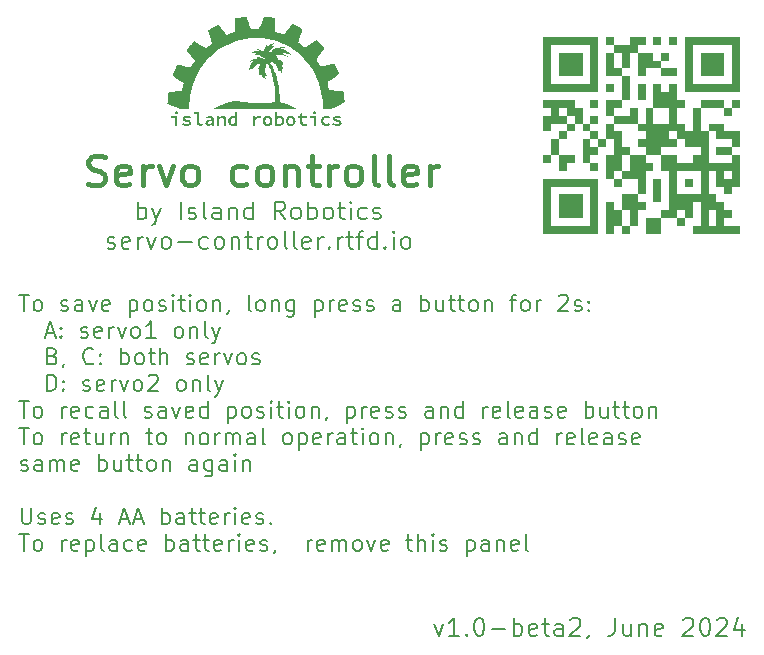
<source format=gbr>
%TF.GenerationSoftware,KiCad,Pcbnew,7.0.8*%
%TF.CreationDate,2024-05-31T19:12:51-04:00*%
%TF.ProjectId, bottom_board,20626f74-746f-46d5-9f62-6f6172642e6b,rev?*%
%TF.SameCoordinates,Original*%
%TF.FileFunction,Legend,Top*%
%TF.FilePolarity,Positive*%
%FSLAX46Y46*%
G04 Gerber Fmt 4.6, Leading zero omitted, Abs format (unit mm)*
G04 Created by KiCad (PCBNEW 7.0.8) date 2024-05-31 19:12:51*
%MOMM*%
%LPD*%
G01*
G04 APERTURE LIST*
%ADD10C,0.200000*%
%ADD11C,0.400000*%
%ADD12C,3.200000*%
G04 APERTURE END LIST*
D10*
X125249999Y-82306028D02*
X125249999Y-80806028D01*
X125249999Y-81377457D02*
X125392857Y-81306028D01*
X125392857Y-81306028D02*
X125678571Y-81306028D01*
X125678571Y-81306028D02*
X125821428Y-81377457D01*
X125821428Y-81377457D02*
X125892857Y-81448885D01*
X125892857Y-81448885D02*
X125964285Y-81591742D01*
X125964285Y-81591742D02*
X125964285Y-82020314D01*
X125964285Y-82020314D02*
X125892857Y-82163171D01*
X125892857Y-82163171D02*
X125821428Y-82234600D01*
X125821428Y-82234600D02*
X125678571Y-82306028D01*
X125678571Y-82306028D02*
X125392857Y-82306028D01*
X125392857Y-82306028D02*
X125249999Y-82234600D01*
X126464285Y-81306028D02*
X126821428Y-82306028D01*
X127178571Y-81306028D02*
X126821428Y-82306028D01*
X126821428Y-82306028D02*
X126678571Y-82663171D01*
X126678571Y-82663171D02*
X126607142Y-82734600D01*
X126607142Y-82734600D02*
X126464285Y-82806028D01*
X128892856Y-82306028D02*
X128892856Y-80806028D01*
X129535714Y-82234600D02*
X129678571Y-82306028D01*
X129678571Y-82306028D02*
X129964285Y-82306028D01*
X129964285Y-82306028D02*
X130107142Y-82234600D01*
X130107142Y-82234600D02*
X130178571Y-82091742D01*
X130178571Y-82091742D02*
X130178571Y-82020314D01*
X130178571Y-82020314D02*
X130107142Y-81877457D01*
X130107142Y-81877457D02*
X129964285Y-81806028D01*
X129964285Y-81806028D02*
X129750000Y-81806028D01*
X129750000Y-81806028D02*
X129607142Y-81734600D01*
X129607142Y-81734600D02*
X129535714Y-81591742D01*
X129535714Y-81591742D02*
X129535714Y-81520314D01*
X129535714Y-81520314D02*
X129607142Y-81377457D01*
X129607142Y-81377457D02*
X129750000Y-81306028D01*
X129750000Y-81306028D02*
X129964285Y-81306028D01*
X129964285Y-81306028D02*
X130107142Y-81377457D01*
X131035714Y-82306028D02*
X130892857Y-82234600D01*
X130892857Y-82234600D02*
X130821428Y-82091742D01*
X130821428Y-82091742D02*
X130821428Y-80806028D01*
X132250000Y-82306028D02*
X132250000Y-81520314D01*
X132250000Y-81520314D02*
X132178571Y-81377457D01*
X132178571Y-81377457D02*
X132035714Y-81306028D01*
X132035714Y-81306028D02*
X131750000Y-81306028D01*
X131750000Y-81306028D02*
X131607142Y-81377457D01*
X132250000Y-82234600D02*
X132107142Y-82306028D01*
X132107142Y-82306028D02*
X131750000Y-82306028D01*
X131750000Y-82306028D02*
X131607142Y-82234600D01*
X131607142Y-82234600D02*
X131535714Y-82091742D01*
X131535714Y-82091742D02*
X131535714Y-81948885D01*
X131535714Y-81948885D02*
X131607142Y-81806028D01*
X131607142Y-81806028D02*
X131750000Y-81734600D01*
X131750000Y-81734600D02*
X132107142Y-81734600D01*
X132107142Y-81734600D02*
X132250000Y-81663171D01*
X132964285Y-81306028D02*
X132964285Y-82306028D01*
X132964285Y-81448885D02*
X133035714Y-81377457D01*
X133035714Y-81377457D02*
X133178571Y-81306028D01*
X133178571Y-81306028D02*
X133392857Y-81306028D01*
X133392857Y-81306028D02*
X133535714Y-81377457D01*
X133535714Y-81377457D02*
X133607143Y-81520314D01*
X133607143Y-81520314D02*
X133607143Y-82306028D01*
X134964286Y-82306028D02*
X134964286Y-80806028D01*
X134964286Y-82234600D02*
X134821428Y-82306028D01*
X134821428Y-82306028D02*
X134535714Y-82306028D01*
X134535714Y-82306028D02*
X134392857Y-82234600D01*
X134392857Y-82234600D02*
X134321428Y-82163171D01*
X134321428Y-82163171D02*
X134250000Y-82020314D01*
X134250000Y-82020314D02*
X134250000Y-81591742D01*
X134250000Y-81591742D02*
X134321428Y-81448885D01*
X134321428Y-81448885D02*
X134392857Y-81377457D01*
X134392857Y-81377457D02*
X134535714Y-81306028D01*
X134535714Y-81306028D02*
X134821428Y-81306028D01*
X134821428Y-81306028D02*
X134964286Y-81377457D01*
X137678571Y-82306028D02*
X137178571Y-81591742D01*
X136821428Y-82306028D02*
X136821428Y-80806028D01*
X136821428Y-80806028D02*
X137392857Y-80806028D01*
X137392857Y-80806028D02*
X137535714Y-80877457D01*
X137535714Y-80877457D02*
X137607143Y-80948885D01*
X137607143Y-80948885D02*
X137678571Y-81091742D01*
X137678571Y-81091742D02*
X137678571Y-81306028D01*
X137678571Y-81306028D02*
X137607143Y-81448885D01*
X137607143Y-81448885D02*
X137535714Y-81520314D01*
X137535714Y-81520314D02*
X137392857Y-81591742D01*
X137392857Y-81591742D02*
X136821428Y-81591742D01*
X138535714Y-82306028D02*
X138392857Y-82234600D01*
X138392857Y-82234600D02*
X138321428Y-82163171D01*
X138321428Y-82163171D02*
X138250000Y-82020314D01*
X138250000Y-82020314D02*
X138250000Y-81591742D01*
X138250000Y-81591742D02*
X138321428Y-81448885D01*
X138321428Y-81448885D02*
X138392857Y-81377457D01*
X138392857Y-81377457D02*
X138535714Y-81306028D01*
X138535714Y-81306028D02*
X138750000Y-81306028D01*
X138750000Y-81306028D02*
X138892857Y-81377457D01*
X138892857Y-81377457D02*
X138964286Y-81448885D01*
X138964286Y-81448885D02*
X139035714Y-81591742D01*
X139035714Y-81591742D02*
X139035714Y-82020314D01*
X139035714Y-82020314D02*
X138964286Y-82163171D01*
X138964286Y-82163171D02*
X138892857Y-82234600D01*
X138892857Y-82234600D02*
X138750000Y-82306028D01*
X138750000Y-82306028D02*
X138535714Y-82306028D01*
X139678571Y-82306028D02*
X139678571Y-80806028D01*
X139678571Y-81377457D02*
X139821429Y-81306028D01*
X139821429Y-81306028D02*
X140107143Y-81306028D01*
X140107143Y-81306028D02*
X140250000Y-81377457D01*
X140250000Y-81377457D02*
X140321429Y-81448885D01*
X140321429Y-81448885D02*
X140392857Y-81591742D01*
X140392857Y-81591742D02*
X140392857Y-82020314D01*
X140392857Y-82020314D02*
X140321429Y-82163171D01*
X140321429Y-82163171D02*
X140250000Y-82234600D01*
X140250000Y-82234600D02*
X140107143Y-82306028D01*
X140107143Y-82306028D02*
X139821429Y-82306028D01*
X139821429Y-82306028D02*
X139678571Y-82234600D01*
X141250000Y-82306028D02*
X141107143Y-82234600D01*
X141107143Y-82234600D02*
X141035714Y-82163171D01*
X141035714Y-82163171D02*
X140964286Y-82020314D01*
X140964286Y-82020314D02*
X140964286Y-81591742D01*
X140964286Y-81591742D02*
X141035714Y-81448885D01*
X141035714Y-81448885D02*
X141107143Y-81377457D01*
X141107143Y-81377457D02*
X141250000Y-81306028D01*
X141250000Y-81306028D02*
X141464286Y-81306028D01*
X141464286Y-81306028D02*
X141607143Y-81377457D01*
X141607143Y-81377457D02*
X141678572Y-81448885D01*
X141678572Y-81448885D02*
X141750000Y-81591742D01*
X141750000Y-81591742D02*
X141750000Y-82020314D01*
X141750000Y-82020314D02*
X141678572Y-82163171D01*
X141678572Y-82163171D02*
X141607143Y-82234600D01*
X141607143Y-82234600D02*
X141464286Y-82306028D01*
X141464286Y-82306028D02*
X141250000Y-82306028D01*
X142178572Y-81306028D02*
X142750000Y-81306028D01*
X142392857Y-80806028D02*
X142392857Y-82091742D01*
X142392857Y-82091742D02*
X142464286Y-82234600D01*
X142464286Y-82234600D02*
X142607143Y-82306028D01*
X142607143Y-82306028D02*
X142750000Y-82306028D01*
X143250000Y-82306028D02*
X143250000Y-81306028D01*
X143250000Y-80806028D02*
X143178572Y-80877457D01*
X143178572Y-80877457D02*
X143250000Y-80948885D01*
X143250000Y-80948885D02*
X143321429Y-80877457D01*
X143321429Y-80877457D02*
X143250000Y-80806028D01*
X143250000Y-80806028D02*
X143250000Y-80948885D01*
X144607144Y-82234600D02*
X144464286Y-82306028D01*
X144464286Y-82306028D02*
X144178572Y-82306028D01*
X144178572Y-82306028D02*
X144035715Y-82234600D01*
X144035715Y-82234600D02*
X143964286Y-82163171D01*
X143964286Y-82163171D02*
X143892858Y-82020314D01*
X143892858Y-82020314D02*
X143892858Y-81591742D01*
X143892858Y-81591742D02*
X143964286Y-81448885D01*
X143964286Y-81448885D02*
X144035715Y-81377457D01*
X144035715Y-81377457D02*
X144178572Y-81306028D01*
X144178572Y-81306028D02*
X144464286Y-81306028D01*
X144464286Y-81306028D02*
X144607144Y-81377457D01*
X145178572Y-82234600D02*
X145321429Y-82306028D01*
X145321429Y-82306028D02*
X145607143Y-82306028D01*
X145607143Y-82306028D02*
X145750000Y-82234600D01*
X145750000Y-82234600D02*
X145821429Y-82091742D01*
X145821429Y-82091742D02*
X145821429Y-82020314D01*
X145821429Y-82020314D02*
X145750000Y-81877457D01*
X145750000Y-81877457D02*
X145607143Y-81806028D01*
X145607143Y-81806028D02*
X145392858Y-81806028D01*
X145392858Y-81806028D02*
X145250000Y-81734600D01*
X145250000Y-81734600D02*
X145178572Y-81591742D01*
X145178572Y-81591742D02*
X145178572Y-81520314D01*
X145178572Y-81520314D02*
X145250000Y-81377457D01*
X145250000Y-81377457D02*
X145392858Y-81306028D01*
X145392858Y-81306028D02*
X145607143Y-81306028D01*
X145607143Y-81306028D02*
X145750000Y-81377457D01*
X150357144Y-116556028D02*
X150714287Y-117556028D01*
X150714287Y-117556028D02*
X151071430Y-116556028D01*
X152428573Y-117556028D02*
X151571430Y-117556028D01*
X152000001Y-117556028D02*
X152000001Y-116056028D01*
X152000001Y-116056028D02*
X151857144Y-116270314D01*
X151857144Y-116270314D02*
X151714287Y-116413171D01*
X151714287Y-116413171D02*
X151571430Y-116484600D01*
X153071429Y-117413171D02*
X153142858Y-117484600D01*
X153142858Y-117484600D02*
X153071429Y-117556028D01*
X153071429Y-117556028D02*
X153000001Y-117484600D01*
X153000001Y-117484600D02*
X153071429Y-117413171D01*
X153071429Y-117413171D02*
X153071429Y-117556028D01*
X154071430Y-116056028D02*
X154214287Y-116056028D01*
X154214287Y-116056028D02*
X154357144Y-116127457D01*
X154357144Y-116127457D02*
X154428573Y-116198885D01*
X154428573Y-116198885D02*
X154500001Y-116341742D01*
X154500001Y-116341742D02*
X154571430Y-116627457D01*
X154571430Y-116627457D02*
X154571430Y-116984600D01*
X154571430Y-116984600D02*
X154500001Y-117270314D01*
X154500001Y-117270314D02*
X154428573Y-117413171D01*
X154428573Y-117413171D02*
X154357144Y-117484600D01*
X154357144Y-117484600D02*
X154214287Y-117556028D01*
X154214287Y-117556028D02*
X154071430Y-117556028D01*
X154071430Y-117556028D02*
X153928573Y-117484600D01*
X153928573Y-117484600D02*
X153857144Y-117413171D01*
X153857144Y-117413171D02*
X153785715Y-117270314D01*
X153785715Y-117270314D02*
X153714287Y-116984600D01*
X153714287Y-116984600D02*
X153714287Y-116627457D01*
X153714287Y-116627457D02*
X153785715Y-116341742D01*
X153785715Y-116341742D02*
X153857144Y-116198885D01*
X153857144Y-116198885D02*
X153928573Y-116127457D01*
X153928573Y-116127457D02*
X154071430Y-116056028D01*
X155214286Y-116984600D02*
X156357144Y-116984600D01*
X157071429Y-117556028D02*
X157071429Y-116056028D01*
X157071429Y-116627457D02*
X157214287Y-116556028D01*
X157214287Y-116556028D02*
X157500001Y-116556028D01*
X157500001Y-116556028D02*
X157642858Y-116627457D01*
X157642858Y-116627457D02*
X157714287Y-116698885D01*
X157714287Y-116698885D02*
X157785715Y-116841742D01*
X157785715Y-116841742D02*
X157785715Y-117270314D01*
X157785715Y-117270314D02*
X157714287Y-117413171D01*
X157714287Y-117413171D02*
X157642858Y-117484600D01*
X157642858Y-117484600D02*
X157500001Y-117556028D01*
X157500001Y-117556028D02*
X157214287Y-117556028D01*
X157214287Y-117556028D02*
X157071429Y-117484600D01*
X159000001Y-117484600D02*
X158857144Y-117556028D01*
X158857144Y-117556028D02*
X158571430Y-117556028D01*
X158571430Y-117556028D02*
X158428572Y-117484600D01*
X158428572Y-117484600D02*
X158357144Y-117341742D01*
X158357144Y-117341742D02*
X158357144Y-116770314D01*
X158357144Y-116770314D02*
X158428572Y-116627457D01*
X158428572Y-116627457D02*
X158571430Y-116556028D01*
X158571430Y-116556028D02*
X158857144Y-116556028D01*
X158857144Y-116556028D02*
X159000001Y-116627457D01*
X159000001Y-116627457D02*
X159071430Y-116770314D01*
X159071430Y-116770314D02*
X159071430Y-116913171D01*
X159071430Y-116913171D02*
X158357144Y-117056028D01*
X159500001Y-116556028D02*
X160071429Y-116556028D01*
X159714286Y-116056028D02*
X159714286Y-117341742D01*
X159714286Y-117341742D02*
X159785715Y-117484600D01*
X159785715Y-117484600D02*
X159928572Y-117556028D01*
X159928572Y-117556028D02*
X160071429Y-117556028D01*
X161214287Y-117556028D02*
X161214287Y-116770314D01*
X161214287Y-116770314D02*
X161142858Y-116627457D01*
X161142858Y-116627457D02*
X161000001Y-116556028D01*
X161000001Y-116556028D02*
X160714287Y-116556028D01*
X160714287Y-116556028D02*
X160571429Y-116627457D01*
X161214287Y-117484600D02*
X161071429Y-117556028D01*
X161071429Y-117556028D02*
X160714287Y-117556028D01*
X160714287Y-117556028D02*
X160571429Y-117484600D01*
X160571429Y-117484600D02*
X160500001Y-117341742D01*
X160500001Y-117341742D02*
X160500001Y-117198885D01*
X160500001Y-117198885D02*
X160571429Y-117056028D01*
X160571429Y-117056028D02*
X160714287Y-116984600D01*
X160714287Y-116984600D02*
X161071429Y-116984600D01*
X161071429Y-116984600D02*
X161214287Y-116913171D01*
X161857144Y-116198885D02*
X161928572Y-116127457D01*
X161928572Y-116127457D02*
X162071430Y-116056028D01*
X162071430Y-116056028D02*
X162428572Y-116056028D01*
X162428572Y-116056028D02*
X162571430Y-116127457D01*
X162571430Y-116127457D02*
X162642858Y-116198885D01*
X162642858Y-116198885D02*
X162714287Y-116341742D01*
X162714287Y-116341742D02*
X162714287Y-116484600D01*
X162714287Y-116484600D02*
X162642858Y-116698885D01*
X162642858Y-116698885D02*
X161785715Y-117556028D01*
X161785715Y-117556028D02*
X162714287Y-117556028D01*
X163428572Y-117484600D02*
X163428572Y-117556028D01*
X163428572Y-117556028D02*
X163357143Y-117698885D01*
X163357143Y-117698885D02*
X163285715Y-117770314D01*
X165642858Y-116056028D02*
X165642858Y-117127457D01*
X165642858Y-117127457D02*
X165571429Y-117341742D01*
X165571429Y-117341742D02*
X165428572Y-117484600D01*
X165428572Y-117484600D02*
X165214286Y-117556028D01*
X165214286Y-117556028D02*
X165071429Y-117556028D01*
X167000001Y-116556028D02*
X167000001Y-117556028D01*
X166357143Y-116556028D02*
X166357143Y-117341742D01*
X166357143Y-117341742D02*
X166428572Y-117484600D01*
X166428572Y-117484600D02*
X166571429Y-117556028D01*
X166571429Y-117556028D02*
X166785715Y-117556028D01*
X166785715Y-117556028D02*
X166928572Y-117484600D01*
X166928572Y-117484600D02*
X167000001Y-117413171D01*
X167714286Y-116556028D02*
X167714286Y-117556028D01*
X167714286Y-116698885D02*
X167785715Y-116627457D01*
X167785715Y-116627457D02*
X167928572Y-116556028D01*
X167928572Y-116556028D02*
X168142858Y-116556028D01*
X168142858Y-116556028D02*
X168285715Y-116627457D01*
X168285715Y-116627457D02*
X168357144Y-116770314D01*
X168357144Y-116770314D02*
X168357144Y-117556028D01*
X169642858Y-117484600D02*
X169500001Y-117556028D01*
X169500001Y-117556028D02*
X169214287Y-117556028D01*
X169214287Y-117556028D02*
X169071429Y-117484600D01*
X169071429Y-117484600D02*
X169000001Y-117341742D01*
X169000001Y-117341742D02*
X169000001Y-116770314D01*
X169000001Y-116770314D02*
X169071429Y-116627457D01*
X169071429Y-116627457D02*
X169214287Y-116556028D01*
X169214287Y-116556028D02*
X169500001Y-116556028D01*
X169500001Y-116556028D02*
X169642858Y-116627457D01*
X169642858Y-116627457D02*
X169714287Y-116770314D01*
X169714287Y-116770314D02*
X169714287Y-116913171D01*
X169714287Y-116913171D02*
X169000001Y-117056028D01*
X171428572Y-116198885D02*
X171500000Y-116127457D01*
X171500000Y-116127457D02*
X171642858Y-116056028D01*
X171642858Y-116056028D02*
X172000000Y-116056028D01*
X172000000Y-116056028D02*
X172142858Y-116127457D01*
X172142858Y-116127457D02*
X172214286Y-116198885D01*
X172214286Y-116198885D02*
X172285715Y-116341742D01*
X172285715Y-116341742D02*
X172285715Y-116484600D01*
X172285715Y-116484600D02*
X172214286Y-116698885D01*
X172214286Y-116698885D02*
X171357143Y-117556028D01*
X171357143Y-117556028D02*
X172285715Y-117556028D01*
X173214286Y-116056028D02*
X173357143Y-116056028D01*
X173357143Y-116056028D02*
X173500000Y-116127457D01*
X173500000Y-116127457D02*
X173571429Y-116198885D01*
X173571429Y-116198885D02*
X173642857Y-116341742D01*
X173642857Y-116341742D02*
X173714286Y-116627457D01*
X173714286Y-116627457D02*
X173714286Y-116984600D01*
X173714286Y-116984600D02*
X173642857Y-117270314D01*
X173642857Y-117270314D02*
X173571429Y-117413171D01*
X173571429Y-117413171D02*
X173500000Y-117484600D01*
X173500000Y-117484600D02*
X173357143Y-117556028D01*
X173357143Y-117556028D02*
X173214286Y-117556028D01*
X173214286Y-117556028D02*
X173071429Y-117484600D01*
X173071429Y-117484600D02*
X173000000Y-117413171D01*
X173000000Y-117413171D02*
X172928571Y-117270314D01*
X172928571Y-117270314D02*
X172857143Y-116984600D01*
X172857143Y-116984600D02*
X172857143Y-116627457D01*
X172857143Y-116627457D02*
X172928571Y-116341742D01*
X172928571Y-116341742D02*
X173000000Y-116198885D01*
X173000000Y-116198885D02*
X173071429Y-116127457D01*
X173071429Y-116127457D02*
X173214286Y-116056028D01*
X174285714Y-116198885D02*
X174357142Y-116127457D01*
X174357142Y-116127457D02*
X174500000Y-116056028D01*
X174500000Y-116056028D02*
X174857142Y-116056028D01*
X174857142Y-116056028D02*
X175000000Y-116127457D01*
X175000000Y-116127457D02*
X175071428Y-116198885D01*
X175071428Y-116198885D02*
X175142857Y-116341742D01*
X175142857Y-116341742D02*
X175142857Y-116484600D01*
X175142857Y-116484600D02*
X175071428Y-116698885D01*
X175071428Y-116698885D02*
X174214285Y-117556028D01*
X174214285Y-117556028D02*
X175142857Y-117556028D01*
X176428571Y-116556028D02*
X176428571Y-117556028D01*
X176071428Y-115984600D02*
X175714285Y-117056028D01*
X175714285Y-117056028D02*
X176642856Y-117056028D01*
X115214911Y-88682266D02*
X116014911Y-88682266D01*
X115614911Y-90082266D02*
X115614911Y-88682266D01*
X116681578Y-90082266D02*
X116548245Y-90015600D01*
X116548245Y-90015600D02*
X116481578Y-89948933D01*
X116481578Y-89948933D02*
X116414911Y-89815600D01*
X116414911Y-89815600D02*
X116414911Y-89415600D01*
X116414911Y-89415600D02*
X116481578Y-89282266D01*
X116481578Y-89282266D02*
X116548245Y-89215600D01*
X116548245Y-89215600D02*
X116681578Y-89148933D01*
X116681578Y-89148933D02*
X116881578Y-89148933D01*
X116881578Y-89148933D02*
X117014911Y-89215600D01*
X117014911Y-89215600D02*
X117081578Y-89282266D01*
X117081578Y-89282266D02*
X117148245Y-89415600D01*
X117148245Y-89415600D02*
X117148245Y-89815600D01*
X117148245Y-89815600D02*
X117081578Y-89948933D01*
X117081578Y-89948933D02*
X117014911Y-90015600D01*
X117014911Y-90015600D02*
X116881578Y-90082266D01*
X116881578Y-90082266D02*
X116681578Y-90082266D01*
X118748245Y-90015600D02*
X118881579Y-90082266D01*
X118881579Y-90082266D02*
X119148245Y-90082266D01*
X119148245Y-90082266D02*
X119281579Y-90015600D01*
X119281579Y-90015600D02*
X119348245Y-89882266D01*
X119348245Y-89882266D02*
X119348245Y-89815600D01*
X119348245Y-89815600D02*
X119281579Y-89682266D01*
X119281579Y-89682266D02*
X119148245Y-89615600D01*
X119148245Y-89615600D02*
X118948245Y-89615600D01*
X118948245Y-89615600D02*
X118814912Y-89548933D01*
X118814912Y-89548933D02*
X118748245Y-89415600D01*
X118748245Y-89415600D02*
X118748245Y-89348933D01*
X118748245Y-89348933D02*
X118814912Y-89215600D01*
X118814912Y-89215600D02*
X118948245Y-89148933D01*
X118948245Y-89148933D02*
X119148245Y-89148933D01*
X119148245Y-89148933D02*
X119281579Y-89215600D01*
X120548245Y-90082266D02*
X120548245Y-89348933D01*
X120548245Y-89348933D02*
X120481578Y-89215600D01*
X120481578Y-89215600D02*
X120348245Y-89148933D01*
X120348245Y-89148933D02*
X120081578Y-89148933D01*
X120081578Y-89148933D02*
X119948245Y-89215600D01*
X120548245Y-90015600D02*
X120414912Y-90082266D01*
X120414912Y-90082266D02*
X120081578Y-90082266D01*
X120081578Y-90082266D02*
X119948245Y-90015600D01*
X119948245Y-90015600D02*
X119881578Y-89882266D01*
X119881578Y-89882266D02*
X119881578Y-89748933D01*
X119881578Y-89748933D02*
X119948245Y-89615600D01*
X119948245Y-89615600D02*
X120081578Y-89548933D01*
X120081578Y-89548933D02*
X120414912Y-89548933D01*
X120414912Y-89548933D02*
X120548245Y-89482266D01*
X121081579Y-89148933D02*
X121414912Y-90082266D01*
X121414912Y-90082266D02*
X121748245Y-89148933D01*
X122814912Y-90015600D02*
X122681579Y-90082266D01*
X122681579Y-90082266D02*
X122414912Y-90082266D01*
X122414912Y-90082266D02*
X122281579Y-90015600D01*
X122281579Y-90015600D02*
X122214912Y-89882266D01*
X122214912Y-89882266D02*
X122214912Y-89348933D01*
X122214912Y-89348933D02*
X122281579Y-89215600D01*
X122281579Y-89215600D02*
X122414912Y-89148933D01*
X122414912Y-89148933D02*
X122681579Y-89148933D01*
X122681579Y-89148933D02*
X122814912Y-89215600D01*
X122814912Y-89215600D02*
X122881579Y-89348933D01*
X122881579Y-89348933D02*
X122881579Y-89482266D01*
X122881579Y-89482266D02*
X122214912Y-89615600D01*
X124548246Y-89148933D02*
X124548246Y-90548933D01*
X124548246Y-89215600D02*
X124681579Y-89148933D01*
X124681579Y-89148933D02*
X124948246Y-89148933D01*
X124948246Y-89148933D02*
X125081579Y-89215600D01*
X125081579Y-89215600D02*
X125148246Y-89282266D01*
X125148246Y-89282266D02*
X125214913Y-89415600D01*
X125214913Y-89415600D02*
X125214913Y-89815600D01*
X125214913Y-89815600D02*
X125148246Y-89948933D01*
X125148246Y-89948933D02*
X125081579Y-90015600D01*
X125081579Y-90015600D02*
X124948246Y-90082266D01*
X124948246Y-90082266D02*
X124681579Y-90082266D01*
X124681579Y-90082266D02*
X124548246Y-90015600D01*
X126014913Y-90082266D02*
X125881580Y-90015600D01*
X125881580Y-90015600D02*
X125814913Y-89948933D01*
X125814913Y-89948933D02*
X125748246Y-89815600D01*
X125748246Y-89815600D02*
X125748246Y-89415600D01*
X125748246Y-89415600D02*
X125814913Y-89282266D01*
X125814913Y-89282266D02*
X125881580Y-89215600D01*
X125881580Y-89215600D02*
X126014913Y-89148933D01*
X126014913Y-89148933D02*
X126214913Y-89148933D01*
X126214913Y-89148933D02*
X126348246Y-89215600D01*
X126348246Y-89215600D02*
X126414913Y-89282266D01*
X126414913Y-89282266D02*
X126481580Y-89415600D01*
X126481580Y-89415600D02*
X126481580Y-89815600D01*
X126481580Y-89815600D02*
X126414913Y-89948933D01*
X126414913Y-89948933D02*
X126348246Y-90015600D01*
X126348246Y-90015600D02*
X126214913Y-90082266D01*
X126214913Y-90082266D02*
X126014913Y-90082266D01*
X127014913Y-90015600D02*
X127148247Y-90082266D01*
X127148247Y-90082266D02*
X127414913Y-90082266D01*
X127414913Y-90082266D02*
X127548247Y-90015600D01*
X127548247Y-90015600D02*
X127614913Y-89882266D01*
X127614913Y-89882266D02*
X127614913Y-89815600D01*
X127614913Y-89815600D02*
X127548247Y-89682266D01*
X127548247Y-89682266D02*
X127414913Y-89615600D01*
X127414913Y-89615600D02*
X127214913Y-89615600D01*
X127214913Y-89615600D02*
X127081580Y-89548933D01*
X127081580Y-89548933D02*
X127014913Y-89415600D01*
X127014913Y-89415600D02*
X127014913Y-89348933D01*
X127014913Y-89348933D02*
X127081580Y-89215600D01*
X127081580Y-89215600D02*
X127214913Y-89148933D01*
X127214913Y-89148933D02*
X127414913Y-89148933D01*
X127414913Y-89148933D02*
X127548247Y-89215600D01*
X128214913Y-90082266D02*
X128214913Y-89148933D01*
X128214913Y-88682266D02*
X128148246Y-88748933D01*
X128148246Y-88748933D02*
X128214913Y-88815600D01*
X128214913Y-88815600D02*
X128281580Y-88748933D01*
X128281580Y-88748933D02*
X128214913Y-88682266D01*
X128214913Y-88682266D02*
X128214913Y-88815600D01*
X128681580Y-89148933D02*
X129214913Y-89148933D01*
X128881580Y-88682266D02*
X128881580Y-89882266D01*
X128881580Y-89882266D02*
X128948247Y-90015600D01*
X128948247Y-90015600D02*
X129081580Y-90082266D01*
X129081580Y-90082266D02*
X129214913Y-90082266D01*
X129681580Y-90082266D02*
X129681580Y-89148933D01*
X129681580Y-88682266D02*
X129614913Y-88748933D01*
X129614913Y-88748933D02*
X129681580Y-88815600D01*
X129681580Y-88815600D02*
X129748247Y-88748933D01*
X129748247Y-88748933D02*
X129681580Y-88682266D01*
X129681580Y-88682266D02*
X129681580Y-88815600D01*
X130548247Y-90082266D02*
X130414914Y-90015600D01*
X130414914Y-90015600D02*
X130348247Y-89948933D01*
X130348247Y-89948933D02*
X130281580Y-89815600D01*
X130281580Y-89815600D02*
X130281580Y-89415600D01*
X130281580Y-89415600D02*
X130348247Y-89282266D01*
X130348247Y-89282266D02*
X130414914Y-89215600D01*
X130414914Y-89215600D02*
X130548247Y-89148933D01*
X130548247Y-89148933D02*
X130748247Y-89148933D01*
X130748247Y-89148933D02*
X130881580Y-89215600D01*
X130881580Y-89215600D02*
X130948247Y-89282266D01*
X130948247Y-89282266D02*
X131014914Y-89415600D01*
X131014914Y-89415600D02*
X131014914Y-89815600D01*
X131014914Y-89815600D02*
X130948247Y-89948933D01*
X130948247Y-89948933D02*
X130881580Y-90015600D01*
X130881580Y-90015600D02*
X130748247Y-90082266D01*
X130748247Y-90082266D02*
X130548247Y-90082266D01*
X131614914Y-89148933D02*
X131614914Y-90082266D01*
X131614914Y-89282266D02*
X131681581Y-89215600D01*
X131681581Y-89215600D02*
X131814914Y-89148933D01*
X131814914Y-89148933D02*
X132014914Y-89148933D01*
X132014914Y-89148933D02*
X132148247Y-89215600D01*
X132148247Y-89215600D02*
X132214914Y-89348933D01*
X132214914Y-89348933D02*
X132214914Y-90082266D01*
X132948248Y-90015600D02*
X132948248Y-90082266D01*
X132948248Y-90082266D02*
X132881581Y-90215600D01*
X132881581Y-90215600D02*
X132814914Y-90282266D01*
X134814915Y-90082266D02*
X134681582Y-90015600D01*
X134681582Y-90015600D02*
X134614915Y-89882266D01*
X134614915Y-89882266D02*
X134614915Y-88682266D01*
X135548248Y-90082266D02*
X135414915Y-90015600D01*
X135414915Y-90015600D02*
X135348248Y-89948933D01*
X135348248Y-89948933D02*
X135281581Y-89815600D01*
X135281581Y-89815600D02*
X135281581Y-89415600D01*
X135281581Y-89415600D02*
X135348248Y-89282266D01*
X135348248Y-89282266D02*
X135414915Y-89215600D01*
X135414915Y-89215600D02*
X135548248Y-89148933D01*
X135548248Y-89148933D02*
X135748248Y-89148933D01*
X135748248Y-89148933D02*
X135881581Y-89215600D01*
X135881581Y-89215600D02*
X135948248Y-89282266D01*
X135948248Y-89282266D02*
X136014915Y-89415600D01*
X136014915Y-89415600D02*
X136014915Y-89815600D01*
X136014915Y-89815600D02*
X135948248Y-89948933D01*
X135948248Y-89948933D02*
X135881581Y-90015600D01*
X135881581Y-90015600D02*
X135748248Y-90082266D01*
X135748248Y-90082266D02*
X135548248Y-90082266D01*
X136614915Y-89148933D02*
X136614915Y-90082266D01*
X136614915Y-89282266D02*
X136681582Y-89215600D01*
X136681582Y-89215600D02*
X136814915Y-89148933D01*
X136814915Y-89148933D02*
X137014915Y-89148933D01*
X137014915Y-89148933D02*
X137148248Y-89215600D01*
X137148248Y-89215600D02*
X137214915Y-89348933D01*
X137214915Y-89348933D02*
X137214915Y-90082266D01*
X138481582Y-89148933D02*
X138481582Y-90282266D01*
X138481582Y-90282266D02*
X138414915Y-90415600D01*
X138414915Y-90415600D02*
X138348249Y-90482266D01*
X138348249Y-90482266D02*
X138214915Y-90548933D01*
X138214915Y-90548933D02*
X138014915Y-90548933D01*
X138014915Y-90548933D02*
X137881582Y-90482266D01*
X138481582Y-90015600D02*
X138348249Y-90082266D01*
X138348249Y-90082266D02*
X138081582Y-90082266D01*
X138081582Y-90082266D02*
X137948249Y-90015600D01*
X137948249Y-90015600D02*
X137881582Y-89948933D01*
X137881582Y-89948933D02*
X137814915Y-89815600D01*
X137814915Y-89815600D02*
X137814915Y-89415600D01*
X137814915Y-89415600D02*
X137881582Y-89282266D01*
X137881582Y-89282266D02*
X137948249Y-89215600D01*
X137948249Y-89215600D02*
X138081582Y-89148933D01*
X138081582Y-89148933D02*
X138348249Y-89148933D01*
X138348249Y-89148933D02*
X138481582Y-89215600D01*
X140214916Y-89148933D02*
X140214916Y-90548933D01*
X140214916Y-89215600D02*
X140348249Y-89148933D01*
X140348249Y-89148933D02*
X140614916Y-89148933D01*
X140614916Y-89148933D02*
X140748249Y-89215600D01*
X140748249Y-89215600D02*
X140814916Y-89282266D01*
X140814916Y-89282266D02*
X140881583Y-89415600D01*
X140881583Y-89415600D02*
X140881583Y-89815600D01*
X140881583Y-89815600D02*
X140814916Y-89948933D01*
X140814916Y-89948933D02*
X140748249Y-90015600D01*
X140748249Y-90015600D02*
X140614916Y-90082266D01*
X140614916Y-90082266D02*
X140348249Y-90082266D01*
X140348249Y-90082266D02*
X140214916Y-90015600D01*
X141481583Y-90082266D02*
X141481583Y-89148933D01*
X141481583Y-89415600D02*
X141548250Y-89282266D01*
X141548250Y-89282266D02*
X141614916Y-89215600D01*
X141614916Y-89215600D02*
X141748250Y-89148933D01*
X141748250Y-89148933D02*
X141881583Y-89148933D01*
X142881583Y-90015600D02*
X142748250Y-90082266D01*
X142748250Y-90082266D02*
X142481583Y-90082266D01*
X142481583Y-90082266D02*
X142348250Y-90015600D01*
X142348250Y-90015600D02*
X142281583Y-89882266D01*
X142281583Y-89882266D02*
X142281583Y-89348933D01*
X142281583Y-89348933D02*
X142348250Y-89215600D01*
X142348250Y-89215600D02*
X142481583Y-89148933D01*
X142481583Y-89148933D02*
X142748250Y-89148933D01*
X142748250Y-89148933D02*
X142881583Y-89215600D01*
X142881583Y-89215600D02*
X142948250Y-89348933D01*
X142948250Y-89348933D02*
X142948250Y-89482266D01*
X142948250Y-89482266D02*
X142281583Y-89615600D01*
X143481583Y-90015600D02*
X143614917Y-90082266D01*
X143614917Y-90082266D02*
X143881583Y-90082266D01*
X143881583Y-90082266D02*
X144014917Y-90015600D01*
X144014917Y-90015600D02*
X144081583Y-89882266D01*
X144081583Y-89882266D02*
X144081583Y-89815600D01*
X144081583Y-89815600D02*
X144014917Y-89682266D01*
X144014917Y-89682266D02*
X143881583Y-89615600D01*
X143881583Y-89615600D02*
X143681583Y-89615600D01*
X143681583Y-89615600D02*
X143548250Y-89548933D01*
X143548250Y-89548933D02*
X143481583Y-89415600D01*
X143481583Y-89415600D02*
X143481583Y-89348933D01*
X143481583Y-89348933D02*
X143548250Y-89215600D01*
X143548250Y-89215600D02*
X143681583Y-89148933D01*
X143681583Y-89148933D02*
X143881583Y-89148933D01*
X143881583Y-89148933D02*
X144014917Y-89215600D01*
X144614916Y-90015600D02*
X144748250Y-90082266D01*
X144748250Y-90082266D02*
X145014916Y-90082266D01*
X145014916Y-90082266D02*
X145148250Y-90015600D01*
X145148250Y-90015600D02*
X145214916Y-89882266D01*
X145214916Y-89882266D02*
X145214916Y-89815600D01*
X145214916Y-89815600D02*
X145148250Y-89682266D01*
X145148250Y-89682266D02*
X145014916Y-89615600D01*
X145014916Y-89615600D02*
X144814916Y-89615600D01*
X144814916Y-89615600D02*
X144681583Y-89548933D01*
X144681583Y-89548933D02*
X144614916Y-89415600D01*
X144614916Y-89415600D02*
X144614916Y-89348933D01*
X144614916Y-89348933D02*
X144681583Y-89215600D01*
X144681583Y-89215600D02*
X144814916Y-89148933D01*
X144814916Y-89148933D02*
X145014916Y-89148933D01*
X145014916Y-89148933D02*
X145148250Y-89215600D01*
X147481583Y-90082266D02*
X147481583Y-89348933D01*
X147481583Y-89348933D02*
X147414916Y-89215600D01*
X147414916Y-89215600D02*
X147281583Y-89148933D01*
X147281583Y-89148933D02*
X147014916Y-89148933D01*
X147014916Y-89148933D02*
X146881583Y-89215600D01*
X147481583Y-90015600D02*
X147348250Y-90082266D01*
X147348250Y-90082266D02*
X147014916Y-90082266D01*
X147014916Y-90082266D02*
X146881583Y-90015600D01*
X146881583Y-90015600D02*
X146814916Y-89882266D01*
X146814916Y-89882266D02*
X146814916Y-89748933D01*
X146814916Y-89748933D02*
X146881583Y-89615600D01*
X146881583Y-89615600D02*
X147014916Y-89548933D01*
X147014916Y-89548933D02*
X147348250Y-89548933D01*
X147348250Y-89548933D02*
X147481583Y-89482266D01*
X149214917Y-90082266D02*
X149214917Y-88682266D01*
X149214917Y-89215600D02*
X149348250Y-89148933D01*
X149348250Y-89148933D02*
X149614917Y-89148933D01*
X149614917Y-89148933D02*
X149748250Y-89215600D01*
X149748250Y-89215600D02*
X149814917Y-89282266D01*
X149814917Y-89282266D02*
X149881584Y-89415600D01*
X149881584Y-89415600D02*
X149881584Y-89815600D01*
X149881584Y-89815600D02*
X149814917Y-89948933D01*
X149814917Y-89948933D02*
X149748250Y-90015600D01*
X149748250Y-90015600D02*
X149614917Y-90082266D01*
X149614917Y-90082266D02*
X149348250Y-90082266D01*
X149348250Y-90082266D02*
X149214917Y-90015600D01*
X151081584Y-89148933D02*
X151081584Y-90082266D01*
X150481584Y-89148933D02*
X150481584Y-89882266D01*
X150481584Y-89882266D02*
X150548251Y-90015600D01*
X150548251Y-90015600D02*
X150681584Y-90082266D01*
X150681584Y-90082266D02*
X150881584Y-90082266D01*
X150881584Y-90082266D02*
X151014917Y-90015600D01*
X151014917Y-90015600D02*
X151081584Y-89948933D01*
X151548251Y-89148933D02*
X152081584Y-89148933D01*
X151748251Y-88682266D02*
X151748251Y-89882266D01*
X151748251Y-89882266D02*
X151814918Y-90015600D01*
X151814918Y-90015600D02*
X151948251Y-90082266D01*
X151948251Y-90082266D02*
X152081584Y-90082266D01*
X152348251Y-89148933D02*
X152881584Y-89148933D01*
X152548251Y-88682266D02*
X152548251Y-89882266D01*
X152548251Y-89882266D02*
X152614918Y-90015600D01*
X152614918Y-90015600D02*
X152748251Y-90082266D01*
X152748251Y-90082266D02*
X152881584Y-90082266D01*
X153548251Y-90082266D02*
X153414918Y-90015600D01*
X153414918Y-90015600D02*
X153348251Y-89948933D01*
X153348251Y-89948933D02*
X153281584Y-89815600D01*
X153281584Y-89815600D02*
X153281584Y-89415600D01*
X153281584Y-89415600D02*
X153348251Y-89282266D01*
X153348251Y-89282266D02*
X153414918Y-89215600D01*
X153414918Y-89215600D02*
X153548251Y-89148933D01*
X153548251Y-89148933D02*
X153748251Y-89148933D01*
X153748251Y-89148933D02*
X153881584Y-89215600D01*
X153881584Y-89215600D02*
X153948251Y-89282266D01*
X153948251Y-89282266D02*
X154014918Y-89415600D01*
X154014918Y-89415600D02*
X154014918Y-89815600D01*
X154014918Y-89815600D02*
X153948251Y-89948933D01*
X153948251Y-89948933D02*
X153881584Y-90015600D01*
X153881584Y-90015600D02*
X153748251Y-90082266D01*
X153748251Y-90082266D02*
X153548251Y-90082266D01*
X154614918Y-89148933D02*
X154614918Y-90082266D01*
X154614918Y-89282266D02*
X154681585Y-89215600D01*
X154681585Y-89215600D02*
X154814918Y-89148933D01*
X154814918Y-89148933D02*
X155014918Y-89148933D01*
X155014918Y-89148933D02*
X155148251Y-89215600D01*
X155148251Y-89215600D02*
X155214918Y-89348933D01*
X155214918Y-89348933D02*
X155214918Y-90082266D01*
X156748252Y-89148933D02*
X157281585Y-89148933D01*
X156948252Y-90082266D02*
X156948252Y-88882266D01*
X156948252Y-88882266D02*
X157014919Y-88748933D01*
X157014919Y-88748933D02*
X157148252Y-88682266D01*
X157148252Y-88682266D02*
X157281585Y-88682266D01*
X157948252Y-90082266D02*
X157814919Y-90015600D01*
X157814919Y-90015600D02*
X157748252Y-89948933D01*
X157748252Y-89948933D02*
X157681585Y-89815600D01*
X157681585Y-89815600D02*
X157681585Y-89415600D01*
X157681585Y-89415600D02*
X157748252Y-89282266D01*
X157748252Y-89282266D02*
X157814919Y-89215600D01*
X157814919Y-89215600D02*
X157948252Y-89148933D01*
X157948252Y-89148933D02*
X158148252Y-89148933D01*
X158148252Y-89148933D02*
X158281585Y-89215600D01*
X158281585Y-89215600D02*
X158348252Y-89282266D01*
X158348252Y-89282266D02*
X158414919Y-89415600D01*
X158414919Y-89415600D02*
X158414919Y-89815600D01*
X158414919Y-89815600D02*
X158348252Y-89948933D01*
X158348252Y-89948933D02*
X158281585Y-90015600D01*
X158281585Y-90015600D02*
X158148252Y-90082266D01*
X158148252Y-90082266D02*
X157948252Y-90082266D01*
X159014919Y-90082266D02*
X159014919Y-89148933D01*
X159014919Y-89415600D02*
X159081586Y-89282266D01*
X159081586Y-89282266D02*
X159148252Y-89215600D01*
X159148252Y-89215600D02*
X159281586Y-89148933D01*
X159281586Y-89148933D02*
X159414919Y-89148933D01*
X160881586Y-88815600D02*
X160948253Y-88748933D01*
X160948253Y-88748933D02*
X161081586Y-88682266D01*
X161081586Y-88682266D02*
X161414920Y-88682266D01*
X161414920Y-88682266D02*
X161548253Y-88748933D01*
X161548253Y-88748933D02*
X161614920Y-88815600D01*
X161614920Y-88815600D02*
X161681586Y-88948933D01*
X161681586Y-88948933D02*
X161681586Y-89082266D01*
X161681586Y-89082266D02*
X161614920Y-89282266D01*
X161614920Y-89282266D02*
X160814920Y-90082266D01*
X160814920Y-90082266D02*
X161681586Y-90082266D01*
X162214919Y-90015600D02*
X162348253Y-90082266D01*
X162348253Y-90082266D02*
X162614919Y-90082266D01*
X162614919Y-90082266D02*
X162748253Y-90015600D01*
X162748253Y-90015600D02*
X162814919Y-89882266D01*
X162814919Y-89882266D02*
X162814919Y-89815600D01*
X162814919Y-89815600D02*
X162748253Y-89682266D01*
X162748253Y-89682266D02*
X162614919Y-89615600D01*
X162614919Y-89615600D02*
X162414919Y-89615600D01*
X162414919Y-89615600D02*
X162281586Y-89548933D01*
X162281586Y-89548933D02*
X162214919Y-89415600D01*
X162214919Y-89415600D02*
X162214919Y-89348933D01*
X162214919Y-89348933D02*
X162281586Y-89215600D01*
X162281586Y-89215600D02*
X162414919Y-89148933D01*
X162414919Y-89148933D02*
X162614919Y-89148933D01*
X162614919Y-89148933D02*
X162748253Y-89215600D01*
X163414919Y-89948933D02*
X163481586Y-90015600D01*
X163481586Y-90015600D02*
X163414919Y-90082266D01*
X163414919Y-90082266D02*
X163348252Y-90015600D01*
X163348252Y-90015600D02*
X163414919Y-89948933D01*
X163414919Y-89948933D02*
X163414919Y-90082266D01*
X163414919Y-89215600D02*
X163481586Y-89282266D01*
X163481586Y-89282266D02*
X163414919Y-89348933D01*
X163414919Y-89348933D02*
X163348252Y-89282266D01*
X163348252Y-89282266D02*
X163414919Y-89215600D01*
X163414919Y-89215600D02*
X163414919Y-89348933D01*
X117481578Y-91936266D02*
X118148245Y-91936266D01*
X117348245Y-92336266D02*
X117814912Y-90936266D01*
X117814912Y-90936266D02*
X118281578Y-92336266D01*
X118748245Y-92202933D02*
X118814912Y-92269600D01*
X118814912Y-92269600D02*
X118748245Y-92336266D01*
X118748245Y-92336266D02*
X118681578Y-92269600D01*
X118681578Y-92269600D02*
X118748245Y-92202933D01*
X118748245Y-92202933D02*
X118748245Y-92336266D01*
X118748245Y-91469600D02*
X118814912Y-91536266D01*
X118814912Y-91536266D02*
X118748245Y-91602933D01*
X118748245Y-91602933D02*
X118681578Y-91536266D01*
X118681578Y-91536266D02*
X118748245Y-91469600D01*
X118748245Y-91469600D02*
X118748245Y-91602933D01*
X120414912Y-92269600D02*
X120548246Y-92336266D01*
X120548246Y-92336266D02*
X120814912Y-92336266D01*
X120814912Y-92336266D02*
X120948246Y-92269600D01*
X120948246Y-92269600D02*
X121014912Y-92136266D01*
X121014912Y-92136266D02*
X121014912Y-92069600D01*
X121014912Y-92069600D02*
X120948246Y-91936266D01*
X120948246Y-91936266D02*
X120814912Y-91869600D01*
X120814912Y-91869600D02*
X120614912Y-91869600D01*
X120614912Y-91869600D02*
X120481579Y-91802933D01*
X120481579Y-91802933D02*
X120414912Y-91669600D01*
X120414912Y-91669600D02*
X120414912Y-91602933D01*
X120414912Y-91602933D02*
X120481579Y-91469600D01*
X120481579Y-91469600D02*
X120614912Y-91402933D01*
X120614912Y-91402933D02*
X120814912Y-91402933D01*
X120814912Y-91402933D02*
X120948246Y-91469600D01*
X122148245Y-92269600D02*
X122014912Y-92336266D01*
X122014912Y-92336266D02*
X121748245Y-92336266D01*
X121748245Y-92336266D02*
X121614912Y-92269600D01*
X121614912Y-92269600D02*
X121548245Y-92136266D01*
X121548245Y-92136266D02*
X121548245Y-91602933D01*
X121548245Y-91602933D02*
X121614912Y-91469600D01*
X121614912Y-91469600D02*
X121748245Y-91402933D01*
X121748245Y-91402933D02*
X122014912Y-91402933D01*
X122014912Y-91402933D02*
X122148245Y-91469600D01*
X122148245Y-91469600D02*
X122214912Y-91602933D01*
X122214912Y-91602933D02*
X122214912Y-91736266D01*
X122214912Y-91736266D02*
X121548245Y-91869600D01*
X122814912Y-92336266D02*
X122814912Y-91402933D01*
X122814912Y-91669600D02*
X122881579Y-91536266D01*
X122881579Y-91536266D02*
X122948245Y-91469600D01*
X122948245Y-91469600D02*
X123081579Y-91402933D01*
X123081579Y-91402933D02*
X123214912Y-91402933D01*
X123548246Y-91402933D02*
X123881579Y-92336266D01*
X123881579Y-92336266D02*
X124214912Y-91402933D01*
X124948246Y-92336266D02*
X124814913Y-92269600D01*
X124814913Y-92269600D02*
X124748246Y-92202933D01*
X124748246Y-92202933D02*
X124681579Y-92069600D01*
X124681579Y-92069600D02*
X124681579Y-91669600D01*
X124681579Y-91669600D02*
X124748246Y-91536266D01*
X124748246Y-91536266D02*
X124814913Y-91469600D01*
X124814913Y-91469600D02*
X124948246Y-91402933D01*
X124948246Y-91402933D02*
X125148246Y-91402933D01*
X125148246Y-91402933D02*
X125281579Y-91469600D01*
X125281579Y-91469600D02*
X125348246Y-91536266D01*
X125348246Y-91536266D02*
X125414913Y-91669600D01*
X125414913Y-91669600D02*
X125414913Y-92069600D01*
X125414913Y-92069600D02*
X125348246Y-92202933D01*
X125348246Y-92202933D02*
X125281579Y-92269600D01*
X125281579Y-92269600D02*
X125148246Y-92336266D01*
X125148246Y-92336266D02*
X124948246Y-92336266D01*
X126748246Y-92336266D02*
X125948246Y-92336266D01*
X126348246Y-92336266D02*
X126348246Y-90936266D01*
X126348246Y-90936266D02*
X126214913Y-91136266D01*
X126214913Y-91136266D02*
X126081580Y-91269600D01*
X126081580Y-91269600D02*
X125948246Y-91336266D01*
X128614913Y-92336266D02*
X128481580Y-92269600D01*
X128481580Y-92269600D02*
X128414913Y-92202933D01*
X128414913Y-92202933D02*
X128348246Y-92069600D01*
X128348246Y-92069600D02*
X128348246Y-91669600D01*
X128348246Y-91669600D02*
X128414913Y-91536266D01*
X128414913Y-91536266D02*
X128481580Y-91469600D01*
X128481580Y-91469600D02*
X128614913Y-91402933D01*
X128614913Y-91402933D02*
X128814913Y-91402933D01*
X128814913Y-91402933D02*
X128948246Y-91469600D01*
X128948246Y-91469600D02*
X129014913Y-91536266D01*
X129014913Y-91536266D02*
X129081580Y-91669600D01*
X129081580Y-91669600D02*
X129081580Y-92069600D01*
X129081580Y-92069600D02*
X129014913Y-92202933D01*
X129014913Y-92202933D02*
X128948246Y-92269600D01*
X128948246Y-92269600D02*
X128814913Y-92336266D01*
X128814913Y-92336266D02*
X128614913Y-92336266D01*
X129681580Y-91402933D02*
X129681580Y-92336266D01*
X129681580Y-91536266D02*
X129748247Y-91469600D01*
X129748247Y-91469600D02*
X129881580Y-91402933D01*
X129881580Y-91402933D02*
X130081580Y-91402933D01*
X130081580Y-91402933D02*
X130214913Y-91469600D01*
X130214913Y-91469600D02*
X130281580Y-91602933D01*
X130281580Y-91602933D02*
X130281580Y-92336266D01*
X131148247Y-92336266D02*
X131014914Y-92269600D01*
X131014914Y-92269600D02*
X130948247Y-92136266D01*
X130948247Y-92136266D02*
X130948247Y-90936266D01*
X131548247Y-91402933D02*
X131881580Y-92336266D01*
X132214913Y-91402933D02*
X131881580Y-92336266D01*
X131881580Y-92336266D02*
X131748247Y-92669600D01*
X131748247Y-92669600D02*
X131681580Y-92736266D01*
X131681580Y-92736266D02*
X131548247Y-92802933D01*
X118014912Y-93856933D02*
X118214912Y-93923600D01*
X118214912Y-93923600D02*
X118281578Y-93990266D01*
X118281578Y-93990266D02*
X118348245Y-94123600D01*
X118348245Y-94123600D02*
X118348245Y-94323600D01*
X118348245Y-94323600D02*
X118281578Y-94456933D01*
X118281578Y-94456933D02*
X118214912Y-94523600D01*
X118214912Y-94523600D02*
X118081578Y-94590266D01*
X118081578Y-94590266D02*
X117548245Y-94590266D01*
X117548245Y-94590266D02*
X117548245Y-93190266D01*
X117548245Y-93190266D02*
X118014912Y-93190266D01*
X118014912Y-93190266D02*
X118148245Y-93256933D01*
X118148245Y-93256933D02*
X118214912Y-93323600D01*
X118214912Y-93323600D02*
X118281578Y-93456933D01*
X118281578Y-93456933D02*
X118281578Y-93590266D01*
X118281578Y-93590266D02*
X118214912Y-93723600D01*
X118214912Y-93723600D02*
X118148245Y-93790266D01*
X118148245Y-93790266D02*
X118014912Y-93856933D01*
X118014912Y-93856933D02*
X117548245Y-93856933D01*
X119014912Y-94523600D02*
X119014912Y-94590266D01*
X119014912Y-94590266D02*
X118948245Y-94723600D01*
X118948245Y-94723600D02*
X118881578Y-94790266D01*
X121481579Y-94456933D02*
X121414912Y-94523600D01*
X121414912Y-94523600D02*
X121214912Y-94590266D01*
X121214912Y-94590266D02*
X121081579Y-94590266D01*
X121081579Y-94590266D02*
X120881579Y-94523600D01*
X120881579Y-94523600D02*
X120748246Y-94390266D01*
X120748246Y-94390266D02*
X120681579Y-94256933D01*
X120681579Y-94256933D02*
X120614912Y-93990266D01*
X120614912Y-93990266D02*
X120614912Y-93790266D01*
X120614912Y-93790266D02*
X120681579Y-93523600D01*
X120681579Y-93523600D02*
X120748246Y-93390266D01*
X120748246Y-93390266D02*
X120881579Y-93256933D01*
X120881579Y-93256933D02*
X121081579Y-93190266D01*
X121081579Y-93190266D02*
X121214912Y-93190266D01*
X121214912Y-93190266D02*
X121414912Y-93256933D01*
X121414912Y-93256933D02*
X121481579Y-93323600D01*
X122081579Y-94456933D02*
X122148246Y-94523600D01*
X122148246Y-94523600D02*
X122081579Y-94590266D01*
X122081579Y-94590266D02*
X122014912Y-94523600D01*
X122014912Y-94523600D02*
X122081579Y-94456933D01*
X122081579Y-94456933D02*
X122081579Y-94590266D01*
X122081579Y-93723600D02*
X122148246Y-93790266D01*
X122148246Y-93790266D02*
X122081579Y-93856933D01*
X122081579Y-93856933D02*
X122014912Y-93790266D01*
X122014912Y-93790266D02*
X122081579Y-93723600D01*
X122081579Y-93723600D02*
X122081579Y-93856933D01*
X123814913Y-94590266D02*
X123814913Y-93190266D01*
X123814913Y-93723600D02*
X123948246Y-93656933D01*
X123948246Y-93656933D02*
X124214913Y-93656933D01*
X124214913Y-93656933D02*
X124348246Y-93723600D01*
X124348246Y-93723600D02*
X124414913Y-93790266D01*
X124414913Y-93790266D02*
X124481580Y-93923600D01*
X124481580Y-93923600D02*
X124481580Y-94323600D01*
X124481580Y-94323600D02*
X124414913Y-94456933D01*
X124414913Y-94456933D02*
X124348246Y-94523600D01*
X124348246Y-94523600D02*
X124214913Y-94590266D01*
X124214913Y-94590266D02*
X123948246Y-94590266D01*
X123948246Y-94590266D02*
X123814913Y-94523600D01*
X125281580Y-94590266D02*
X125148247Y-94523600D01*
X125148247Y-94523600D02*
X125081580Y-94456933D01*
X125081580Y-94456933D02*
X125014913Y-94323600D01*
X125014913Y-94323600D02*
X125014913Y-93923600D01*
X125014913Y-93923600D02*
X125081580Y-93790266D01*
X125081580Y-93790266D02*
X125148247Y-93723600D01*
X125148247Y-93723600D02*
X125281580Y-93656933D01*
X125281580Y-93656933D02*
X125481580Y-93656933D01*
X125481580Y-93656933D02*
X125614913Y-93723600D01*
X125614913Y-93723600D02*
X125681580Y-93790266D01*
X125681580Y-93790266D02*
X125748247Y-93923600D01*
X125748247Y-93923600D02*
X125748247Y-94323600D01*
X125748247Y-94323600D02*
X125681580Y-94456933D01*
X125681580Y-94456933D02*
X125614913Y-94523600D01*
X125614913Y-94523600D02*
X125481580Y-94590266D01*
X125481580Y-94590266D02*
X125281580Y-94590266D01*
X126148247Y-93656933D02*
X126681580Y-93656933D01*
X126348247Y-93190266D02*
X126348247Y-94390266D01*
X126348247Y-94390266D02*
X126414914Y-94523600D01*
X126414914Y-94523600D02*
X126548247Y-94590266D01*
X126548247Y-94590266D02*
X126681580Y-94590266D01*
X127148247Y-94590266D02*
X127148247Y-93190266D01*
X127748247Y-94590266D02*
X127748247Y-93856933D01*
X127748247Y-93856933D02*
X127681580Y-93723600D01*
X127681580Y-93723600D02*
X127548247Y-93656933D01*
X127548247Y-93656933D02*
X127348247Y-93656933D01*
X127348247Y-93656933D02*
X127214914Y-93723600D01*
X127214914Y-93723600D02*
X127148247Y-93790266D01*
X129414914Y-94523600D02*
X129548248Y-94590266D01*
X129548248Y-94590266D02*
X129814914Y-94590266D01*
X129814914Y-94590266D02*
X129948248Y-94523600D01*
X129948248Y-94523600D02*
X130014914Y-94390266D01*
X130014914Y-94390266D02*
X130014914Y-94323600D01*
X130014914Y-94323600D02*
X129948248Y-94190266D01*
X129948248Y-94190266D02*
X129814914Y-94123600D01*
X129814914Y-94123600D02*
X129614914Y-94123600D01*
X129614914Y-94123600D02*
X129481581Y-94056933D01*
X129481581Y-94056933D02*
X129414914Y-93923600D01*
X129414914Y-93923600D02*
X129414914Y-93856933D01*
X129414914Y-93856933D02*
X129481581Y-93723600D01*
X129481581Y-93723600D02*
X129614914Y-93656933D01*
X129614914Y-93656933D02*
X129814914Y-93656933D01*
X129814914Y-93656933D02*
X129948248Y-93723600D01*
X131148247Y-94523600D02*
X131014914Y-94590266D01*
X131014914Y-94590266D02*
X130748247Y-94590266D01*
X130748247Y-94590266D02*
X130614914Y-94523600D01*
X130614914Y-94523600D02*
X130548247Y-94390266D01*
X130548247Y-94390266D02*
X130548247Y-93856933D01*
X130548247Y-93856933D02*
X130614914Y-93723600D01*
X130614914Y-93723600D02*
X130748247Y-93656933D01*
X130748247Y-93656933D02*
X131014914Y-93656933D01*
X131014914Y-93656933D02*
X131148247Y-93723600D01*
X131148247Y-93723600D02*
X131214914Y-93856933D01*
X131214914Y-93856933D02*
X131214914Y-93990266D01*
X131214914Y-93990266D02*
X130548247Y-94123600D01*
X131814914Y-94590266D02*
X131814914Y-93656933D01*
X131814914Y-93923600D02*
X131881581Y-93790266D01*
X131881581Y-93790266D02*
X131948247Y-93723600D01*
X131948247Y-93723600D02*
X132081581Y-93656933D01*
X132081581Y-93656933D02*
X132214914Y-93656933D01*
X132548248Y-93656933D02*
X132881581Y-94590266D01*
X132881581Y-94590266D02*
X133214914Y-93656933D01*
X133948248Y-94590266D02*
X133814915Y-94523600D01*
X133814915Y-94523600D02*
X133748248Y-94456933D01*
X133748248Y-94456933D02*
X133681581Y-94323600D01*
X133681581Y-94323600D02*
X133681581Y-93923600D01*
X133681581Y-93923600D02*
X133748248Y-93790266D01*
X133748248Y-93790266D02*
X133814915Y-93723600D01*
X133814915Y-93723600D02*
X133948248Y-93656933D01*
X133948248Y-93656933D02*
X134148248Y-93656933D01*
X134148248Y-93656933D02*
X134281581Y-93723600D01*
X134281581Y-93723600D02*
X134348248Y-93790266D01*
X134348248Y-93790266D02*
X134414915Y-93923600D01*
X134414915Y-93923600D02*
X134414915Y-94323600D01*
X134414915Y-94323600D02*
X134348248Y-94456933D01*
X134348248Y-94456933D02*
X134281581Y-94523600D01*
X134281581Y-94523600D02*
X134148248Y-94590266D01*
X134148248Y-94590266D02*
X133948248Y-94590266D01*
X134948248Y-94523600D02*
X135081582Y-94590266D01*
X135081582Y-94590266D02*
X135348248Y-94590266D01*
X135348248Y-94590266D02*
X135481582Y-94523600D01*
X135481582Y-94523600D02*
X135548248Y-94390266D01*
X135548248Y-94390266D02*
X135548248Y-94323600D01*
X135548248Y-94323600D02*
X135481582Y-94190266D01*
X135481582Y-94190266D02*
X135348248Y-94123600D01*
X135348248Y-94123600D02*
X135148248Y-94123600D01*
X135148248Y-94123600D02*
X135014915Y-94056933D01*
X135014915Y-94056933D02*
X134948248Y-93923600D01*
X134948248Y-93923600D02*
X134948248Y-93856933D01*
X134948248Y-93856933D02*
X135014915Y-93723600D01*
X135014915Y-93723600D02*
X135148248Y-93656933D01*
X135148248Y-93656933D02*
X135348248Y-93656933D01*
X135348248Y-93656933D02*
X135481582Y-93723600D01*
X117548245Y-96844266D02*
X117548245Y-95444266D01*
X117548245Y-95444266D02*
X117881578Y-95444266D01*
X117881578Y-95444266D02*
X118081578Y-95510933D01*
X118081578Y-95510933D02*
X118214912Y-95644266D01*
X118214912Y-95644266D02*
X118281578Y-95777600D01*
X118281578Y-95777600D02*
X118348245Y-96044266D01*
X118348245Y-96044266D02*
X118348245Y-96244266D01*
X118348245Y-96244266D02*
X118281578Y-96510933D01*
X118281578Y-96510933D02*
X118214912Y-96644266D01*
X118214912Y-96644266D02*
X118081578Y-96777600D01*
X118081578Y-96777600D02*
X117881578Y-96844266D01*
X117881578Y-96844266D02*
X117548245Y-96844266D01*
X118948245Y-96710933D02*
X119014912Y-96777600D01*
X119014912Y-96777600D02*
X118948245Y-96844266D01*
X118948245Y-96844266D02*
X118881578Y-96777600D01*
X118881578Y-96777600D02*
X118948245Y-96710933D01*
X118948245Y-96710933D02*
X118948245Y-96844266D01*
X118948245Y-95977600D02*
X119014912Y-96044266D01*
X119014912Y-96044266D02*
X118948245Y-96110933D01*
X118948245Y-96110933D02*
X118881578Y-96044266D01*
X118881578Y-96044266D02*
X118948245Y-95977600D01*
X118948245Y-95977600D02*
X118948245Y-96110933D01*
X120614912Y-96777600D02*
X120748246Y-96844266D01*
X120748246Y-96844266D02*
X121014912Y-96844266D01*
X121014912Y-96844266D02*
X121148246Y-96777600D01*
X121148246Y-96777600D02*
X121214912Y-96644266D01*
X121214912Y-96644266D02*
X121214912Y-96577600D01*
X121214912Y-96577600D02*
X121148246Y-96444266D01*
X121148246Y-96444266D02*
X121014912Y-96377600D01*
X121014912Y-96377600D02*
X120814912Y-96377600D01*
X120814912Y-96377600D02*
X120681579Y-96310933D01*
X120681579Y-96310933D02*
X120614912Y-96177600D01*
X120614912Y-96177600D02*
X120614912Y-96110933D01*
X120614912Y-96110933D02*
X120681579Y-95977600D01*
X120681579Y-95977600D02*
X120814912Y-95910933D01*
X120814912Y-95910933D02*
X121014912Y-95910933D01*
X121014912Y-95910933D02*
X121148246Y-95977600D01*
X122348245Y-96777600D02*
X122214912Y-96844266D01*
X122214912Y-96844266D02*
X121948245Y-96844266D01*
X121948245Y-96844266D02*
X121814912Y-96777600D01*
X121814912Y-96777600D02*
X121748245Y-96644266D01*
X121748245Y-96644266D02*
X121748245Y-96110933D01*
X121748245Y-96110933D02*
X121814912Y-95977600D01*
X121814912Y-95977600D02*
X121948245Y-95910933D01*
X121948245Y-95910933D02*
X122214912Y-95910933D01*
X122214912Y-95910933D02*
X122348245Y-95977600D01*
X122348245Y-95977600D02*
X122414912Y-96110933D01*
X122414912Y-96110933D02*
X122414912Y-96244266D01*
X122414912Y-96244266D02*
X121748245Y-96377600D01*
X123014912Y-96844266D02*
X123014912Y-95910933D01*
X123014912Y-96177600D02*
X123081579Y-96044266D01*
X123081579Y-96044266D02*
X123148245Y-95977600D01*
X123148245Y-95977600D02*
X123281579Y-95910933D01*
X123281579Y-95910933D02*
X123414912Y-95910933D01*
X123748246Y-95910933D02*
X124081579Y-96844266D01*
X124081579Y-96844266D02*
X124414912Y-95910933D01*
X125148246Y-96844266D02*
X125014913Y-96777600D01*
X125014913Y-96777600D02*
X124948246Y-96710933D01*
X124948246Y-96710933D02*
X124881579Y-96577600D01*
X124881579Y-96577600D02*
X124881579Y-96177600D01*
X124881579Y-96177600D02*
X124948246Y-96044266D01*
X124948246Y-96044266D02*
X125014913Y-95977600D01*
X125014913Y-95977600D02*
X125148246Y-95910933D01*
X125148246Y-95910933D02*
X125348246Y-95910933D01*
X125348246Y-95910933D02*
X125481579Y-95977600D01*
X125481579Y-95977600D02*
X125548246Y-96044266D01*
X125548246Y-96044266D02*
X125614913Y-96177600D01*
X125614913Y-96177600D02*
X125614913Y-96577600D01*
X125614913Y-96577600D02*
X125548246Y-96710933D01*
X125548246Y-96710933D02*
X125481579Y-96777600D01*
X125481579Y-96777600D02*
X125348246Y-96844266D01*
X125348246Y-96844266D02*
X125148246Y-96844266D01*
X126148246Y-95577600D02*
X126214913Y-95510933D01*
X126214913Y-95510933D02*
X126348246Y-95444266D01*
X126348246Y-95444266D02*
X126681580Y-95444266D01*
X126681580Y-95444266D02*
X126814913Y-95510933D01*
X126814913Y-95510933D02*
X126881580Y-95577600D01*
X126881580Y-95577600D02*
X126948246Y-95710933D01*
X126948246Y-95710933D02*
X126948246Y-95844266D01*
X126948246Y-95844266D02*
X126881580Y-96044266D01*
X126881580Y-96044266D02*
X126081580Y-96844266D01*
X126081580Y-96844266D02*
X126948246Y-96844266D01*
X128814913Y-96844266D02*
X128681580Y-96777600D01*
X128681580Y-96777600D02*
X128614913Y-96710933D01*
X128614913Y-96710933D02*
X128548246Y-96577600D01*
X128548246Y-96577600D02*
X128548246Y-96177600D01*
X128548246Y-96177600D02*
X128614913Y-96044266D01*
X128614913Y-96044266D02*
X128681580Y-95977600D01*
X128681580Y-95977600D02*
X128814913Y-95910933D01*
X128814913Y-95910933D02*
X129014913Y-95910933D01*
X129014913Y-95910933D02*
X129148246Y-95977600D01*
X129148246Y-95977600D02*
X129214913Y-96044266D01*
X129214913Y-96044266D02*
X129281580Y-96177600D01*
X129281580Y-96177600D02*
X129281580Y-96577600D01*
X129281580Y-96577600D02*
X129214913Y-96710933D01*
X129214913Y-96710933D02*
X129148246Y-96777600D01*
X129148246Y-96777600D02*
X129014913Y-96844266D01*
X129014913Y-96844266D02*
X128814913Y-96844266D01*
X129881580Y-95910933D02*
X129881580Y-96844266D01*
X129881580Y-96044266D02*
X129948247Y-95977600D01*
X129948247Y-95977600D02*
X130081580Y-95910933D01*
X130081580Y-95910933D02*
X130281580Y-95910933D01*
X130281580Y-95910933D02*
X130414913Y-95977600D01*
X130414913Y-95977600D02*
X130481580Y-96110933D01*
X130481580Y-96110933D02*
X130481580Y-96844266D01*
X131348247Y-96844266D02*
X131214914Y-96777600D01*
X131214914Y-96777600D02*
X131148247Y-96644266D01*
X131148247Y-96644266D02*
X131148247Y-95444266D01*
X131748247Y-95910933D02*
X132081580Y-96844266D01*
X132414913Y-95910933D02*
X132081580Y-96844266D01*
X132081580Y-96844266D02*
X131948247Y-97177600D01*
X131948247Y-97177600D02*
X131881580Y-97244266D01*
X131881580Y-97244266D02*
X131748247Y-97310933D01*
X115214911Y-97698266D02*
X116014911Y-97698266D01*
X115614911Y-99098266D02*
X115614911Y-97698266D01*
X116681578Y-99098266D02*
X116548245Y-99031600D01*
X116548245Y-99031600D02*
X116481578Y-98964933D01*
X116481578Y-98964933D02*
X116414911Y-98831600D01*
X116414911Y-98831600D02*
X116414911Y-98431600D01*
X116414911Y-98431600D02*
X116481578Y-98298266D01*
X116481578Y-98298266D02*
X116548245Y-98231600D01*
X116548245Y-98231600D02*
X116681578Y-98164933D01*
X116681578Y-98164933D02*
X116881578Y-98164933D01*
X116881578Y-98164933D02*
X117014911Y-98231600D01*
X117014911Y-98231600D02*
X117081578Y-98298266D01*
X117081578Y-98298266D02*
X117148245Y-98431600D01*
X117148245Y-98431600D02*
X117148245Y-98831600D01*
X117148245Y-98831600D02*
X117081578Y-98964933D01*
X117081578Y-98964933D02*
X117014911Y-99031600D01*
X117014911Y-99031600D02*
X116881578Y-99098266D01*
X116881578Y-99098266D02*
X116681578Y-99098266D01*
X118814912Y-99098266D02*
X118814912Y-98164933D01*
X118814912Y-98431600D02*
X118881579Y-98298266D01*
X118881579Y-98298266D02*
X118948245Y-98231600D01*
X118948245Y-98231600D02*
X119081579Y-98164933D01*
X119081579Y-98164933D02*
X119214912Y-98164933D01*
X120214912Y-99031600D02*
X120081579Y-99098266D01*
X120081579Y-99098266D02*
X119814912Y-99098266D01*
X119814912Y-99098266D02*
X119681579Y-99031600D01*
X119681579Y-99031600D02*
X119614912Y-98898266D01*
X119614912Y-98898266D02*
X119614912Y-98364933D01*
X119614912Y-98364933D02*
X119681579Y-98231600D01*
X119681579Y-98231600D02*
X119814912Y-98164933D01*
X119814912Y-98164933D02*
X120081579Y-98164933D01*
X120081579Y-98164933D02*
X120214912Y-98231600D01*
X120214912Y-98231600D02*
X120281579Y-98364933D01*
X120281579Y-98364933D02*
X120281579Y-98498266D01*
X120281579Y-98498266D02*
X119614912Y-98631600D01*
X121481579Y-99031600D02*
X121348246Y-99098266D01*
X121348246Y-99098266D02*
X121081579Y-99098266D01*
X121081579Y-99098266D02*
X120948246Y-99031600D01*
X120948246Y-99031600D02*
X120881579Y-98964933D01*
X120881579Y-98964933D02*
X120814912Y-98831600D01*
X120814912Y-98831600D02*
X120814912Y-98431600D01*
X120814912Y-98431600D02*
X120881579Y-98298266D01*
X120881579Y-98298266D02*
X120948246Y-98231600D01*
X120948246Y-98231600D02*
X121081579Y-98164933D01*
X121081579Y-98164933D02*
X121348246Y-98164933D01*
X121348246Y-98164933D02*
X121481579Y-98231600D01*
X122681579Y-99098266D02*
X122681579Y-98364933D01*
X122681579Y-98364933D02*
X122614912Y-98231600D01*
X122614912Y-98231600D02*
X122481579Y-98164933D01*
X122481579Y-98164933D02*
X122214912Y-98164933D01*
X122214912Y-98164933D02*
X122081579Y-98231600D01*
X122681579Y-99031600D02*
X122548246Y-99098266D01*
X122548246Y-99098266D02*
X122214912Y-99098266D01*
X122214912Y-99098266D02*
X122081579Y-99031600D01*
X122081579Y-99031600D02*
X122014912Y-98898266D01*
X122014912Y-98898266D02*
X122014912Y-98764933D01*
X122014912Y-98764933D02*
X122081579Y-98631600D01*
X122081579Y-98631600D02*
X122214912Y-98564933D01*
X122214912Y-98564933D02*
X122548246Y-98564933D01*
X122548246Y-98564933D02*
X122681579Y-98498266D01*
X123548246Y-99098266D02*
X123414913Y-99031600D01*
X123414913Y-99031600D02*
X123348246Y-98898266D01*
X123348246Y-98898266D02*
X123348246Y-97698266D01*
X124281579Y-99098266D02*
X124148246Y-99031600D01*
X124148246Y-99031600D02*
X124081579Y-98898266D01*
X124081579Y-98898266D02*
X124081579Y-97698266D01*
X125814912Y-99031600D02*
X125948246Y-99098266D01*
X125948246Y-99098266D02*
X126214912Y-99098266D01*
X126214912Y-99098266D02*
X126348246Y-99031600D01*
X126348246Y-99031600D02*
X126414912Y-98898266D01*
X126414912Y-98898266D02*
X126414912Y-98831600D01*
X126414912Y-98831600D02*
X126348246Y-98698266D01*
X126348246Y-98698266D02*
X126214912Y-98631600D01*
X126214912Y-98631600D02*
X126014912Y-98631600D01*
X126014912Y-98631600D02*
X125881579Y-98564933D01*
X125881579Y-98564933D02*
X125814912Y-98431600D01*
X125814912Y-98431600D02*
X125814912Y-98364933D01*
X125814912Y-98364933D02*
X125881579Y-98231600D01*
X125881579Y-98231600D02*
X126014912Y-98164933D01*
X126014912Y-98164933D02*
X126214912Y-98164933D01*
X126214912Y-98164933D02*
X126348246Y-98231600D01*
X127614912Y-99098266D02*
X127614912Y-98364933D01*
X127614912Y-98364933D02*
X127548245Y-98231600D01*
X127548245Y-98231600D02*
X127414912Y-98164933D01*
X127414912Y-98164933D02*
X127148245Y-98164933D01*
X127148245Y-98164933D02*
X127014912Y-98231600D01*
X127614912Y-99031600D02*
X127481579Y-99098266D01*
X127481579Y-99098266D02*
X127148245Y-99098266D01*
X127148245Y-99098266D02*
X127014912Y-99031600D01*
X127014912Y-99031600D02*
X126948245Y-98898266D01*
X126948245Y-98898266D02*
X126948245Y-98764933D01*
X126948245Y-98764933D02*
X127014912Y-98631600D01*
X127014912Y-98631600D02*
X127148245Y-98564933D01*
X127148245Y-98564933D02*
X127481579Y-98564933D01*
X127481579Y-98564933D02*
X127614912Y-98498266D01*
X128148246Y-98164933D02*
X128481579Y-99098266D01*
X128481579Y-99098266D02*
X128814912Y-98164933D01*
X129881579Y-99031600D02*
X129748246Y-99098266D01*
X129748246Y-99098266D02*
X129481579Y-99098266D01*
X129481579Y-99098266D02*
X129348246Y-99031600D01*
X129348246Y-99031600D02*
X129281579Y-98898266D01*
X129281579Y-98898266D02*
X129281579Y-98364933D01*
X129281579Y-98364933D02*
X129348246Y-98231600D01*
X129348246Y-98231600D02*
X129481579Y-98164933D01*
X129481579Y-98164933D02*
X129748246Y-98164933D01*
X129748246Y-98164933D02*
X129881579Y-98231600D01*
X129881579Y-98231600D02*
X129948246Y-98364933D01*
X129948246Y-98364933D02*
X129948246Y-98498266D01*
X129948246Y-98498266D02*
X129281579Y-98631600D01*
X131148246Y-99098266D02*
X131148246Y-97698266D01*
X131148246Y-99031600D02*
X131014913Y-99098266D01*
X131014913Y-99098266D02*
X130748246Y-99098266D01*
X130748246Y-99098266D02*
X130614913Y-99031600D01*
X130614913Y-99031600D02*
X130548246Y-98964933D01*
X130548246Y-98964933D02*
X130481579Y-98831600D01*
X130481579Y-98831600D02*
X130481579Y-98431600D01*
X130481579Y-98431600D02*
X130548246Y-98298266D01*
X130548246Y-98298266D02*
X130614913Y-98231600D01*
X130614913Y-98231600D02*
X130748246Y-98164933D01*
X130748246Y-98164933D02*
X131014913Y-98164933D01*
X131014913Y-98164933D02*
X131148246Y-98231600D01*
X132881580Y-98164933D02*
X132881580Y-99564933D01*
X132881580Y-98231600D02*
X133014913Y-98164933D01*
X133014913Y-98164933D02*
X133281580Y-98164933D01*
X133281580Y-98164933D02*
X133414913Y-98231600D01*
X133414913Y-98231600D02*
X133481580Y-98298266D01*
X133481580Y-98298266D02*
X133548247Y-98431600D01*
X133548247Y-98431600D02*
X133548247Y-98831600D01*
X133548247Y-98831600D02*
X133481580Y-98964933D01*
X133481580Y-98964933D02*
X133414913Y-99031600D01*
X133414913Y-99031600D02*
X133281580Y-99098266D01*
X133281580Y-99098266D02*
X133014913Y-99098266D01*
X133014913Y-99098266D02*
X132881580Y-99031600D01*
X134348247Y-99098266D02*
X134214914Y-99031600D01*
X134214914Y-99031600D02*
X134148247Y-98964933D01*
X134148247Y-98964933D02*
X134081580Y-98831600D01*
X134081580Y-98831600D02*
X134081580Y-98431600D01*
X134081580Y-98431600D02*
X134148247Y-98298266D01*
X134148247Y-98298266D02*
X134214914Y-98231600D01*
X134214914Y-98231600D02*
X134348247Y-98164933D01*
X134348247Y-98164933D02*
X134548247Y-98164933D01*
X134548247Y-98164933D02*
X134681580Y-98231600D01*
X134681580Y-98231600D02*
X134748247Y-98298266D01*
X134748247Y-98298266D02*
X134814914Y-98431600D01*
X134814914Y-98431600D02*
X134814914Y-98831600D01*
X134814914Y-98831600D02*
X134748247Y-98964933D01*
X134748247Y-98964933D02*
X134681580Y-99031600D01*
X134681580Y-99031600D02*
X134548247Y-99098266D01*
X134548247Y-99098266D02*
X134348247Y-99098266D01*
X135348247Y-99031600D02*
X135481581Y-99098266D01*
X135481581Y-99098266D02*
X135748247Y-99098266D01*
X135748247Y-99098266D02*
X135881581Y-99031600D01*
X135881581Y-99031600D02*
X135948247Y-98898266D01*
X135948247Y-98898266D02*
X135948247Y-98831600D01*
X135948247Y-98831600D02*
X135881581Y-98698266D01*
X135881581Y-98698266D02*
X135748247Y-98631600D01*
X135748247Y-98631600D02*
X135548247Y-98631600D01*
X135548247Y-98631600D02*
X135414914Y-98564933D01*
X135414914Y-98564933D02*
X135348247Y-98431600D01*
X135348247Y-98431600D02*
X135348247Y-98364933D01*
X135348247Y-98364933D02*
X135414914Y-98231600D01*
X135414914Y-98231600D02*
X135548247Y-98164933D01*
X135548247Y-98164933D02*
X135748247Y-98164933D01*
X135748247Y-98164933D02*
X135881581Y-98231600D01*
X136548247Y-99098266D02*
X136548247Y-98164933D01*
X136548247Y-97698266D02*
X136481580Y-97764933D01*
X136481580Y-97764933D02*
X136548247Y-97831600D01*
X136548247Y-97831600D02*
X136614914Y-97764933D01*
X136614914Y-97764933D02*
X136548247Y-97698266D01*
X136548247Y-97698266D02*
X136548247Y-97831600D01*
X137014914Y-98164933D02*
X137548247Y-98164933D01*
X137214914Y-97698266D02*
X137214914Y-98898266D01*
X137214914Y-98898266D02*
X137281581Y-99031600D01*
X137281581Y-99031600D02*
X137414914Y-99098266D01*
X137414914Y-99098266D02*
X137548247Y-99098266D01*
X138014914Y-99098266D02*
X138014914Y-98164933D01*
X138014914Y-97698266D02*
X137948247Y-97764933D01*
X137948247Y-97764933D02*
X138014914Y-97831600D01*
X138014914Y-97831600D02*
X138081581Y-97764933D01*
X138081581Y-97764933D02*
X138014914Y-97698266D01*
X138014914Y-97698266D02*
X138014914Y-97831600D01*
X138881581Y-99098266D02*
X138748248Y-99031600D01*
X138748248Y-99031600D02*
X138681581Y-98964933D01*
X138681581Y-98964933D02*
X138614914Y-98831600D01*
X138614914Y-98831600D02*
X138614914Y-98431600D01*
X138614914Y-98431600D02*
X138681581Y-98298266D01*
X138681581Y-98298266D02*
X138748248Y-98231600D01*
X138748248Y-98231600D02*
X138881581Y-98164933D01*
X138881581Y-98164933D02*
X139081581Y-98164933D01*
X139081581Y-98164933D02*
X139214914Y-98231600D01*
X139214914Y-98231600D02*
X139281581Y-98298266D01*
X139281581Y-98298266D02*
X139348248Y-98431600D01*
X139348248Y-98431600D02*
X139348248Y-98831600D01*
X139348248Y-98831600D02*
X139281581Y-98964933D01*
X139281581Y-98964933D02*
X139214914Y-99031600D01*
X139214914Y-99031600D02*
X139081581Y-99098266D01*
X139081581Y-99098266D02*
X138881581Y-99098266D01*
X139948248Y-98164933D02*
X139948248Y-99098266D01*
X139948248Y-98298266D02*
X140014915Y-98231600D01*
X140014915Y-98231600D02*
X140148248Y-98164933D01*
X140148248Y-98164933D02*
X140348248Y-98164933D01*
X140348248Y-98164933D02*
X140481581Y-98231600D01*
X140481581Y-98231600D02*
X140548248Y-98364933D01*
X140548248Y-98364933D02*
X140548248Y-99098266D01*
X141281582Y-99031600D02*
X141281582Y-99098266D01*
X141281582Y-99098266D02*
X141214915Y-99231600D01*
X141214915Y-99231600D02*
X141148248Y-99298266D01*
X142948249Y-98164933D02*
X142948249Y-99564933D01*
X142948249Y-98231600D02*
X143081582Y-98164933D01*
X143081582Y-98164933D02*
X143348249Y-98164933D01*
X143348249Y-98164933D02*
X143481582Y-98231600D01*
X143481582Y-98231600D02*
X143548249Y-98298266D01*
X143548249Y-98298266D02*
X143614916Y-98431600D01*
X143614916Y-98431600D02*
X143614916Y-98831600D01*
X143614916Y-98831600D02*
X143548249Y-98964933D01*
X143548249Y-98964933D02*
X143481582Y-99031600D01*
X143481582Y-99031600D02*
X143348249Y-99098266D01*
X143348249Y-99098266D02*
X143081582Y-99098266D01*
X143081582Y-99098266D02*
X142948249Y-99031600D01*
X144214916Y-99098266D02*
X144214916Y-98164933D01*
X144214916Y-98431600D02*
X144281583Y-98298266D01*
X144281583Y-98298266D02*
X144348249Y-98231600D01*
X144348249Y-98231600D02*
X144481583Y-98164933D01*
X144481583Y-98164933D02*
X144614916Y-98164933D01*
X145614916Y-99031600D02*
X145481583Y-99098266D01*
X145481583Y-99098266D02*
X145214916Y-99098266D01*
X145214916Y-99098266D02*
X145081583Y-99031600D01*
X145081583Y-99031600D02*
X145014916Y-98898266D01*
X145014916Y-98898266D02*
X145014916Y-98364933D01*
X145014916Y-98364933D02*
X145081583Y-98231600D01*
X145081583Y-98231600D02*
X145214916Y-98164933D01*
X145214916Y-98164933D02*
X145481583Y-98164933D01*
X145481583Y-98164933D02*
X145614916Y-98231600D01*
X145614916Y-98231600D02*
X145681583Y-98364933D01*
X145681583Y-98364933D02*
X145681583Y-98498266D01*
X145681583Y-98498266D02*
X145014916Y-98631600D01*
X146214916Y-99031600D02*
X146348250Y-99098266D01*
X146348250Y-99098266D02*
X146614916Y-99098266D01*
X146614916Y-99098266D02*
X146748250Y-99031600D01*
X146748250Y-99031600D02*
X146814916Y-98898266D01*
X146814916Y-98898266D02*
X146814916Y-98831600D01*
X146814916Y-98831600D02*
X146748250Y-98698266D01*
X146748250Y-98698266D02*
X146614916Y-98631600D01*
X146614916Y-98631600D02*
X146414916Y-98631600D01*
X146414916Y-98631600D02*
X146281583Y-98564933D01*
X146281583Y-98564933D02*
X146214916Y-98431600D01*
X146214916Y-98431600D02*
X146214916Y-98364933D01*
X146214916Y-98364933D02*
X146281583Y-98231600D01*
X146281583Y-98231600D02*
X146414916Y-98164933D01*
X146414916Y-98164933D02*
X146614916Y-98164933D01*
X146614916Y-98164933D02*
X146748250Y-98231600D01*
X147348249Y-99031600D02*
X147481583Y-99098266D01*
X147481583Y-99098266D02*
X147748249Y-99098266D01*
X147748249Y-99098266D02*
X147881583Y-99031600D01*
X147881583Y-99031600D02*
X147948249Y-98898266D01*
X147948249Y-98898266D02*
X147948249Y-98831600D01*
X147948249Y-98831600D02*
X147881583Y-98698266D01*
X147881583Y-98698266D02*
X147748249Y-98631600D01*
X147748249Y-98631600D02*
X147548249Y-98631600D01*
X147548249Y-98631600D02*
X147414916Y-98564933D01*
X147414916Y-98564933D02*
X147348249Y-98431600D01*
X147348249Y-98431600D02*
X147348249Y-98364933D01*
X147348249Y-98364933D02*
X147414916Y-98231600D01*
X147414916Y-98231600D02*
X147548249Y-98164933D01*
X147548249Y-98164933D02*
X147748249Y-98164933D01*
X147748249Y-98164933D02*
X147881583Y-98231600D01*
X150214916Y-99098266D02*
X150214916Y-98364933D01*
X150214916Y-98364933D02*
X150148249Y-98231600D01*
X150148249Y-98231600D02*
X150014916Y-98164933D01*
X150014916Y-98164933D02*
X149748249Y-98164933D01*
X149748249Y-98164933D02*
X149614916Y-98231600D01*
X150214916Y-99031600D02*
X150081583Y-99098266D01*
X150081583Y-99098266D02*
X149748249Y-99098266D01*
X149748249Y-99098266D02*
X149614916Y-99031600D01*
X149614916Y-99031600D02*
X149548249Y-98898266D01*
X149548249Y-98898266D02*
X149548249Y-98764933D01*
X149548249Y-98764933D02*
X149614916Y-98631600D01*
X149614916Y-98631600D02*
X149748249Y-98564933D01*
X149748249Y-98564933D02*
X150081583Y-98564933D01*
X150081583Y-98564933D02*
X150214916Y-98498266D01*
X150881583Y-98164933D02*
X150881583Y-99098266D01*
X150881583Y-98298266D02*
X150948250Y-98231600D01*
X150948250Y-98231600D02*
X151081583Y-98164933D01*
X151081583Y-98164933D02*
X151281583Y-98164933D01*
X151281583Y-98164933D02*
X151414916Y-98231600D01*
X151414916Y-98231600D02*
X151481583Y-98364933D01*
X151481583Y-98364933D02*
X151481583Y-99098266D01*
X152748250Y-99098266D02*
X152748250Y-97698266D01*
X152748250Y-99031600D02*
X152614917Y-99098266D01*
X152614917Y-99098266D02*
X152348250Y-99098266D01*
X152348250Y-99098266D02*
X152214917Y-99031600D01*
X152214917Y-99031600D02*
X152148250Y-98964933D01*
X152148250Y-98964933D02*
X152081583Y-98831600D01*
X152081583Y-98831600D02*
X152081583Y-98431600D01*
X152081583Y-98431600D02*
X152148250Y-98298266D01*
X152148250Y-98298266D02*
X152214917Y-98231600D01*
X152214917Y-98231600D02*
X152348250Y-98164933D01*
X152348250Y-98164933D02*
X152614917Y-98164933D01*
X152614917Y-98164933D02*
X152748250Y-98231600D01*
X154481584Y-99098266D02*
X154481584Y-98164933D01*
X154481584Y-98431600D02*
X154548251Y-98298266D01*
X154548251Y-98298266D02*
X154614917Y-98231600D01*
X154614917Y-98231600D02*
X154748251Y-98164933D01*
X154748251Y-98164933D02*
X154881584Y-98164933D01*
X155881584Y-99031600D02*
X155748251Y-99098266D01*
X155748251Y-99098266D02*
X155481584Y-99098266D01*
X155481584Y-99098266D02*
X155348251Y-99031600D01*
X155348251Y-99031600D02*
X155281584Y-98898266D01*
X155281584Y-98898266D02*
X155281584Y-98364933D01*
X155281584Y-98364933D02*
X155348251Y-98231600D01*
X155348251Y-98231600D02*
X155481584Y-98164933D01*
X155481584Y-98164933D02*
X155748251Y-98164933D01*
X155748251Y-98164933D02*
X155881584Y-98231600D01*
X155881584Y-98231600D02*
X155948251Y-98364933D01*
X155948251Y-98364933D02*
X155948251Y-98498266D01*
X155948251Y-98498266D02*
X155281584Y-98631600D01*
X156748251Y-99098266D02*
X156614918Y-99031600D01*
X156614918Y-99031600D02*
X156548251Y-98898266D01*
X156548251Y-98898266D02*
X156548251Y-97698266D01*
X157814917Y-99031600D02*
X157681584Y-99098266D01*
X157681584Y-99098266D02*
X157414917Y-99098266D01*
X157414917Y-99098266D02*
X157281584Y-99031600D01*
X157281584Y-99031600D02*
X157214917Y-98898266D01*
X157214917Y-98898266D02*
X157214917Y-98364933D01*
X157214917Y-98364933D02*
X157281584Y-98231600D01*
X157281584Y-98231600D02*
X157414917Y-98164933D01*
X157414917Y-98164933D02*
X157681584Y-98164933D01*
X157681584Y-98164933D02*
X157814917Y-98231600D01*
X157814917Y-98231600D02*
X157881584Y-98364933D01*
X157881584Y-98364933D02*
X157881584Y-98498266D01*
X157881584Y-98498266D02*
X157214917Y-98631600D01*
X159081584Y-99098266D02*
X159081584Y-98364933D01*
X159081584Y-98364933D02*
X159014917Y-98231600D01*
X159014917Y-98231600D02*
X158881584Y-98164933D01*
X158881584Y-98164933D02*
X158614917Y-98164933D01*
X158614917Y-98164933D02*
X158481584Y-98231600D01*
X159081584Y-99031600D02*
X158948251Y-99098266D01*
X158948251Y-99098266D02*
X158614917Y-99098266D01*
X158614917Y-99098266D02*
X158481584Y-99031600D01*
X158481584Y-99031600D02*
X158414917Y-98898266D01*
X158414917Y-98898266D02*
X158414917Y-98764933D01*
X158414917Y-98764933D02*
X158481584Y-98631600D01*
X158481584Y-98631600D02*
X158614917Y-98564933D01*
X158614917Y-98564933D02*
X158948251Y-98564933D01*
X158948251Y-98564933D02*
X159081584Y-98498266D01*
X159681584Y-99031600D02*
X159814918Y-99098266D01*
X159814918Y-99098266D02*
X160081584Y-99098266D01*
X160081584Y-99098266D02*
X160214918Y-99031600D01*
X160214918Y-99031600D02*
X160281584Y-98898266D01*
X160281584Y-98898266D02*
X160281584Y-98831600D01*
X160281584Y-98831600D02*
X160214918Y-98698266D01*
X160214918Y-98698266D02*
X160081584Y-98631600D01*
X160081584Y-98631600D02*
X159881584Y-98631600D01*
X159881584Y-98631600D02*
X159748251Y-98564933D01*
X159748251Y-98564933D02*
X159681584Y-98431600D01*
X159681584Y-98431600D02*
X159681584Y-98364933D01*
X159681584Y-98364933D02*
X159748251Y-98231600D01*
X159748251Y-98231600D02*
X159881584Y-98164933D01*
X159881584Y-98164933D02*
X160081584Y-98164933D01*
X160081584Y-98164933D02*
X160214918Y-98231600D01*
X161414917Y-99031600D02*
X161281584Y-99098266D01*
X161281584Y-99098266D02*
X161014917Y-99098266D01*
X161014917Y-99098266D02*
X160881584Y-99031600D01*
X160881584Y-99031600D02*
X160814917Y-98898266D01*
X160814917Y-98898266D02*
X160814917Y-98364933D01*
X160814917Y-98364933D02*
X160881584Y-98231600D01*
X160881584Y-98231600D02*
X161014917Y-98164933D01*
X161014917Y-98164933D02*
X161281584Y-98164933D01*
X161281584Y-98164933D02*
X161414917Y-98231600D01*
X161414917Y-98231600D02*
X161481584Y-98364933D01*
X161481584Y-98364933D02*
X161481584Y-98498266D01*
X161481584Y-98498266D02*
X160814917Y-98631600D01*
X163148251Y-99098266D02*
X163148251Y-97698266D01*
X163148251Y-98231600D02*
X163281584Y-98164933D01*
X163281584Y-98164933D02*
X163548251Y-98164933D01*
X163548251Y-98164933D02*
X163681584Y-98231600D01*
X163681584Y-98231600D02*
X163748251Y-98298266D01*
X163748251Y-98298266D02*
X163814918Y-98431600D01*
X163814918Y-98431600D02*
X163814918Y-98831600D01*
X163814918Y-98831600D02*
X163748251Y-98964933D01*
X163748251Y-98964933D02*
X163681584Y-99031600D01*
X163681584Y-99031600D02*
X163548251Y-99098266D01*
X163548251Y-99098266D02*
X163281584Y-99098266D01*
X163281584Y-99098266D02*
X163148251Y-99031600D01*
X165014918Y-98164933D02*
X165014918Y-99098266D01*
X164414918Y-98164933D02*
X164414918Y-98898266D01*
X164414918Y-98898266D02*
X164481585Y-99031600D01*
X164481585Y-99031600D02*
X164614918Y-99098266D01*
X164614918Y-99098266D02*
X164814918Y-99098266D01*
X164814918Y-99098266D02*
X164948251Y-99031600D01*
X164948251Y-99031600D02*
X165014918Y-98964933D01*
X165481585Y-98164933D02*
X166014918Y-98164933D01*
X165681585Y-97698266D02*
X165681585Y-98898266D01*
X165681585Y-98898266D02*
X165748252Y-99031600D01*
X165748252Y-99031600D02*
X165881585Y-99098266D01*
X165881585Y-99098266D02*
X166014918Y-99098266D01*
X166281585Y-98164933D02*
X166814918Y-98164933D01*
X166481585Y-97698266D02*
X166481585Y-98898266D01*
X166481585Y-98898266D02*
X166548252Y-99031600D01*
X166548252Y-99031600D02*
X166681585Y-99098266D01*
X166681585Y-99098266D02*
X166814918Y-99098266D01*
X167481585Y-99098266D02*
X167348252Y-99031600D01*
X167348252Y-99031600D02*
X167281585Y-98964933D01*
X167281585Y-98964933D02*
X167214918Y-98831600D01*
X167214918Y-98831600D02*
X167214918Y-98431600D01*
X167214918Y-98431600D02*
X167281585Y-98298266D01*
X167281585Y-98298266D02*
X167348252Y-98231600D01*
X167348252Y-98231600D02*
X167481585Y-98164933D01*
X167481585Y-98164933D02*
X167681585Y-98164933D01*
X167681585Y-98164933D02*
X167814918Y-98231600D01*
X167814918Y-98231600D02*
X167881585Y-98298266D01*
X167881585Y-98298266D02*
X167948252Y-98431600D01*
X167948252Y-98431600D02*
X167948252Y-98831600D01*
X167948252Y-98831600D02*
X167881585Y-98964933D01*
X167881585Y-98964933D02*
X167814918Y-99031600D01*
X167814918Y-99031600D02*
X167681585Y-99098266D01*
X167681585Y-99098266D02*
X167481585Y-99098266D01*
X168548252Y-98164933D02*
X168548252Y-99098266D01*
X168548252Y-98298266D02*
X168614919Y-98231600D01*
X168614919Y-98231600D02*
X168748252Y-98164933D01*
X168748252Y-98164933D02*
X168948252Y-98164933D01*
X168948252Y-98164933D02*
X169081585Y-98231600D01*
X169081585Y-98231600D02*
X169148252Y-98364933D01*
X169148252Y-98364933D02*
X169148252Y-99098266D01*
X115214911Y-99952266D02*
X116014911Y-99952266D01*
X115614911Y-101352266D02*
X115614911Y-99952266D01*
X116681578Y-101352266D02*
X116548245Y-101285600D01*
X116548245Y-101285600D02*
X116481578Y-101218933D01*
X116481578Y-101218933D02*
X116414911Y-101085600D01*
X116414911Y-101085600D02*
X116414911Y-100685600D01*
X116414911Y-100685600D02*
X116481578Y-100552266D01*
X116481578Y-100552266D02*
X116548245Y-100485600D01*
X116548245Y-100485600D02*
X116681578Y-100418933D01*
X116681578Y-100418933D02*
X116881578Y-100418933D01*
X116881578Y-100418933D02*
X117014911Y-100485600D01*
X117014911Y-100485600D02*
X117081578Y-100552266D01*
X117081578Y-100552266D02*
X117148245Y-100685600D01*
X117148245Y-100685600D02*
X117148245Y-101085600D01*
X117148245Y-101085600D02*
X117081578Y-101218933D01*
X117081578Y-101218933D02*
X117014911Y-101285600D01*
X117014911Y-101285600D02*
X116881578Y-101352266D01*
X116881578Y-101352266D02*
X116681578Y-101352266D01*
X118814912Y-101352266D02*
X118814912Y-100418933D01*
X118814912Y-100685600D02*
X118881579Y-100552266D01*
X118881579Y-100552266D02*
X118948245Y-100485600D01*
X118948245Y-100485600D02*
X119081579Y-100418933D01*
X119081579Y-100418933D02*
X119214912Y-100418933D01*
X120214912Y-101285600D02*
X120081579Y-101352266D01*
X120081579Y-101352266D02*
X119814912Y-101352266D01*
X119814912Y-101352266D02*
X119681579Y-101285600D01*
X119681579Y-101285600D02*
X119614912Y-101152266D01*
X119614912Y-101152266D02*
X119614912Y-100618933D01*
X119614912Y-100618933D02*
X119681579Y-100485600D01*
X119681579Y-100485600D02*
X119814912Y-100418933D01*
X119814912Y-100418933D02*
X120081579Y-100418933D01*
X120081579Y-100418933D02*
X120214912Y-100485600D01*
X120214912Y-100485600D02*
X120281579Y-100618933D01*
X120281579Y-100618933D02*
X120281579Y-100752266D01*
X120281579Y-100752266D02*
X119614912Y-100885600D01*
X120681579Y-100418933D02*
X121214912Y-100418933D01*
X120881579Y-99952266D02*
X120881579Y-101152266D01*
X120881579Y-101152266D02*
X120948246Y-101285600D01*
X120948246Y-101285600D02*
X121081579Y-101352266D01*
X121081579Y-101352266D02*
X121214912Y-101352266D01*
X122281579Y-100418933D02*
X122281579Y-101352266D01*
X121681579Y-100418933D02*
X121681579Y-101152266D01*
X121681579Y-101152266D02*
X121748246Y-101285600D01*
X121748246Y-101285600D02*
X121881579Y-101352266D01*
X121881579Y-101352266D02*
X122081579Y-101352266D01*
X122081579Y-101352266D02*
X122214912Y-101285600D01*
X122214912Y-101285600D02*
X122281579Y-101218933D01*
X122948246Y-101352266D02*
X122948246Y-100418933D01*
X122948246Y-100685600D02*
X123014913Y-100552266D01*
X123014913Y-100552266D02*
X123081579Y-100485600D01*
X123081579Y-100485600D02*
X123214913Y-100418933D01*
X123214913Y-100418933D02*
X123348246Y-100418933D01*
X123814913Y-100418933D02*
X123814913Y-101352266D01*
X123814913Y-100552266D02*
X123881580Y-100485600D01*
X123881580Y-100485600D02*
X124014913Y-100418933D01*
X124014913Y-100418933D02*
X124214913Y-100418933D01*
X124214913Y-100418933D02*
X124348246Y-100485600D01*
X124348246Y-100485600D02*
X124414913Y-100618933D01*
X124414913Y-100618933D02*
X124414913Y-101352266D01*
X125948247Y-100418933D02*
X126481580Y-100418933D01*
X126148247Y-99952266D02*
X126148247Y-101152266D01*
X126148247Y-101152266D02*
X126214914Y-101285600D01*
X126214914Y-101285600D02*
X126348247Y-101352266D01*
X126348247Y-101352266D02*
X126481580Y-101352266D01*
X127148247Y-101352266D02*
X127014914Y-101285600D01*
X127014914Y-101285600D02*
X126948247Y-101218933D01*
X126948247Y-101218933D02*
X126881580Y-101085600D01*
X126881580Y-101085600D02*
X126881580Y-100685600D01*
X126881580Y-100685600D02*
X126948247Y-100552266D01*
X126948247Y-100552266D02*
X127014914Y-100485600D01*
X127014914Y-100485600D02*
X127148247Y-100418933D01*
X127148247Y-100418933D02*
X127348247Y-100418933D01*
X127348247Y-100418933D02*
X127481580Y-100485600D01*
X127481580Y-100485600D02*
X127548247Y-100552266D01*
X127548247Y-100552266D02*
X127614914Y-100685600D01*
X127614914Y-100685600D02*
X127614914Y-101085600D01*
X127614914Y-101085600D02*
X127548247Y-101218933D01*
X127548247Y-101218933D02*
X127481580Y-101285600D01*
X127481580Y-101285600D02*
X127348247Y-101352266D01*
X127348247Y-101352266D02*
X127148247Y-101352266D01*
X129281581Y-100418933D02*
X129281581Y-101352266D01*
X129281581Y-100552266D02*
X129348248Y-100485600D01*
X129348248Y-100485600D02*
X129481581Y-100418933D01*
X129481581Y-100418933D02*
X129681581Y-100418933D01*
X129681581Y-100418933D02*
X129814914Y-100485600D01*
X129814914Y-100485600D02*
X129881581Y-100618933D01*
X129881581Y-100618933D02*
X129881581Y-101352266D01*
X130748248Y-101352266D02*
X130614915Y-101285600D01*
X130614915Y-101285600D02*
X130548248Y-101218933D01*
X130548248Y-101218933D02*
X130481581Y-101085600D01*
X130481581Y-101085600D02*
X130481581Y-100685600D01*
X130481581Y-100685600D02*
X130548248Y-100552266D01*
X130548248Y-100552266D02*
X130614915Y-100485600D01*
X130614915Y-100485600D02*
X130748248Y-100418933D01*
X130748248Y-100418933D02*
X130948248Y-100418933D01*
X130948248Y-100418933D02*
X131081581Y-100485600D01*
X131081581Y-100485600D02*
X131148248Y-100552266D01*
X131148248Y-100552266D02*
X131214915Y-100685600D01*
X131214915Y-100685600D02*
X131214915Y-101085600D01*
X131214915Y-101085600D02*
X131148248Y-101218933D01*
X131148248Y-101218933D02*
X131081581Y-101285600D01*
X131081581Y-101285600D02*
X130948248Y-101352266D01*
X130948248Y-101352266D02*
X130748248Y-101352266D01*
X131814915Y-101352266D02*
X131814915Y-100418933D01*
X131814915Y-100685600D02*
X131881582Y-100552266D01*
X131881582Y-100552266D02*
X131948248Y-100485600D01*
X131948248Y-100485600D02*
X132081582Y-100418933D01*
X132081582Y-100418933D02*
X132214915Y-100418933D01*
X132681582Y-101352266D02*
X132681582Y-100418933D01*
X132681582Y-100552266D02*
X132748249Y-100485600D01*
X132748249Y-100485600D02*
X132881582Y-100418933D01*
X132881582Y-100418933D02*
X133081582Y-100418933D01*
X133081582Y-100418933D02*
X133214915Y-100485600D01*
X133214915Y-100485600D02*
X133281582Y-100618933D01*
X133281582Y-100618933D02*
X133281582Y-101352266D01*
X133281582Y-100618933D02*
X133348249Y-100485600D01*
X133348249Y-100485600D02*
X133481582Y-100418933D01*
X133481582Y-100418933D02*
X133681582Y-100418933D01*
X133681582Y-100418933D02*
X133814915Y-100485600D01*
X133814915Y-100485600D02*
X133881582Y-100618933D01*
X133881582Y-100618933D02*
X133881582Y-101352266D01*
X135148249Y-101352266D02*
X135148249Y-100618933D01*
X135148249Y-100618933D02*
X135081582Y-100485600D01*
X135081582Y-100485600D02*
X134948249Y-100418933D01*
X134948249Y-100418933D02*
X134681582Y-100418933D01*
X134681582Y-100418933D02*
X134548249Y-100485600D01*
X135148249Y-101285600D02*
X135014916Y-101352266D01*
X135014916Y-101352266D02*
X134681582Y-101352266D01*
X134681582Y-101352266D02*
X134548249Y-101285600D01*
X134548249Y-101285600D02*
X134481582Y-101152266D01*
X134481582Y-101152266D02*
X134481582Y-101018933D01*
X134481582Y-101018933D02*
X134548249Y-100885600D01*
X134548249Y-100885600D02*
X134681582Y-100818933D01*
X134681582Y-100818933D02*
X135014916Y-100818933D01*
X135014916Y-100818933D02*
X135148249Y-100752266D01*
X136014916Y-101352266D02*
X135881583Y-101285600D01*
X135881583Y-101285600D02*
X135814916Y-101152266D01*
X135814916Y-101152266D02*
X135814916Y-99952266D01*
X137814916Y-101352266D02*
X137681583Y-101285600D01*
X137681583Y-101285600D02*
X137614916Y-101218933D01*
X137614916Y-101218933D02*
X137548249Y-101085600D01*
X137548249Y-101085600D02*
X137548249Y-100685600D01*
X137548249Y-100685600D02*
X137614916Y-100552266D01*
X137614916Y-100552266D02*
X137681583Y-100485600D01*
X137681583Y-100485600D02*
X137814916Y-100418933D01*
X137814916Y-100418933D02*
X138014916Y-100418933D01*
X138014916Y-100418933D02*
X138148249Y-100485600D01*
X138148249Y-100485600D02*
X138214916Y-100552266D01*
X138214916Y-100552266D02*
X138281583Y-100685600D01*
X138281583Y-100685600D02*
X138281583Y-101085600D01*
X138281583Y-101085600D02*
X138214916Y-101218933D01*
X138214916Y-101218933D02*
X138148249Y-101285600D01*
X138148249Y-101285600D02*
X138014916Y-101352266D01*
X138014916Y-101352266D02*
X137814916Y-101352266D01*
X138881583Y-100418933D02*
X138881583Y-101818933D01*
X138881583Y-100485600D02*
X139014916Y-100418933D01*
X139014916Y-100418933D02*
X139281583Y-100418933D01*
X139281583Y-100418933D02*
X139414916Y-100485600D01*
X139414916Y-100485600D02*
X139481583Y-100552266D01*
X139481583Y-100552266D02*
X139548250Y-100685600D01*
X139548250Y-100685600D02*
X139548250Y-101085600D01*
X139548250Y-101085600D02*
X139481583Y-101218933D01*
X139481583Y-101218933D02*
X139414916Y-101285600D01*
X139414916Y-101285600D02*
X139281583Y-101352266D01*
X139281583Y-101352266D02*
X139014916Y-101352266D01*
X139014916Y-101352266D02*
X138881583Y-101285600D01*
X140681583Y-101285600D02*
X140548250Y-101352266D01*
X140548250Y-101352266D02*
X140281583Y-101352266D01*
X140281583Y-101352266D02*
X140148250Y-101285600D01*
X140148250Y-101285600D02*
X140081583Y-101152266D01*
X140081583Y-101152266D02*
X140081583Y-100618933D01*
X140081583Y-100618933D02*
X140148250Y-100485600D01*
X140148250Y-100485600D02*
X140281583Y-100418933D01*
X140281583Y-100418933D02*
X140548250Y-100418933D01*
X140548250Y-100418933D02*
X140681583Y-100485600D01*
X140681583Y-100485600D02*
X140748250Y-100618933D01*
X140748250Y-100618933D02*
X140748250Y-100752266D01*
X140748250Y-100752266D02*
X140081583Y-100885600D01*
X141348250Y-101352266D02*
X141348250Y-100418933D01*
X141348250Y-100685600D02*
X141414917Y-100552266D01*
X141414917Y-100552266D02*
X141481583Y-100485600D01*
X141481583Y-100485600D02*
X141614917Y-100418933D01*
X141614917Y-100418933D02*
X141748250Y-100418933D01*
X142814917Y-101352266D02*
X142814917Y-100618933D01*
X142814917Y-100618933D02*
X142748250Y-100485600D01*
X142748250Y-100485600D02*
X142614917Y-100418933D01*
X142614917Y-100418933D02*
X142348250Y-100418933D01*
X142348250Y-100418933D02*
X142214917Y-100485600D01*
X142814917Y-101285600D02*
X142681584Y-101352266D01*
X142681584Y-101352266D02*
X142348250Y-101352266D01*
X142348250Y-101352266D02*
X142214917Y-101285600D01*
X142214917Y-101285600D02*
X142148250Y-101152266D01*
X142148250Y-101152266D02*
X142148250Y-101018933D01*
X142148250Y-101018933D02*
X142214917Y-100885600D01*
X142214917Y-100885600D02*
X142348250Y-100818933D01*
X142348250Y-100818933D02*
X142681584Y-100818933D01*
X142681584Y-100818933D02*
X142814917Y-100752266D01*
X143281584Y-100418933D02*
X143814917Y-100418933D01*
X143481584Y-99952266D02*
X143481584Y-101152266D01*
X143481584Y-101152266D02*
X143548251Y-101285600D01*
X143548251Y-101285600D02*
X143681584Y-101352266D01*
X143681584Y-101352266D02*
X143814917Y-101352266D01*
X144281584Y-101352266D02*
X144281584Y-100418933D01*
X144281584Y-99952266D02*
X144214917Y-100018933D01*
X144214917Y-100018933D02*
X144281584Y-100085600D01*
X144281584Y-100085600D02*
X144348251Y-100018933D01*
X144348251Y-100018933D02*
X144281584Y-99952266D01*
X144281584Y-99952266D02*
X144281584Y-100085600D01*
X145148251Y-101352266D02*
X145014918Y-101285600D01*
X145014918Y-101285600D02*
X144948251Y-101218933D01*
X144948251Y-101218933D02*
X144881584Y-101085600D01*
X144881584Y-101085600D02*
X144881584Y-100685600D01*
X144881584Y-100685600D02*
X144948251Y-100552266D01*
X144948251Y-100552266D02*
X145014918Y-100485600D01*
X145014918Y-100485600D02*
X145148251Y-100418933D01*
X145148251Y-100418933D02*
X145348251Y-100418933D01*
X145348251Y-100418933D02*
X145481584Y-100485600D01*
X145481584Y-100485600D02*
X145548251Y-100552266D01*
X145548251Y-100552266D02*
X145614918Y-100685600D01*
X145614918Y-100685600D02*
X145614918Y-101085600D01*
X145614918Y-101085600D02*
X145548251Y-101218933D01*
X145548251Y-101218933D02*
X145481584Y-101285600D01*
X145481584Y-101285600D02*
X145348251Y-101352266D01*
X145348251Y-101352266D02*
X145148251Y-101352266D01*
X146214918Y-100418933D02*
X146214918Y-101352266D01*
X146214918Y-100552266D02*
X146281585Y-100485600D01*
X146281585Y-100485600D02*
X146414918Y-100418933D01*
X146414918Y-100418933D02*
X146614918Y-100418933D01*
X146614918Y-100418933D02*
X146748251Y-100485600D01*
X146748251Y-100485600D02*
X146814918Y-100618933D01*
X146814918Y-100618933D02*
X146814918Y-101352266D01*
X147548252Y-101285600D02*
X147548252Y-101352266D01*
X147548252Y-101352266D02*
X147481585Y-101485600D01*
X147481585Y-101485600D02*
X147414918Y-101552266D01*
X149214919Y-100418933D02*
X149214919Y-101818933D01*
X149214919Y-100485600D02*
X149348252Y-100418933D01*
X149348252Y-100418933D02*
X149614919Y-100418933D01*
X149614919Y-100418933D02*
X149748252Y-100485600D01*
X149748252Y-100485600D02*
X149814919Y-100552266D01*
X149814919Y-100552266D02*
X149881586Y-100685600D01*
X149881586Y-100685600D02*
X149881586Y-101085600D01*
X149881586Y-101085600D02*
X149814919Y-101218933D01*
X149814919Y-101218933D02*
X149748252Y-101285600D01*
X149748252Y-101285600D02*
X149614919Y-101352266D01*
X149614919Y-101352266D02*
X149348252Y-101352266D01*
X149348252Y-101352266D02*
X149214919Y-101285600D01*
X150481586Y-101352266D02*
X150481586Y-100418933D01*
X150481586Y-100685600D02*
X150548253Y-100552266D01*
X150548253Y-100552266D02*
X150614919Y-100485600D01*
X150614919Y-100485600D02*
X150748253Y-100418933D01*
X150748253Y-100418933D02*
X150881586Y-100418933D01*
X151881586Y-101285600D02*
X151748253Y-101352266D01*
X151748253Y-101352266D02*
X151481586Y-101352266D01*
X151481586Y-101352266D02*
X151348253Y-101285600D01*
X151348253Y-101285600D02*
X151281586Y-101152266D01*
X151281586Y-101152266D02*
X151281586Y-100618933D01*
X151281586Y-100618933D02*
X151348253Y-100485600D01*
X151348253Y-100485600D02*
X151481586Y-100418933D01*
X151481586Y-100418933D02*
X151748253Y-100418933D01*
X151748253Y-100418933D02*
X151881586Y-100485600D01*
X151881586Y-100485600D02*
X151948253Y-100618933D01*
X151948253Y-100618933D02*
X151948253Y-100752266D01*
X151948253Y-100752266D02*
X151281586Y-100885600D01*
X152481586Y-101285600D02*
X152614920Y-101352266D01*
X152614920Y-101352266D02*
X152881586Y-101352266D01*
X152881586Y-101352266D02*
X153014920Y-101285600D01*
X153014920Y-101285600D02*
X153081586Y-101152266D01*
X153081586Y-101152266D02*
X153081586Y-101085600D01*
X153081586Y-101085600D02*
X153014920Y-100952266D01*
X153014920Y-100952266D02*
X152881586Y-100885600D01*
X152881586Y-100885600D02*
X152681586Y-100885600D01*
X152681586Y-100885600D02*
X152548253Y-100818933D01*
X152548253Y-100818933D02*
X152481586Y-100685600D01*
X152481586Y-100685600D02*
X152481586Y-100618933D01*
X152481586Y-100618933D02*
X152548253Y-100485600D01*
X152548253Y-100485600D02*
X152681586Y-100418933D01*
X152681586Y-100418933D02*
X152881586Y-100418933D01*
X152881586Y-100418933D02*
X153014920Y-100485600D01*
X153614919Y-101285600D02*
X153748253Y-101352266D01*
X153748253Y-101352266D02*
X154014919Y-101352266D01*
X154014919Y-101352266D02*
X154148253Y-101285600D01*
X154148253Y-101285600D02*
X154214919Y-101152266D01*
X154214919Y-101152266D02*
X154214919Y-101085600D01*
X154214919Y-101085600D02*
X154148253Y-100952266D01*
X154148253Y-100952266D02*
X154014919Y-100885600D01*
X154014919Y-100885600D02*
X153814919Y-100885600D01*
X153814919Y-100885600D02*
X153681586Y-100818933D01*
X153681586Y-100818933D02*
X153614919Y-100685600D01*
X153614919Y-100685600D02*
X153614919Y-100618933D01*
X153614919Y-100618933D02*
X153681586Y-100485600D01*
X153681586Y-100485600D02*
X153814919Y-100418933D01*
X153814919Y-100418933D02*
X154014919Y-100418933D01*
X154014919Y-100418933D02*
X154148253Y-100485600D01*
X156481586Y-101352266D02*
X156481586Y-100618933D01*
X156481586Y-100618933D02*
X156414919Y-100485600D01*
X156414919Y-100485600D02*
X156281586Y-100418933D01*
X156281586Y-100418933D02*
X156014919Y-100418933D01*
X156014919Y-100418933D02*
X155881586Y-100485600D01*
X156481586Y-101285600D02*
X156348253Y-101352266D01*
X156348253Y-101352266D02*
X156014919Y-101352266D01*
X156014919Y-101352266D02*
X155881586Y-101285600D01*
X155881586Y-101285600D02*
X155814919Y-101152266D01*
X155814919Y-101152266D02*
X155814919Y-101018933D01*
X155814919Y-101018933D02*
X155881586Y-100885600D01*
X155881586Y-100885600D02*
X156014919Y-100818933D01*
X156014919Y-100818933D02*
X156348253Y-100818933D01*
X156348253Y-100818933D02*
X156481586Y-100752266D01*
X157148253Y-100418933D02*
X157148253Y-101352266D01*
X157148253Y-100552266D02*
X157214920Y-100485600D01*
X157214920Y-100485600D02*
X157348253Y-100418933D01*
X157348253Y-100418933D02*
X157548253Y-100418933D01*
X157548253Y-100418933D02*
X157681586Y-100485600D01*
X157681586Y-100485600D02*
X157748253Y-100618933D01*
X157748253Y-100618933D02*
X157748253Y-101352266D01*
X159014920Y-101352266D02*
X159014920Y-99952266D01*
X159014920Y-101285600D02*
X158881587Y-101352266D01*
X158881587Y-101352266D02*
X158614920Y-101352266D01*
X158614920Y-101352266D02*
X158481587Y-101285600D01*
X158481587Y-101285600D02*
X158414920Y-101218933D01*
X158414920Y-101218933D02*
X158348253Y-101085600D01*
X158348253Y-101085600D02*
X158348253Y-100685600D01*
X158348253Y-100685600D02*
X158414920Y-100552266D01*
X158414920Y-100552266D02*
X158481587Y-100485600D01*
X158481587Y-100485600D02*
X158614920Y-100418933D01*
X158614920Y-100418933D02*
X158881587Y-100418933D01*
X158881587Y-100418933D02*
X159014920Y-100485600D01*
X160748254Y-101352266D02*
X160748254Y-100418933D01*
X160748254Y-100685600D02*
X160814921Y-100552266D01*
X160814921Y-100552266D02*
X160881587Y-100485600D01*
X160881587Y-100485600D02*
X161014921Y-100418933D01*
X161014921Y-100418933D02*
X161148254Y-100418933D01*
X162148254Y-101285600D02*
X162014921Y-101352266D01*
X162014921Y-101352266D02*
X161748254Y-101352266D01*
X161748254Y-101352266D02*
X161614921Y-101285600D01*
X161614921Y-101285600D02*
X161548254Y-101152266D01*
X161548254Y-101152266D02*
X161548254Y-100618933D01*
X161548254Y-100618933D02*
X161614921Y-100485600D01*
X161614921Y-100485600D02*
X161748254Y-100418933D01*
X161748254Y-100418933D02*
X162014921Y-100418933D01*
X162014921Y-100418933D02*
X162148254Y-100485600D01*
X162148254Y-100485600D02*
X162214921Y-100618933D01*
X162214921Y-100618933D02*
X162214921Y-100752266D01*
X162214921Y-100752266D02*
X161548254Y-100885600D01*
X163014921Y-101352266D02*
X162881588Y-101285600D01*
X162881588Y-101285600D02*
X162814921Y-101152266D01*
X162814921Y-101152266D02*
X162814921Y-99952266D01*
X164081587Y-101285600D02*
X163948254Y-101352266D01*
X163948254Y-101352266D02*
X163681587Y-101352266D01*
X163681587Y-101352266D02*
X163548254Y-101285600D01*
X163548254Y-101285600D02*
X163481587Y-101152266D01*
X163481587Y-101152266D02*
X163481587Y-100618933D01*
X163481587Y-100618933D02*
X163548254Y-100485600D01*
X163548254Y-100485600D02*
X163681587Y-100418933D01*
X163681587Y-100418933D02*
X163948254Y-100418933D01*
X163948254Y-100418933D02*
X164081587Y-100485600D01*
X164081587Y-100485600D02*
X164148254Y-100618933D01*
X164148254Y-100618933D02*
X164148254Y-100752266D01*
X164148254Y-100752266D02*
X163481587Y-100885600D01*
X165348254Y-101352266D02*
X165348254Y-100618933D01*
X165348254Y-100618933D02*
X165281587Y-100485600D01*
X165281587Y-100485600D02*
X165148254Y-100418933D01*
X165148254Y-100418933D02*
X164881587Y-100418933D01*
X164881587Y-100418933D02*
X164748254Y-100485600D01*
X165348254Y-101285600D02*
X165214921Y-101352266D01*
X165214921Y-101352266D02*
X164881587Y-101352266D01*
X164881587Y-101352266D02*
X164748254Y-101285600D01*
X164748254Y-101285600D02*
X164681587Y-101152266D01*
X164681587Y-101152266D02*
X164681587Y-101018933D01*
X164681587Y-101018933D02*
X164748254Y-100885600D01*
X164748254Y-100885600D02*
X164881587Y-100818933D01*
X164881587Y-100818933D02*
X165214921Y-100818933D01*
X165214921Y-100818933D02*
X165348254Y-100752266D01*
X165948254Y-101285600D02*
X166081588Y-101352266D01*
X166081588Y-101352266D02*
X166348254Y-101352266D01*
X166348254Y-101352266D02*
X166481588Y-101285600D01*
X166481588Y-101285600D02*
X166548254Y-101152266D01*
X166548254Y-101152266D02*
X166548254Y-101085600D01*
X166548254Y-101085600D02*
X166481588Y-100952266D01*
X166481588Y-100952266D02*
X166348254Y-100885600D01*
X166348254Y-100885600D02*
X166148254Y-100885600D01*
X166148254Y-100885600D02*
X166014921Y-100818933D01*
X166014921Y-100818933D02*
X165948254Y-100685600D01*
X165948254Y-100685600D02*
X165948254Y-100618933D01*
X165948254Y-100618933D02*
X166014921Y-100485600D01*
X166014921Y-100485600D02*
X166148254Y-100418933D01*
X166148254Y-100418933D02*
X166348254Y-100418933D01*
X166348254Y-100418933D02*
X166481588Y-100485600D01*
X167681587Y-101285600D02*
X167548254Y-101352266D01*
X167548254Y-101352266D02*
X167281587Y-101352266D01*
X167281587Y-101352266D02*
X167148254Y-101285600D01*
X167148254Y-101285600D02*
X167081587Y-101152266D01*
X167081587Y-101152266D02*
X167081587Y-100618933D01*
X167081587Y-100618933D02*
X167148254Y-100485600D01*
X167148254Y-100485600D02*
X167281587Y-100418933D01*
X167281587Y-100418933D02*
X167548254Y-100418933D01*
X167548254Y-100418933D02*
X167681587Y-100485600D01*
X167681587Y-100485600D02*
X167748254Y-100618933D01*
X167748254Y-100618933D02*
X167748254Y-100752266D01*
X167748254Y-100752266D02*
X167081587Y-100885600D01*
X115348244Y-103539600D02*
X115481578Y-103606266D01*
X115481578Y-103606266D02*
X115748244Y-103606266D01*
X115748244Y-103606266D02*
X115881578Y-103539600D01*
X115881578Y-103539600D02*
X115948244Y-103406266D01*
X115948244Y-103406266D02*
X115948244Y-103339600D01*
X115948244Y-103339600D02*
X115881578Y-103206266D01*
X115881578Y-103206266D02*
X115748244Y-103139600D01*
X115748244Y-103139600D02*
X115548244Y-103139600D01*
X115548244Y-103139600D02*
X115414911Y-103072933D01*
X115414911Y-103072933D02*
X115348244Y-102939600D01*
X115348244Y-102939600D02*
X115348244Y-102872933D01*
X115348244Y-102872933D02*
X115414911Y-102739600D01*
X115414911Y-102739600D02*
X115548244Y-102672933D01*
X115548244Y-102672933D02*
X115748244Y-102672933D01*
X115748244Y-102672933D02*
X115881578Y-102739600D01*
X117148244Y-103606266D02*
X117148244Y-102872933D01*
X117148244Y-102872933D02*
X117081577Y-102739600D01*
X117081577Y-102739600D02*
X116948244Y-102672933D01*
X116948244Y-102672933D02*
X116681577Y-102672933D01*
X116681577Y-102672933D02*
X116548244Y-102739600D01*
X117148244Y-103539600D02*
X117014911Y-103606266D01*
X117014911Y-103606266D02*
X116681577Y-103606266D01*
X116681577Y-103606266D02*
X116548244Y-103539600D01*
X116548244Y-103539600D02*
X116481577Y-103406266D01*
X116481577Y-103406266D02*
X116481577Y-103272933D01*
X116481577Y-103272933D02*
X116548244Y-103139600D01*
X116548244Y-103139600D02*
X116681577Y-103072933D01*
X116681577Y-103072933D02*
X117014911Y-103072933D01*
X117014911Y-103072933D02*
X117148244Y-103006266D01*
X117814911Y-103606266D02*
X117814911Y-102672933D01*
X117814911Y-102806266D02*
X117881578Y-102739600D01*
X117881578Y-102739600D02*
X118014911Y-102672933D01*
X118014911Y-102672933D02*
X118214911Y-102672933D01*
X118214911Y-102672933D02*
X118348244Y-102739600D01*
X118348244Y-102739600D02*
X118414911Y-102872933D01*
X118414911Y-102872933D02*
X118414911Y-103606266D01*
X118414911Y-102872933D02*
X118481578Y-102739600D01*
X118481578Y-102739600D02*
X118614911Y-102672933D01*
X118614911Y-102672933D02*
X118814911Y-102672933D01*
X118814911Y-102672933D02*
X118948244Y-102739600D01*
X118948244Y-102739600D02*
X119014911Y-102872933D01*
X119014911Y-102872933D02*
X119014911Y-103606266D01*
X120214911Y-103539600D02*
X120081578Y-103606266D01*
X120081578Y-103606266D02*
X119814911Y-103606266D01*
X119814911Y-103606266D02*
X119681578Y-103539600D01*
X119681578Y-103539600D02*
X119614911Y-103406266D01*
X119614911Y-103406266D02*
X119614911Y-102872933D01*
X119614911Y-102872933D02*
X119681578Y-102739600D01*
X119681578Y-102739600D02*
X119814911Y-102672933D01*
X119814911Y-102672933D02*
X120081578Y-102672933D01*
X120081578Y-102672933D02*
X120214911Y-102739600D01*
X120214911Y-102739600D02*
X120281578Y-102872933D01*
X120281578Y-102872933D02*
X120281578Y-103006266D01*
X120281578Y-103006266D02*
X119614911Y-103139600D01*
X121948245Y-103606266D02*
X121948245Y-102206266D01*
X121948245Y-102739600D02*
X122081578Y-102672933D01*
X122081578Y-102672933D02*
X122348245Y-102672933D01*
X122348245Y-102672933D02*
X122481578Y-102739600D01*
X122481578Y-102739600D02*
X122548245Y-102806266D01*
X122548245Y-102806266D02*
X122614912Y-102939600D01*
X122614912Y-102939600D02*
X122614912Y-103339600D01*
X122614912Y-103339600D02*
X122548245Y-103472933D01*
X122548245Y-103472933D02*
X122481578Y-103539600D01*
X122481578Y-103539600D02*
X122348245Y-103606266D01*
X122348245Y-103606266D02*
X122081578Y-103606266D01*
X122081578Y-103606266D02*
X121948245Y-103539600D01*
X123814912Y-102672933D02*
X123814912Y-103606266D01*
X123214912Y-102672933D02*
X123214912Y-103406266D01*
X123214912Y-103406266D02*
X123281579Y-103539600D01*
X123281579Y-103539600D02*
X123414912Y-103606266D01*
X123414912Y-103606266D02*
X123614912Y-103606266D01*
X123614912Y-103606266D02*
X123748245Y-103539600D01*
X123748245Y-103539600D02*
X123814912Y-103472933D01*
X124281579Y-102672933D02*
X124814912Y-102672933D01*
X124481579Y-102206266D02*
X124481579Y-103406266D01*
X124481579Y-103406266D02*
X124548246Y-103539600D01*
X124548246Y-103539600D02*
X124681579Y-103606266D01*
X124681579Y-103606266D02*
X124814912Y-103606266D01*
X125081579Y-102672933D02*
X125614912Y-102672933D01*
X125281579Y-102206266D02*
X125281579Y-103406266D01*
X125281579Y-103406266D02*
X125348246Y-103539600D01*
X125348246Y-103539600D02*
X125481579Y-103606266D01*
X125481579Y-103606266D02*
X125614912Y-103606266D01*
X126281579Y-103606266D02*
X126148246Y-103539600D01*
X126148246Y-103539600D02*
X126081579Y-103472933D01*
X126081579Y-103472933D02*
X126014912Y-103339600D01*
X126014912Y-103339600D02*
X126014912Y-102939600D01*
X126014912Y-102939600D02*
X126081579Y-102806266D01*
X126081579Y-102806266D02*
X126148246Y-102739600D01*
X126148246Y-102739600D02*
X126281579Y-102672933D01*
X126281579Y-102672933D02*
X126481579Y-102672933D01*
X126481579Y-102672933D02*
X126614912Y-102739600D01*
X126614912Y-102739600D02*
X126681579Y-102806266D01*
X126681579Y-102806266D02*
X126748246Y-102939600D01*
X126748246Y-102939600D02*
X126748246Y-103339600D01*
X126748246Y-103339600D02*
X126681579Y-103472933D01*
X126681579Y-103472933D02*
X126614912Y-103539600D01*
X126614912Y-103539600D02*
X126481579Y-103606266D01*
X126481579Y-103606266D02*
X126281579Y-103606266D01*
X127348246Y-102672933D02*
X127348246Y-103606266D01*
X127348246Y-102806266D02*
X127414913Y-102739600D01*
X127414913Y-102739600D02*
X127548246Y-102672933D01*
X127548246Y-102672933D02*
X127748246Y-102672933D01*
X127748246Y-102672933D02*
X127881579Y-102739600D01*
X127881579Y-102739600D02*
X127948246Y-102872933D01*
X127948246Y-102872933D02*
X127948246Y-103606266D01*
X130281580Y-103606266D02*
X130281580Y-102872933D01*
X130281580Y-102872933D02*
X130214913Y-102739600D01*
X130214913Y-102739600D02*
X130081580Y-102672933D01*
X130081580Y-102672933D02*
X129814913Y-102672933D01*
X129814913Y-102672933D02*
X129681580Y-102739600D01*
X130281580Y-103539600D02*
X130148247Y-103606266D01*
X130148247Y-103606266D02*
X129814913Y-103606266D01*
X129814913Y-103606266D02*
X129681580Y-103539600D01*
X129681580Y-103539600D02*
X129614913Y-103406266D01*
X129614913Y-103406266D02*
X129614913Y-103272933D01*
X129614913Y-103272933D02*
X129681580Y-103139600D01*
X129681580Y-103139600D02*
X129814913Y-103072933D01*
X129814913Y-103072933D02*
X130148247Y-103072933D01*
X130148247Y-103072933D02*
X130281580Y-103006266D01*
X131548247Y-102672933D02*
X131548247Y-103806266D01*
X131548247Y-103806266D02*
X131481580Y-103939600D01*
X131481580Y-103939600D02*
X131414914Y-104006266D01*
X131414914Y-104006266D02*
X131281580Y-104072933D01*
X131281580Y-104072933D02*
X131081580Y-104072933D01*
X131081580Y-104072933D02*
X130948247Y-104006266D01*
X131548247Y-103539600D02*
X131414914Y-103606266D01*
X131414914Y-103606266D02*
X131148247Y-103606266D01*
X131148247Y-103606266D02*
X131014914Y-103539600D01*
X131014914Y-103539600D02*
X130948247Y-103472933D01*
X130948247Y-103472933D02*
X130881580Y-103339600D01*
X130881580Y-103339600D02*
X130881580Y-102939600D01*
X130881580Y-102939600D02*
X130948247Y-102806266D01*
X130948247Y-102806266D02*
X131014914Y-102739600D01*
X131014914Y-102739600D02*
X131148247Y-102672933D01*
X131148247Y-102672933D02*
X131414914Y-102672933D01*
X131414914Y-102672933D02*
X131548247Y-102739600D01*
X132814914Y-103606266D02*
X132814914Y-102872933D01*
X132814914Y-102872933D02*
X132748247Y-102739600D01*
X132748247Y-102739600D02*
X132614914Y-102672933D01*
X132614914Y-102672933D02*
X132348247Y-102672933D01*
X132348247Y-102672933D02*
X132214914Y-102739600D01*
X132814914Y-103539600D02*
X132681581Y-103606266D01*
X132681581Y-103606266D02*
X132348247Y-103606266D01*
X132348247Y-103606266D02*
X132214914Y-103539600D01*
X132214914Y-103539600D02*
X132148247Y-103406266D01*
X132148247Y-103406266D02*
X132148247Y-103272933D01*
X132148247Y-103272933D02*
X132214914Y-103139600D01*
X132214914Y-103139600D02*
X132348247Y-103072933D01*
X132348247Y-103072933D02*
X132681581Y-103072933D01*
X132681581Y-103072933D02*
X132814914Y-103006266D01*
X133481581Y-103606266D02*
X133481581Y-102672933D01*
X133481581Y-102206266D02*
X133414914Y-102272933D01*
X133414914Y-102272933D02*
X133481581Y-102339600D01*
X133481581Y-102339600D02*
X133548248Y-102272933D01*
X133548248Y-102272933D02*
X133481581Y-102206266D01*
X133481581Y-102206266D02*
X133481581Y-102339600D01*
X134148248Y-102672933D02*
X134148248Y-103606266D01*
X134148248Y-102806266D02*
X134214915Y-102739600D01*
X134214915Y-102739600D02*
X134348248Y-102672933D01*
X134348248Y-102672933D02*
X134548248Y-102672933D01*
X134548248Y-102672933D02*
X134681581Y-102739600D01*
X134681581Y-102739600D02*
X134748248Y-102872933D01*
X134748248Y-102872933D02*
X134748248Y-103606266D01*
X115414911Y-106714266D02*
X115414911Y-107847600D01*
X115414911Y-107847600D02*
X115481578Y-107980933D01*
X115481578Y-107980933D02*
X115548244Y-108047600D01*
X115548244Y-108047600D02*
X115681578Y-108114266D01*
X115681578Y-108114266D02*
X115948244Y-108114266D01*
X115948244Y-108114266D02*
X116081578Y-108047600D01*
X116081578Y-108047600D02*
X116148244Y-107980933D01*
X116148244Y-107980933D02*
X116214911Y-107847600D01*
X116214911Y-107847600D02*
X116214911Y-106714266D01*
X116814911Y-108047600D02*
X116948245Y-108114266D01*
X116948245Y-108114266D02*
X117214911Y-108114266D01*
X117214911Y-108114266D02*
X117348245Y-108047600D01*
X117348245Y-108047600D02*
X117414911Y-107914266D01*
X117414911Y-107914266D02*
X117414911Y-107847600D01*
X117414911Y-107847600D02*
X117348245Y-107714266D01*
X117348245Y-107714266D02*
X117214911Y-107647600D01*
X117214911Y-107647600D02*
X117014911Y-107647600D01*
X117014911Y-107647600D02*
X116881578Y-107580933D01*
X116881578Y-107580933D02*
X116814911Y-107447600D01*
X116814911Y-107447600D02*
X116814911Y-107380933D01*
X116814911Y-107380933D02*
X116881578Y-107247600D01*
X116881578Y-107247600D02*
X117014911Y-107180933D01*
X117014911Y-107180933D02*
X117214911Y-107180933D01*
X117214911Y-107180933D02*
X117348245Y-107247600D01*
X118548244Y-108047600D02*
X118414911Y-108114266D01*
X118414911Y-108114266D02*
X118148244Y-108114266D01*
X118148244Y-108114266D02*
X118014911Y-108047600D01*
X118014911Y-108047600D02*
X117948244Y-107914266D01*
X117948244Y-107914266D02*
X117948244Y-107380933D01*
X117948244Y-107380933D02*
X118014911Y-107247600D01*
X118014911Y-107247600D02*
X118148244Y-107180933D01*
X118148244Y-107180933D02*
X118414911Y-107180933D01*
X118414911Y-107180933D02*
X118548244Y-107247600D01*
X118548244Y-107247600D02*
X118614911Y-107380933D01*
X118614911Y-107380933D02*
X118614911Y-107514266D01*
X118614911Y-107514266D02*
X117948244Y-107647600D01*
X119148244Y-108047600D02*
X119281578Y-108114266D01*
X119281578Y-108114266D02*
X119548244Y-108114266D01*
X119548244Y-108114266D02*
X119681578Y-108047600D01*
X119681578Y-108047600D02*
X119748244Y-107914266D01*
X119748244Y-107914266D02*
X119748244Y-107847600D01*
X119748244Y-107847600D02*
X119681578Y-107714266D01*
X119681578Y-107714266D02*
X119548244Y-107647600D01*
X119548244Y-107647600D02*
X119348244Y-107647600D01*
X119348244Y-107647600D02*
X119214911Y-107580933D01*
X119214911Y-107580933D02*
X119148244Y-107447600D01*
X119148244Y-107447600D02*
X119148244Y-107380933D01*
X119148244Y-107380933D02*
X119214911Y-107247600D01*
X119214911Y-107247600D02*
X119348244Y-107180933D01*
X119348244Y-107180933D02*
X119548244Y-107180933D01*
X119548244Y-107180933D02*
X119681578Y-107247600D01*
X122014911Y-107180933D02*
X122014911Y-108114266D01*
X121681578Y-106647600D02*
X121348244Y-107647600D01*
X121348244Y-107647600D02*
X122214911Y-107647600D01*
X123748244Y-107714266D02*
X124414911Y-107714266D01*
X123614911Y-108114266D02*
X124081578Y-106714266D01*
X124081578Y-106714266D02*
X124548244Y-108114266D01*
X124948244Y-107714266D02*
X125614911Y-107714266D01*
X124814911Y-108114266D02*
X125281578Y-106714266D01*
X125281578Y-106714266D02*
X125748244Y-108114266D01*
X127281578Y-108114266D02*
X127281578Y-106714266D01*
X127281578Y-107247600D02*
X127414911Y-107180933D01*
X127414911Y-107180933D02*
X127681578Y-107180933D01*
X127681578Y-107180933D02*
X127814911Y-107247600D01*
X127814911Y-107247600D02*
X127881578Y-107314266D01*
X127881578Y-107314266D02*
X127948245Y-107447600D01*
X127948245Y-107447600D02*
X127948245Y-107847600D01*
X127948245Y-107847600D02*
X127881578Y-107980933D01*
X127881578Y-107980933D02*
X127814911Y-108047600D01*
X127814911Y-108047600D02*
X127681578Y-108114266D01*
X127681578Y-108114266D02*
X127414911Y-108114266D01*
X127414911Y-108114266D02*
X127281578Y-108047600D01*
X129148245Y-108114266D02*
X129148245Y-107380933D01*
X129148245Y-107380933D02*
X129081578Y-107247600D01*
X129081578Y-107247600D02*
X128948245Y-107180933D01*
X128948245Y-107180933D02*
X128681578Y-107180933D01*
X128681578Y-107180933D02*
X128548245Y-107247600D01*
X129148245Y-108047600D02*
X129014912Y-108114266D01*
X129014912Y-108114266D02*
X128681578Y-108114266D01*
X128681578Y-108114266D02*
X128548245Y-108047600D01*
X128548245Y-108047600D02*
X128481578Y-107914266D01*
X128481578Y-107914266D02*
X128481578Y-107780933D01*
X128481578Y-107780933D02*
X128548245Y-107647600D01*
X128548245Y-107647600D02*
X128681578Y-107580933D01*
X128681578Y-107580933D02*
X129014912Y-107580933D01*
X129014912Y-107580933D02*
X129148245Y-107514266D01*
X129614912Y-107180933D02*
X130148245Y-107180933D01*
X129814912Y-106714266D02*
X129814912Y-107914266D01*
X129814912Y-107914266D02*
X129881579Y-108047600D01*
X129881579Y-108047600D02*
X130014912Y-108114266D01*
X130014912Y-108114266D02*
X130148245Y-108114266D01*
X130414912Y-107180933D02*
X130948245Y-107180933D01*
X130614912Y-106714266D02*
X130614912Y-107914266D01*
X130614912Y-107914266D02*
X130681579Y-108047600D01*
X130681579Y-108047600D02*
X130814912Y-108114266D01*
X130814912Y-108114266D02*
X130948245Y-108114266D01*
X131948245Y-108047600D02*
X131814912Y-108114266D01*
X131814912Y-108114266D02*
X131548245Y-108114266D01*
X131548245Y-108114266D02*
X131414912Y-108047600D01*
X131414912Y-108047600D02*
X131348245Y-107914266D01*
X131348245Y-107914266D02*
X131348245Y-107380933D01*
X131348245Y-107380933D02*
X131414912Y-107247600D01*
X131414912Y-107247600D02*
X131548245Y-107180933D01*
X131548245Y-107180933D02*
X131814912Y-107180933D01*
X131814912Y-107180933D02*
X131948245Y-107247600D01*
X131948245Y-107247600D02*
X132014912Y-107380933D01*
X132014912Y-107380933D02*
X132014912Y-107514266D01*
X132014912Y-107514266D02*
X131348245Y-107647600D01*
X132614912Y-108114266D02*
X132614912Y-107180933D01*
X132614912Y-107447600D02*
X132681579Y-107314266D01*
X132681579Y-107314266D02*
X132748245Y-107247600D01*
X132748245Y-107247600D02*
X132881579Y-107180933D01*
X132881579Y-107180933D02*
X133014912Y-107180933D01*
X133481579Y-108114266D02*
X133481579Y-107180933D01*
X133481579Y-106714266D02*
X133414912Y-106780933D01*
X133414912Y-106780933D02*
X133481579Y-106847600D01*
X133481579Y-106847600D02*
X133548246Y-106780933D01*
X133548246Y-106780933D02*
X133481579Y-106714266D01*
X133481579Y-106714266D02*
X133481579Y-106847600D01*
X134681579Y-108047600D02*
X134548246Y-108114266D01*
X134548246Y-108114266D02*
X134281579Y-108114266D01*
X134281579Y-108114266D02*
X134148246Y-108047600D01*
X134148246Y-108047600D02*
X134081579Y-107914266D01*
X134081579Y-107914266D02*
X134081579Y-107380933D01*
X134081579Y-107380933D02*
X134148246Y-107247600D01*
X134148246Y-107247600D02*
X134281579Y-107180933D01*
X134281579Y-107180933D02*
X134548246Y-107180933D01*
X134548246Y-107180933D02*
X134681579Y-107247600D01*
X134681579Y-107247600D02*
X134748246Y-107380933D01*
X134748246Y-107380933D02*
X134748246Y-107514266D01*
X134748246Y-107514266D02*
X134081579Y-107647600D01*
X135281579Y-108047600D02*
X135414913Y-108114266D01*
X135414913Y-108114266D02*
X135681579Y-108114266D01*
X135681579Y-108114266D02*
X135814913Y-108047600D01*
X135814913Y-108047600D02*
X135881579Y-107914266D01*
X135881579Y-107914266D02*
X135881579Y-107847600D01*
X135881579Y-107847600D02*
X135814913Y-107714266D01*
X135814913Y-107714266D02*
X135681579Y-107647600D01*
X135681579Y-107647600D02*
X135481579Y-107647600D01*
X135481579Y-107647600D02*
X135348246Y-107580933D01*
X135348246Y-107580933D02*
X135281579Y-107447600D01*
X135281579Y-107447600D02*
X135281579Y-107380933D01*
X135281579Y-107380933D02*
X135348246Y-107247600D01*
X135348246Y-107247600D02*
X135481579Y-107180933D01*
X135481579Y-107180933D02*
X135681579Y-107180933D01*
X135681579Y-107180933D02*
X135814913Y-107247600D01*
X136481579Y-107980933D02*
X136548246Y-108047600D01*
X136548246Y-108047600D02*
X136481579Y-108114266D01*
X136481579Y-108114266D02*
X136414912Y-108047600D01*
X136414912Y-108047600D02*
X136481579Y-107980933D01*
X136481579Y-107980933D02*
X136481579Y-108114266D01*
X115214911Y-108968266D02*
X116014911Y-108968266D01*
X115614911Y-110368266D02*
X115614911Y-108968266D01*
X116681578Y-110368266D02*
X116548245Y-110301600D01*
X116548245Y-110301600D02*
X116481578Y-110234933D01*
X116481578Y-110234933D02*
X116414911Y-110101600D01*
X116414911Y-110101600D02*
X116414911Y-109701600D01*
X116414911Y-109701600D02*
X116481578Y-109568266D01*
X116481578Y-109568266D02*
X116548245Y-109501600D01*
X116548245Y-109501600D02*
X116681578Y-109434933D01*
X116681578Y-109434933D02*
X116881578Y-109434933D01*
X116881578Y-109434933D02*
X117014911Y-109501600D01*
X117014911Y-109501600D02*
X117081578Y-109568266D01*
X117081578Y-109568266D02*
X117148245Y-109701600D01*
X117148245Y-109701600D02*
X117148245Y-110101600D01*
X117148245Y-110101600D02*
X117081578Y-110234933D01*
X117081578Y-110234933D02*
X117014911Y-110301600D01*
X117014911Y-110301600D02*
X116881578Y-110368266D01*
X116881578Y-110368266D02*
X116681578Y-110368266D01*
X118814912Y-110368266D02*
X118814912Y-109434933D01*
X118814912Y-109701600D02*
X118881579Y-109568266D01*
X118881579Y-109568266D02*
X118948245Y-109501600D01*
X118948245Y-109501600D02*
X119081579Y-109434933D01*
X119081579Y-109434933D02*
X119214912Y-109434933D01*
X120214912Y-110301600D02*
X120081579Y-110368266D01*
X120081579Y-110368266D02*
X119814912Y-110368266D01*
X119814912Y-110368266D02*
X119681579Y-110301600D01*
X119681579Y-110301600D02*
X119614912Y-110168266D01*
X119614912Y-110168266D02*
X119614912Y-109634933D01*
X119614912Y-109634933D02*
X119681579Y-109501600D01*
X119681579Y-109501600D02*
X119814912Y-109434933D01*
X119814912Y-109434933D02*
X120081579Y-109434933D01*
X120081579Y-109434933D02*
X120214912Y-109501600D01*
X120214912Y-109501600D02*
X120281579Y-109634933D01*
X120281579Y-109634933D02*
X120281579Y-109768266D01*
X120281579Y-109768266D02*
X119614912Y-109901600D01*
X120881579Y-109434933D02*
X120881579Y-110834933D01*
X120881579Y-109501600D02*
X121014912Y-109434933D01*
X121014912Y-109434933D02*
X121281579Y-109434933D01*
X121281579Y-109434933D02*
X121414912Y-109501600D01*
X121414912Y-109501600D02*
X121481579Y-109568266D01*
X121481579Y-109568266D02*
X121548246Y-109701600D01*
X121548246Y-109701600D02*
X121548246Y-110101600D01*
X121548246Y-110101600D02*
X121481579Y-110234933D01*
X121481579Y-110234933D02*
X121414912Y-110301600D01*
X121414912Y-110301600D02*
X121281579Y-110368266D01*
X121281579Y-110368266D02*
X121014912Y-110368266D01*
X121014912Y-110368266D02*
X120881579Y-110301600D01*
X122348246Y-110368266D02*
X122214913Y-110301600D01*
X122214913Y-110301600D02*
X122148246Y-110168266D01*
X122148246Y-110168266D02*
X122148246Y-108968266D01*
X123481579Y-110368266D02*
X123481579Y-109634933D01*
X123481579Y-109634933D02*
X123414912Y-109501600D01*
X123414912Y-109501600D02*
X123281579Y-109434933D01*
X123281579Y-109434933D02*
X123014912Y-109434933D01*
X123014912Y-109434933D02*
X122881579Y-109501600D01*
X123481579Y-110301600D02*
X123348246Y-110368266D01*
X123348246Y-110368266D02*
X123014912Y-110368266D01*
X123014912Y-110368266D02*
X122881579Y-110301600D01*
X122881579Y-110301600D02*
X122814912Y-110168266D01*
X122814912Y-110168266D02*
X122814912Y-110034933D01*
X122814912Y-110034933D02*
X122881579Y-109901600D01*
X122881579Y-109901600D02*
X123014912Y-109834933D01*
X123014912Y-109834933D02*
X123348246Y-109834933D01*
X123348246Y-109834933D02*
X123481579Y-109768266D01*
X124748246Y-110301600D02*
X124614913Y-110368266D01*
X124614913Y-110368266D02*
X124348246Y-110368266D01*
X124348246Y-110368266D02*
X124214913Y-110301600D01*
X124214913Y-110301600D02*
X124148246Y-110234933D01*
X124148246Y-110234933D02*
X124081579Y-110101600D01*
X124081579Y-110101600D02*
X124081579Y-109701600D01*
X124081579Y-109701600D02*
X124148246Y-109568266D01*
X124148246Y-109568266D02*
X124214913Y-109501600D01*
X124214913Y-109501600D02*
X124348246Y-109434933D01*
X124348246Y-109434933D02*
X124614913Y-109434933D01*
X124614913Y-109434933D02*
X124748246Y-109501600D01*
X125881579Y-110301600D02*
X125748246Y-110368266D01*
X125748246Y-110368266D02*
X125481579Y-110368266D01*
X125481579Y-110368266D02*
X125348246Y-110301600D01*
X125348246Y-110301600D02*
X125281579Y-110168266D01*
X125281579Y-110168266D02*
X125281579Y-109634933D01*
X125281579Y-109634933D02*
X125348246Y-109501600D01*
X125348246Y-109501600D02*
X125481579Y-109434933D01*
X125481579Y-109434933D02*
X125748246Y-109434933D01*
X125748246Y-109434933D02*
X125881579Y-109501600D01*
X125881579Y-109501600D02*
X125948246Y-109634933D01*
X125948246Y-109634933D02*
X125948246Y-109768266D01*
X125948246Y-109768266D02*
X125281579Y-109901600D01*
X127614913Y-110368266D02*
X127614913Y-108968266D01*
X127614913Y-109501600D02*
X127748246Y-109434933D01*
X127748246Y-109434933D02*
X128014913Y-109434933D01*
X128014913Y-109434933D02*
X128148246Y-109501600D01*
X128148246Y-109501600D02*
X128214913Y-109568266D01*
X128214913Y-109568266D02*
X128281580Y-109701600D01*
X128281580Y-109701600D02*
X128281580Y-110101600D01*
X128281580Y-110101600D02*
X128214913Y-110234933D01*
X128214913Y-110234933D02*
X128148246Y-110301600D01*
X128148246Y-110301600D02*
X128014913Y-110368266D01*
X128014913Y-110368266D02*
X127748246Y-110368266D01*
X127748246Y-110368266D02*
X127614913Y-110301600D01*
X129481580Y-110368266D02*
X129481580Y-109634933D01*
X129481580Y-109634933D02*
X129414913Y-109501600D01*
X129414913Y-109501600D02*
X129281580Y-109434933D01*
X129281580Y-109434933D02*
X129014913Y-109434933D01*
X129014913Y-109434933D02*
X128881580Y-109501600D01*
X129481580Y-110301600D02*
X129348247Y-110368266D01*
X129348247Y-110368266D02*
X129014913Y-110368266D01*
X129014913Y-110368266D02*
X128881580Y-110301600D01*
X128881580Y-110301600D02*
X128814913Y-110168266D01*
X128814913Y-110168266D02*
X128814913Y-110034933D01*
X128814913Y-110034933D02*
X128881580Y-109901600D01*
X128881580Y-109901600D02*
X129014913Y-109834933D01*
X129014913Y-109834933D02*
X129348247Y-109834933D01*
X129348247Y-109834933D02*
X129481580Y-109768266D01*
X129948247Y-109434933D02*
X130481580Y-109434933D01*
X130148247Y-108968266D02*
X130148247Y-110168266D01*
X130148247Y-110168266D02*
X130214914Y-110301600D01*
X130214914Y-110301600D02*
X130348247Y-110368266D01*
X130348247Y-110368266D02*
X130481580Y-110368266D01*
X130748247Y-109434933D02*
X131281580Y-109434933D01*
X130948247Y-108968266D02*
X130948247Y-110168266D01*
X130948247Y-110168266D02*
X131014914Y-110301600D01*
X131014914Y-110301600D02*
X131148247Y-110368266D01*
X131148247Y-110368266D02*
X131281580Y-110368266D01*
X132281580Y-110301600D02*
X132148247Y-110368266D01*
X132148247Y-110368266D02*
X131881580Y-110368266D01*
X131881580Y-110368266D02*
X131748247Y-110301600D01*
X131748247Y-110301600D02*
X131681580Y-110168266D01*
X131681580Y-110168266D02*
X131681580Y-109634933D01*
X131681580Y-109634933D02*
X131748247Y-109501600D01*
X131748247Y-109501600D02*
X131881580Y-109434933D01*
X131881580Y-109434933D02*
X132148247Y-109434933D01*
X132148247Y-109434933D02*
X132281580Y-109501600D01*
X132281580Y-109501600D02*
X132348247Y-109634933D01*
X132348247Y-109634933D02*
X132348247Y-109768266D01*
X132348247Y-109768266D02*
X131681580Y-109901600D01*
X132948247Y-110368266D02*
X132948247Y-109434933D01*
X132948247Y-109701600D02*
X133014914Y-109568266D01*
X133014914Y-109568266D02*
X133081580Y-109501600D01*
X133081580Y-109501600D02*
X133214914Y-109434933D01*
X133214914Y-109434933D02*
X133348247Y-109434933D01*
X133814914Y-110368266D02*
X133814914Y-109434933D01*
X133814914Y-108968266D02*
X133748247Y-109034933D01*
X133748247Y-109034933D02*
X133814914Y-109101600D01*
X133814914Y-109101600D02*
X133881581Y-109034933D01*
X133881581Y-109034933D02*
X133814914Y-108968266D01*
X133814914Y-108968266D02*
X133814914Y-109101600D01*
X135014914Y-110301600D02*
X134881581Y-110368266D01*
X134881581Y-110368266D02*
X134614914Y-110368266D01*
X134614914Y-110368266D02*
X134481581Y-110301600D01*
X134481581Y-110301600D02*
X134414914Y-110168266D01*
X134414914Y-110168266D02*
X134414914Y-109634933D01*
X134414914Y-109634933D02*
X134481581Y-109501600D01*
X134481581Y-109501600D02*
X134614914Y-109434933D01*
X134614914Y-109434933D02*
X134881581Y-109434933D01*
X134881581Y-109434933D02*
X135014914Y-109501600D01*
X135014914Y-109501600D02*
X135081581Y-109634933D01*
X135081581Y-109634933D02*
X135081581Y-109768266D01*
X135081581Y-109768266D02*
X134414914Y-109901600D01*
X135614914Y-110301600D02*
X135748248Y-110368266D01*
X135748248Y-110368266D02*
X136014914Y-110368266D01*
X136014914Y-110368266D02*
X136148248Y-110301600D01*
X136148248Y-110301600D02*
X136214914Y-110168266D01*
X136214914Y-110168266D02*
X136214914Y-110101600D01*
X136214914Y-110101600D02*
X136148248Y-109968266D01*
X136148248Y-109968266D02*
X136014914Y-109901600D01*
X136014914Y-109901600D02*
X135814914Y-109901600D01*
X135814914Y-109901600D02*
X135681581Y-109834933D01*
X135681581Y-109834933D02*
X135614914Y-109701600D01*
X135614914Y-109701600D02*
X135614914Y-109634933D01*
X135614914Y-109634933D02*
X135681581Y-109501600D01*
X135681581Y-109501600D02*
X135814914Y-109434933D01*
X135814914Y-109434933D02*
X136014914Y-109434933D01*
X136014914Y-109434933D02*
X136148248Y-109501600D01*
X136881581Y-110301600D02*
X136881581Y-110368266D01*
X136881581Y-110368266D02*
X136814914Y-110501600D01*
X136814914Y-110501600D02*
X136748247Y-110568266D01*
X139614915Y-110368266D02*
X139614915Y-109434933D01*
X139614915Y-109701600D02*
X139681582Y-109568266D01*
X139681582Y-109568266D02*
X139748248Y-109501600D01*
X139748248Y-109501600D02*
X139881582Y-109434933D01*
X139881582Y-109434933D02*
X140014915Y-109434933D01*
X141014915Y-110301600D02*
X140881582Y-110368266D01*
X140881582Y-110368266D02*
X140614915Y-110368266D01*
X140614915Y-110368266D02*
X140481582Y-110301600D01*
X140481582Y-110301600D02*
X140414915Y-110168266D01*
X140414915Y-110168266D02*
X140414915Y-109634933D01*
X140414915Y-109634933D02*
X140481582Y-109501600D01*
X140481582Y-109501600D02*
X140614915Y-109434933D01*
X140614915Y-109434933D02*
X140881582Y-109434933D01*
X140881582Y-109434933D02*
X141014915Y-109501600D01*
X141014915Y-109501600D02*
X141081582Y-109634933D01*
X141081582Y-109634933D02*
X141081582Y-109768266D01*
X141081582Y-109768266D02*
X140414915Y-109901600D01*
X141681582Y-110368266D02*
X141681582Y-109434933D01*
X141681582Y-109568266D02*
X141748249Y-109501600D01*
X141748249Y-109501600D02*
X141881582Y-109434933D01*
X141881582Y-109434933D02*
X142081582Y-109434933D01*
X142081582Y-109434933D02*
X142214915Y-109501600D01*
X142214915Y-109501600D02*
X142281582Y-109634933D01*
X142281582Y-109634933D02*
X142281582Y-110368266D01*
X142281582Y-109634933D02*
X142348249Y-109501600D01*
X142348249Y-109501600D02*
X142481582Y-109434933D01*
X142481582Y-109434933D02*
X142681582Y-109434933D01*
X142681582Y-109434933D02*
X142814915Y-109501600D01*
X142814915Y-109501600D02*
X142881582Y-109634933D01*
X142881582Y-109634933D02*
X142881582Y-110368266D01*
X143748249Y-110368266D02*
X143614916Y-110301600D01*
X143614916Y-110301600D02*
X143548249Y-110234933D01*
X143548249Y-110234933D02*
X143481582Y-110101600D01*
X143481582Y-110101600D02*
X143481582Y-109701600D01*
X143481582Y-109701600D02*
X143548249Y-109568266D01*
X143548249Y-109568266D02*
X143614916Y-109501600D01*
X143614916Y-109501600D02*
X143748249Y-109434933D01*
X143748249Y-109434933D02*
X143948249Y-109434933D01*
X143948249Y-109434933D02*
X144081582Y-109501600D01*
X144081582Y-109501600D02*
X144148249Y-109568266D01*
X144148249Y-109568266D02*
X144214916Y-109701600D01*
X144214916Y-109701600D02*
X144214916Y-110101600D01*
X144214916Y-110101600D02*
X144148249Y-110234933D01*
X144148249Y-110234933D02*
X144081582Y-110301600D01*
X144081582Y-110301600D02*
X143948249Y-110368266D01*
X143948249Y-110368266D02*
X143748249Y-110368266D01*
X144681583Y-109434933D02*
X145014916Y-110368266D01*
X145014916Y-110368266D02*
X145348249Y-109434933D01*
X146414916Y-110301600D02*
X146281583Y-110368266D01*
X146281583Y-110368266D02*
X146014916Y-110368266D01*
X146014916Y-110368266D02*
X145881583Y-110301600D01*
X145881583Y-110301600D02*
X145814916Y-110168266D01*
X145814916Y-110168266D02*
X145814916Y-109634933D01*
X145814916Y-109634933D02*
X145881583Y-109501600D01*
X145881583Y-109501600D02*
X146014916Y-109434933D01*
X146014916Y-109434933D02*
X146281583Y-109434933D01*
X146281583Y-109434933D02*
X146414916Y-109501600D01*
X146414916Y-109501600D02*
X146481583Y-109634933D01*
X146481583Y-109634933D02*
X146481583Y-109768266D01*
X146481583Y-109768266D02*
X145814916Y-109901600D01*
X147948250Y-109434933D02*
X148481583Y-109434933D01*
X148148250Y-108968266D02*
X148148250Y-110168266D01*
X148148250Y-110168266D02*
X148214917Y-110301600D01*
X148214917Y-110301600D02*
X148348250Y-110368266D01*
X148348250Y-110368266D02*
X148481583Y-110368266D01*
X148948250Y-110368266D02*
X148948250Y-108968266D01*
X149548250Y-110368266D02*
X149548250Y-109634933D01*
X149548250Y-109634933D02*
X149481583Y-109501600D01*
X149481583Y-109501600D02*
X149348250Y-109434933D01*
X149348250Y-109434933D02*
X149148250Y-109434933D01*
X149148250Y-109434933D02*
X149014917Y-109501600D01*
X149014917Y-109501600D02*
X148948250Y-109568266D01*
X150214917Y-110368266D02*
X150214917Y-109434933D01*
X150214917Y-108968266D02*
X150148250Y-109034933D01*
X150148250Y-109034933D02*
X150214917Y-109101600D01*
X150214917Y-109101600D02*
X150281584Y-109034933D01*
X150281584Y-109034933D02*
X150214917Y-108968266D01*
X150214917Y-108968266D02*
X150214917Y-109101600D01*
X150814917Y-110301600D02*
X150948251Y-110368266D01*
X150948251Y-110368266D02*
X151214917Y-110368266D01*
X151214917Y-110368266D02*
X151348251Y-110301600D01*
X151348251Y-110301600D02*
X151414917Y-110168266D01*
X151414917Y-110168266D02*
X151414917Y-110101600D01*
X151414917Y-110101600D02*
X151348251Y-109968266D01*
X151348251Y-109968266D02*
X151214917Y-109901600D01*
X151214917Y-109901600D02*
X151014917Y-109901600D01*
X151014917Y-109901600D02*
X150881584Y-109834933D01*
X150881584Y-109834933D02*
X150814917Y-109701600D01*
X150814917Y-109701600D02*
X150814917Y-109634933D01*
X150814917Y-109634933D02*
X150881584Y-109501600D01*
X150881584Y-109501600D02*
X151014917Y-109434933D01*
X151014917Y-109434933D02*
X151214917Y-109434933D01*
X151214917Y-109434933D02*
X151348251Y-109501600D01*
X153081584Y-109434933D02*
X153081584Y-110834933D01*
X153081584Y-109501600D02*
X153214917Y-109434933D01*
X153214917Y-109434933D02*
X153481584Y-109434933D01*
X153481584Y-109434933D02*
X153614917Y-109501600D01*
X153614917Y-109501600D02*
X153681584Y-109568266D01*
X153681584Y-109568266D02*
X153748251Y-109701600D01*
X153748251Y-109701600D02*
X153748251Y-110101600D01*
X153748251Y-110101600D02*
X153681584Y-110234933D01*
X153681584Y-110234933D02*
X153614917Y-110301600D01*
X153614917Y-110301600D02*
X153481584Y-110368266D01*
X153481584Y-110368266D02*
X153214917Y-110368266D01*
X153214917Y-110368266D02*
X153081584Y-110301600D01*
X154948251Y-110368266D02*
X154948251Y-109634933D01*
X154948251Y-109634933D02*
X154881584Y-109501600D01*
X154881584Y-109501600D02*
X154748251Y-109434933D01*
X154748251Y-109434933D02*
X154481584Y-109434933D01*
X154481584Y-109434933D02*
X154348251Y-109501600D01*
X154948251Y-110301600D02*
X154814918Y-110368266D01*
X154814918Y-110368266D02*
X154481584Y-110368266D01*
X154481584Y-110368266D02*
X154348251Y-110301600D01*
X154348251Y-110301600D02*
X154281584Y-110168266D01*
X154281584Y-110168266D02*
X154281584Y-110034933D01*
X154281584Y-110034933D02*
X154348251Y-109901600D01*
X154348251Y-109901600D02*
X154481584Y-109834933D01*
X154481584Y-109834933D02*
X154814918Y-109834933D01*
X154814918Y-109834933D02*
X154948251Y-109768266D01*
X155614918Y-109434933D02*
X155614918Y-110368266D01*
X155614918Y-109568266D02*
X155681585Y-109501600D01*
X155681585Y-109501600D02*
X155814918Y-109434933D01*
X155814918Y-109434933D02*
X156014918Y-109434933D01*
X156014918Y-109434933D02*
X156148251Y-109501600D01*
X156148251Y-109501600D02*
X156214918Y-109634933D01*
X156214918Y-109634933D02*
X156214918Y-110368266D01*
X157414918Y-110301600D02*
X157281585Y-110368266D01*
X157281585Y-110368266D02*
X157014918Y-110368266D01*
X157014918Y-110368266D02*
X156881585Y-110301600D01*
X156881585Y-110301600D02*
X156814918Y-110168266D01*
X156814918Y-110168266D02*
X156814918Y-109634933D01*
X156814918Y-109634933D02*
X156881585Y-109501600D01*
X156881585Y-109501600D02*
X157014918Y-109434933D01*
X157014918Y-109434933D02*
X157281585Y-109434933D01*
X157281585Y-109434933D02*
X157414918Y-109501600D01*
X157414918Y-109501600D02*
X157481585Y-109634933D01*
X157481585Y-109634933D02*
X157481585Y-109768266D01*
X157481585Y-109768266D02*
X156814918Y-109901600D01*
X158281585Y-110368266D02*
X158148252Y-110301600D01*
X158148252Y-110301600D02*
X158081585Y-110168266D01*
X158081585Y-110168266D02*
X158081585Y-108968266D01*
D11*
X121047619Y-79304200D02*
X121404762Y-79423247D01*
X121404762Y-79423247D02*
X122000000Y-79423247D01*
X122000000Y-79423247D02*
X122238095Y-79304200D01*
X122238095Y-79304200D02*
X122357143Y-79185152D01*
X122357143Y-79185152D02*
X122476190Y-78947057D01*
X122476190Y-78947057D02*
X122476190Y-78708961D01*
X122476190Y-78708961D02*
X122357143Y-78470866D01*
X122357143Y-78470866D02*
X122238095Y-78351819D01*
X122238095Y-78351819D02*
X122000000Y-78232771D01*
X122000000Y-78232771D02*
X121523809Y-78113723D01*
X121523809Y-78113723D02*
X121285714Y-77994676D01*
X121285714Y-77994676D02*
X121166667Y-77875628D01*
X121166667Y-77875628D02*
X121047619Y-77637533D01*
X121047619Y-77637533D02*
X121047619Y-77399438D01*
X121047619Y-77399438D02*
X121166667Y-77161342D01*
X121166667Y-77161342D02*
X121285714Y-77042295D01*
X121285714Y-77042295D02*
X121523809Y-76923247D01*
X121523809Y-76923247D02*
X122119048Y-76923247D01*
X122119048Y-76923247D02*
X122476190Y-77042295D01*
X124500000Y-79304200D02*
X124261904Y-79423247D01*
X124261904Y-79423247D02*
X123785714Y-79423247D01*
X123785714Y-79423247D02*
X123547619Y-79304200D01*
X123547619Y-79304200D02*
X123428571Y-79066104D01*
X123428571Y-79066104D02*
X123428571Y-78113723D01*
X123428571Y-78113723D02*
X123547619Y-77875628D01*
X123547619Y-77875628D02*
X123785714Y-77756580D01*
X123785714Y-77756580D02*
X124261904Y-77756580D01*
X124261904Y-77756580D02*
X124500000Y-77875628D01*
X124500000Y-77875628D02*
X124619047Y-78113723D01*
X124619047Y-78113723D02*
X124619047Y-78351819D01*
X124619047Y-78351819D02*
X123428571Y-78589914D01*
X125690476Y-79423247D02*
X125690476Y-77756580D01*
X125690476Y-78232771D02*
X125809523Y-77994676D01*
X125809523Y-77994676D02*
X125928571Y-77875628D01*
X125928571Y-77875628D02*
X126166666Y-77756580D01*
X126166666Y-77756580D02*
X126404761Y-77756580D01*
X126999999Y-77756580D02*
X127595237Y-79423247D01*
X127595237Y-79423247D02*
X128190476Y-77756580D01*
X129499999Y-79423247D02*
X129261904Y-79304200D01*
X129261904Y-79304200D02*
X129142857Y-79185152D01*
X129142857Y-79185152D02*
X129023809Y-78947057D01*
X129023809Y-78947057D02*
X129023809Y-78232771D01*
X129023809Y-78232771D02*
X129142857Y-77994676D01*
X129142857Y-77994676D02*
X129261904Y-77875628D01*
X129261904Y-77875628D02*
X129499999Y-77756580D01*
X129499999Y-77756580D02*
X129857142Y-77756580D01*
X129857142Y-77756580D02*
X130095238Y-77875628D01*
X130095238Y-77875628D02*
X130214285Y-77994676D01*
X130214285Y-77994676D02*
X130333333Y-78232771D01*
X130333333Y-78232771D02*
X130333333Y-78947057D01*
X130333333Y-78947057D02*
X130214285Y-79185152D01*
X130214285Y-79185152D02*
X130095238Y-79304200D01*
X130095238Y-79304200D02*
X129857142Y-79423247D01*
X129857142Y-79423247D02*
X129499999Y-79423247D01*
X134380952Y-79304200D02*
X134142857Y-79423247D01*
X134142857Y-79423247D02*
X133666666Y-79423247D01*
X133666666Y-79423247D02*
X133428571Y-79304200D01*
X133428571Y-79304200D02*
X133309524Y-79185152D01*
X133309524Y-79185152D02*
X133190476Y-78947057D01*
X133190476Y-78947057D02*
X133190476Y-78232771D01*
X133190476Y-78232771D02*
X133309524Y-77994676D01*
X133309524Y-77994676D02*
X133428571Y-77875628D01*
X133428571Y-77875628D02*
X133666666Y-77756580D01*
X133666666Y-77756580D02*
X134142857Y-77756580D01*
X134142857Y-77756580D02*
X134380952Y-77875628D01*
X135809523Y-79423247D02*
X135571428Y-79304200D01*
X135571428Y-79304200D02*
X135452381Y-79185152D01*
X135452381Y-79185152D02*
X135333333Y-78947057D01*
X135333333Y-78947057D02*
X135333333Y-78232771D01*
X135333333Y-78232771D02*
X135452381Y-77994676D01*
X135452381Y-77994676D02*
X135571428Y-77875628D01*
X135571428Y-77875628D02*
X135809523Y-77756580D01*
X135809523Y-77756580D02*
X136166666Y-77756580D01*
X136166666Y-77756580D02*
X136404762Y-77875628D01*
X136404762Y-77875628D02*
X136523809Y-77994676D01*
X136523809Y-77994676D02*
X136642857Y-78232771D01*
X136642857Y-78232771D02*
X136642857Y-78947057D01*
X136642857Y-78947057D02*
X136523809Y-79185152D01*
X136523809Y-79185152D02*
X136404762Y-79304200D01*
X136404762Y-79304200D02*
X136166666Y-79423247D01*
X136166666Y-79423247D02*
X135809523Y-79423247D01*
X137714286Y-77756580D02*
X137714286Y-79423247D01*
X137714286Y-77994676D02*
X137833333Y-77875628D01*
X137833333Y-77875628D02*
X138071428Y-77756580D01*
X138071428Y-77756580D02*
X138428571Y-77756580D01*
X138428571Y-77756580D02*
X138666667Y-77875628D01*
X138666667Y-77875628D02*
X138785714Y-78113723D01*
X138785714Y-78113723D02*
X138785714Y-79423247D01*
X139619048Y-77756580D02*
X140571429Y-77756580D01*
X139976191Y-76923247D02*
X139976191Y-79066104D01*
X139976191Y-79066104D02*
X140095238Y-79304200D01*
X140095238Y-79304200D02*
X140333333Y-79423247D01*
X140333333Y-79423247D02*
X140571429Y-79423247D01*
X141404762Y-79423247D02*
X141404762Y-77756580D01*
X141404762Y-78232771D02*
X141523809Y-77994676D01*
X141523809Y-77994676D02*
X141642857Y-77875628D01*
X141642857Y-77875628D02*
X141880952Y-77756580D01*
X141880952Y-77756580D02*
X142119047Y-77756580D01*
X143309523Y-79423247D02*
X143071428Y-79304200D01*
X143071428Y-79304200D02*
X142952381Y-79185152D01*
X142952381Y-79185152D02*
X142833333Y-78947057D01*
X142833333Y-78947057D02*
X142833333Y-78232771D01*
X142833333Y-78232771D02*
X142952381Y-77994676D01*
X142952381Y-77994676D02*
X143071428Y-77875628D01*
X143071428Y-77875628D02*
X143309523Y-77756580D01*
X143309523Y-77756580D02*
X143666666Y-77756580D01*
X143666666Y-77756580D02*
X143904762Y-77875628D01*
X143904762Y-77875628D02*
X144023809Y-77994676D01*
X144023809Y-77994676D02*
X144142857Y-78232771D01*
X144142857Y-78232771D02*
X144142857Y-78947057D01*
X144142857Y-78947057D02*
X144023809Y-79185152D01*
X144023809Y-79185152D02*
X143904762Y-79304200D01*
X143904762Y-79304200D02*
X143666666Y-79423247D01*
X143666666Y-79423247D02*
X143309523Y-79423247D01*
X145571428Y-79423247D02*
X145333333Y-79304200D01*
X145333333Y-79304200D02*
X145214286Y-79066104D01*
X145214286Y-79066104D02*
X145214286Y-76923247D01*
X146880952Y-79423247D02*
X146642857Y-79304200D01*
X146642857Y-79304200D02*
X146523810Y-79066104D01*
X146523810Y-79066104D02*
X146523810Y-76923247D01*
X148785715Y-79304200D02*
X148547619Y-79423247D01*
X148547619Y-79423247D02*
X148071429Y-79423247D01*
X148071429Y-79423247D02*
X147833334Y-79304200D01*
X147833334Y-79304200D02*
X147714286Y-79066104D01*
X147714286Y-79066104D02*
X147714286Y-78113723D01*
X147714286Y-78113723D02*
X147833334Y-77875628D01*
X147833334Y-77875628D02*
X148071429Y-77756580D01*
X148071429Y-77756580D02*
X148547619Y-77756580D01*
X148547619Y-77756580D02*
X148785715Y-77875628D01*
X148785715Y-77875628D02*
X148904762Y-78113723D01*
X148904762Y-78113723D02*
X148904762Y-78351819D01*
X148904762Y-78351819D02*
X147714286Y-78589914D01*
X149976191Y-79423247D02*
X149976191Y-77756580D01*
X149976191Y-78232771D02*
X150095238Y-77994676D01*
X150095238Y-77994676D02*
X150214286Y-77875628D01*
X150214286Y-77875628D02*
X150452381Y-77756580D01*
X150452381Y-77756580D02*
X150690476Y-77756580D01*
D10*
X122678572Y-84734600D02*
X122821429Y-84806028D01*
X122821429Y-84806028D02*
X123107143Y-84806028D01*
X123107143Y-84806028D02*
X123250000Y-84734600D01*
X123250000Y-84734600D02*
X123321429Y-84591742D01*
X123321429Y-84591742D02*
X123321429Y-84520314D01*
X123321429Y-84520314D02*
X123250000Y-84377457D01*
X123250000Y-84377457D02*
X123107143Y-84306028D01*
X123107143Y-84306028D02*
X122892858Y-84306028D01*
X122892858Y-84306028D02*
X122750000Y-84234600D01*
X122750000Y-84234600D02*
X122678572Y-84091742D01*
X122678572Y-84091742D02*
X122678572Y-84020314D01*
X122678572Y-84020314D02*
X122750000Y-83877457D01*
X122750000Y-83877457D02*
X122892858Y-83806028D01*
X122892858Y-83806028D02*
X123107143Y-83806028D01*
X123107143Y-83806028D02*
X123250000Y-83877457D01*
X124535715Y-84734600D02*
X124392858Y-84806028D01*
X124392858Y-84806028D02*
X124107144Y-84806028D01*
X124107144Y-84806028D02*
X123964286Y-84734600D01*
X123964286Y-84734600D02*
X123892858Y-84591742D01*
X123892858Y-84591742D02*
X123892858Y-84020314D01*
X123892858Y-84020314D02*
X123964286Y-83877457D01*
X123964286Y-83877457D02*
X124107144Y-83806028D01*
X124107144Y-83806028D02*
X124392858Y-83806028D01*
X124392858Y-83806028D02*
X124535715Y-83877457D01*
X124535715Y-83877457D02*
X124607144Y-84020314D01*
X124607144Y-84020314D02*
X124607144Y-84163171D01*
X124607144Y-84163171D02*
X123892858Y-84306028D01*
X125250000Y-84806028D02*
X125250000Y-83806028D01*
X125250000Y-84091742D02*
X125321429Y-83948885D01*
X125321429Y-83948885D02*
X125392858Y-83877457D01*
X125392858Y-83877457D02*
X125535715Y-83806028D01*
X125535715Y-83806028D02*
X125678572Y-83806028D01*
X126035714Y-83806028D02*
X126392857Y-84806028D01*
X126392857Y-84806028D02*
X126750000Y-83806028D01*
X127535714Y-84806028D02*
X127392857Y-84734600D01*
X127392857Y-84734600D02*
X127321428Y-84663171D01*
X127321428Y-84663171D02*
X127250000Y-84520314D01*
X127250000Y-84520314D02*
X127250000Y-84091742D01*
X127250000Y-84091742D02*
X127321428Y-83948885D01*
X127321428Y-83948885D02*
X127392857Y-83877457D01*
X127392857Y-83877457D02*
X127535714Y-83806028D01*
X127535714Y-83806028D02*
X127750000Y-83806028D01*
X127750000Y-83806028D02*
X127892857Y-83877457D01*
X127892857Y-83877457D02*
X127964286Y-83948885D01*
X127964286Y-83948885D02*
X128035714Y-84091742D01*
X128035714Y-84091742D02*
X128035714Y-84520314D01*
X128035714Y-84520314D02*
X127964286Y-84663171D01*
X127964286Y-84663171D02*
X127892857Y-84734600D01*
X127892857Y-84734600D02*
X127750000Y-84806028D01*
X127750000Y-84806028D02*
X127535714Y-84806028D01*
X128678571Y-84234600D02*
X129821429Y-84234600D01*
X131178572Y-84734600D02*
X131035714Y-84806028D01*
X131035714Y-84806028D02*
X130750000Y-84806028D01*
X130750000Y-84806028D02*
X130607143Y-84734600D01*
X130607143Y-84734600D02*
X130535714Y-84663171D01*
X130535714Y-84663171D02*
X130464286Y-84520314D01*
X130464286Y-84520314D02*
X130464286Y-84091742D01*
X130464286Y-84091742D02*
X130535714Y-83948885D01*
X130535714Y-83948885D02*
X130607143Y-83877457D01*
X130607143Y-83877457D02*
X130750000Y-83806028D01*
X130750000Y-83806028D02*
X131035714Y-83806028D01*
X131035714Y-83806028D02*
X131178572Y-83877457D01*
X132035714Y-84806028D02*
X131892857Y-84734600D01*
X131892857Y-84734600D02*
X131821428Y-84663171D01*
X131821428Y-84663171D02*
X131750000Y-84520314D01*
X131750000Y-84520314D02*
X131750000Y-84091742D01*
X131750000Y-84091742D02*
X131821428Y-83948885D01*
X131821428Y-83948885D02*
X131892857Y-83877457D01*
X131892857Y-83877457D02*
X132035714Y-83806028D01*
X132035714Y-83806028D02*
X132250000Y-83806028D01*
X132250000Y-83806028D02*
X132392857Y-83877457D01*
X132392857Y-83877457D02*
X132464286Y-83948885D01*
X132464286Y-83948885D02*
X132535714Y-84091742D01*
X132535714Y-84091742D02*
X132535714Y-84520314D01*
X132535714Y-84520314D02*
X132464286Y-84663171D01*
X132464286Y-84663171D02*
X132392857Y-84734600D01*
X132392857Y-84734600D02*
X132250000Y-84806028D01*
X132250000Y-84806028D02*
X132035714Y-84806028D01*
X133178571Y-83806028D02*
X133178571Y-84806028D01*
X133178571Y-83948885D02*
X133250000Y-83877457D01*
X133250000Y-83877457D02*
X133392857Y-83806028D01*
X133392857Y-83806028D02*
X133607143Y-83806028D01*
X133607143Y-83806028D02*
X133750000Y-83877457D01*
X133750000Y-83877457D02*
X133821429Y-84020314D01*
X133821429Y-84020314D02*
X133821429Y-84806028D01*
X134321429Y-83806028D02*
X134892857Y-83806028D01*
X134535714Y-83306028D02*
X134535714Y-84591742D01*
X134535714Y-84591742D02*
X134607143Y-84734600D01*
X134607143Y-84734600D02*
X134750000Y-84806028D01*
X134750000Y-84806028D02*
X134892857Y-84806028D01*
X135392857Y-84806028D02*
X135392857Y-83806028D01*
X135392857Y-84091742D02*
X135464286Y-83948885D01*
X135464286Y-83948885D02*
X135535715Y-83877457D01*
X135535715Y-83877457D02*
X135678572Y-83806028D01*
X135678572Y-83806028D02*
X135821429Y-83806028D01*
X136535714Y-84806028D02*
X136392857Y-84734600D01*
X136392857Y-84734600D02*
X136321428Y-84663171D01*
X136321428Y-84663171D02*
X136250000Y-84520314D01*
X136250000Y-84520314D02*
X136250000Y-84091742D01*
X136250000Y-84091742D02*
X136321428Y-83948885D01*
X136321428Y-83948885D02*
X136392857Y-83877457D01*
X136392857Y-83877457D02*
X136535714Y-83806028D01*
X136535714Y-83806028D02*
X136750000Y-83806028D01*
X136750000Y-83806028D02*
X136892857Y-83877457D01*
X136892857Y-83877457D02*
X136964286Y-83948885D01*
X136964286Y-83948885D02*
X137035714Y-84091742D01*
X137035714Y-84091742D02*
X137035714Y-84520314D01*
X137035714Y-84520314D02*
X136964286Y-84663171D01*
X136964286Y-84663171D02*
X136892857Y-84734600D01*
X136892857Y-84734600D02*
X136750000Y-84806028D01*
X136750000Y-84806028D02*
X136535714Y-84806028D01*
X137892857Y-84806028D02*
X137750000Y-84734600D01*
X137750000Y-84734600D02*
X137678571Y-84591742D01*
X137678571Y-84591742D02*
X137678571Y-83306028D01*
X138678571Y-84806028D02*
X138535714Y-84734600D01*
X138535714Y-84734600D02*
X138464285Y-84591742D01*
X138464285Y-84591742D02*
X138464285Y-83306028D01*
X139821428Y-84734600D02*
X139678571Y-84806028D01*
X139678571Y-84806028D02*
X139392857Y-84806028D01*
X139392857Y-84806028D02*
X139249999Y-84734600D01*
X139249999Y-84734600D02*
X139178571Y-84591742D01*
X139178571Y-84591742D02*
X139178571Y-84020314D01*
X139178571Y-84020314D02*
X139249999Y-83877457D01*
X139249999Y-83877457D02*
X139392857Y-83806028D01*
X139392857Y-83806028D02*
X139678571Y-83806028D01*
X139678571Y-83806028D02*
X139821428Y-83877457D01*
X139821428Y-83877457D02*
X139892857Y-84020314D01*
X139892857Y-84020314D02*
X139892857Y-84163171D01*
X139892857Y-84163171D02*
X139178571Y-84306028D01*
X140535713Y-84806028D02*
X140535713Y-83806028D01*
X140535713Y-84091742D02*
X140607142Y-83948885D01*
X140607142Y-83948885D02*
X140678571Y-83877457D01*
X140678571Y-83877457D02*
X140821428Y-83806028D01*
X140821428Y-83806028D02*
X140964285Y-83806028D01*
X141464284Y-84663171D02*
X141535713Y-84734600D01*
X141535713Y-84734600D02*
X141464284Y-84806028D01*
X141464284Y-84806028D02*
X141392856Y-84734600D01*
X141392856Y-84734600D02*
X141464284Y-84663171D01*
X141464284Y-84663171D02*
X141464284Y-84806028D01*
X142178570Y-84806028D02*
X142178570Y-83806028D01*
X142178570Y-84091742D02*
X142249999Y-83948885D01*
X142249999Y-83948885D02*
X142321428Y-83877457D01*
X142321428Y-83877457D02*
X142464285Y-83806028D01*
X142464285Y-83806028D02*
X142607142Y-83806028D01*
X142892856Y-83806028D02*
X143464284Y-83806028D01*
X143107141Y-83306028D02*
X143107141Y-84591742D01*
X143107141Y-84591742D02*
X143178570Y-84734600D01*
X143178570Y-84734600D02*
X143321427Y-84806028D01*
X143321427Y-84806028D02*
X143464284Y-84806028D01*
X143749999Y-83806028D02*
X144321427Y-83806028D01*
X143964284Y-84806028D02*
X143964284Y-83520314D01*
X143964284Y-83520314D02*
X144035713Y-83377457D01*
X144035713Y-83377457D02*
X144178570Y-83306028D01*
X144178570Y-83306028D02*
X144321427Y-83306028D01*
X145464285Y-84806028D02*
X145464285Y-83306028D01*
X145464285Y-84734600D02*
X145321427Y-84806028D01*
X145321427Y-84806028D02*
X145035713Y-84806028D01*
X145035713Y-84806028D02*
X144892856Y-84734600D01*
X144892856Y-84734600D02*
X144821427Y-84663171D01*
X144821427Y-84663171D02*
X144749999Y-84520314D01*
X144749999Y-84520314D02*
X144749999Y-84091742D01*
X144749999Y-84091742D02*
X144821427Y-83948885D01*
X144821427Y-83948885D02*
X144892856Y-83877457D01*
X144892856Y-83877457D02*
X145035713Y-83806028D01*
X145035713Y-83806028D02*
X145321427Y-83806028D01*
X145321427Y-83806028D02*
X145464285Y-83877457D01*
X146178570Y-84663171D02*
X146249999Y-84734600D01*
X146249999Y-84734600D02*
X146178570Y-84806028D01*
X146178570Y-84806028D02*
X146107142Y-84734600D01*
X146107142Y-84734600D02*
X146178570Y-84663171D01*
X146178570Y-84663171D02*
X146178570Y-84806028D01*
X146892856Y-84806028D02*
X146892856Y-83806028D01*
X146892856Y-83306028D02*
X146821428Y-83377457D01*
X146821428Y-83377457D02*
X146892856Y-83448885D01*
X146892856Y-83448885D02*
X146964285Y-83377457D01*
X146964285Y-83377457D02*
X146892856Y-83306028D01*
X146892856Y-83306028D02*
X146892856Y-83448885D01*
X147821428Y-84806028D02*
X147678571Y-84734600D01*
X147678571Y-84734600D02*
X147607142Y-84663171D01*
X147607142Y-84663171D02*
X147535714Y-84520314D01*
X147535714Y-84520314D02*
X147535714Y-84091742D01*
X147535714Y-84091742D02*
X147607142Y-83948885D01*
X147607142Y-83948885D02*
X147678571Y-83877457D01*
X147678571Y-83877457D02*
X147821428Y-83806028D01*
X147821428Y-83806028D02*
X148035714Y-83806028D01*
X148035714Y-83806028D02*
X148178571Y-83877457D01*
X148178571Y-83877457D02*
X148250000Y-83948885D01*
X148250000Y-83948885D02*
X148321428Y-84091742D01*
X148321428Y-84091742D02*
X148321428Y-84520314D01*
X148321428Y-84520314D02*
X148250000Y-84663171D01*
X148250000Y-84663171D02*
X148178571Y-84734600D01*
X148178571Y-84734600D02*
X148035714Y-84806028D01*
X148035714Y-84806028D02*
X147821428Y-84806028D01*
%TO.C,G\u002A\u002A\u002A*%
G36*
X174903870Y-69196683D02*
G01*
X174903870Y-70197236D01*
X173903318Y-70197236D01*
X172902765Y-70197236D01*
X172902765Y-69196683D01*
X172902765Y-68196130D01*
X173903318Y-68196130D01*
X174903870Y-68196130D01*
X174903870Y-69196683D01*
G37*
G36*
X162897236Y-69196683D02*
G01*
X162897236Y-70197236D01*
X161896683Y-70197236D01*
X160896130Y-70197236D01*
X160896130Y-69196683D01*
X160896130Y-68196130D01*
X161896683Y-68196130D01*
X162897236Y-68196130D01*
X162897236Y-69196683D01*
G37*
G36*
X172235729Y-79202212D02*
G01*
X172235729Y-79535729D01*
X171902212Y-79535729D01*
X171568694Y-79535729D01*
X171568694Y-79202212D01*
X171568694Y-78868694D01*
X171902212Y-78868694D01*
X172235729Y-78868694D01*
X172235729Y-79202212D01*
G37*
G36*
X162897236Y-81203318D02*
G01*
X162897236Y-82203870D01*
X161896683Y-82203870D01*
X160896130Y-82203870D01*
X160896130Y-81203318D01*
X160896130Y-80202765D01*
X161896683Y-80202765D01*
X162897236Y-80202765D01*
X162897236Y-81203318D01*
G37*
G36*
X170901659Y-67195577D02*
G01*
X170901659Y-67529095D01*
X170568141Y-67529095D01*
X170234624Y-67529095D01*
X170234624Y-67195577D01*
X170234624Y-66862060D01*
X170568141Y-66862060D01*
X170901659Y-66862060D01*
X170901659Y-67195577D01*
G37*
G36*
X169567588Y-67195577D02*
G01*
X169567588Y-67529095D01*
X169234071Y-67529095D01*
X168900553Y-67529095D01*
X168900553Y-67195577D01*
X168900553Y-66862060D01*
X169234071Y-66862060D01*
X169567588Y-66862060D01*
X169567588Y-67195577D01*
G37*
G36*
X176237941Y-69196683D02*
G01*
X176237941Y-71531306D01*
X173903318Y-71531306D01*
X171568694Y-71531306D01*
X171568694Y-69196683D01*
X171568694Y-67529095D01*
X172235729Y-67529095D01*
X172235729Y-69196683D01*
X172235729Y-70864271D01*
X173903318Y-70864271D01*
X175570906Y-70864271D01*
X175570906Y-69196683D01*
X175570906Y-67529095D01*
X173903318Y-67529095D01*
X172235729Y-67529095D01*
X171568694Y-67529095D01*
X171568694Y-66862060D01*
X173903318Y-66862060D01*
X176237941Y-66862060D01*
X176237941Y-69196683D01*
G37*
G36*
X165565377Y-71197789D02*
G01*
X165565377Y-71531306D01*
X165231859Y-71531306D01*
X164898342Y-71531306D01*
X164898342Y-71197789D01*
X164898342Y-70864271D01*
X165231859Y-70864271D01*
X165565377Y-70864271D01*
X165565377Y-71197789D01*
G37*
G36*
X164231306Y-69196683D02*
G01*
X164231306Y-71531306D01*
X161896683Y-71531306D01*
X159562060Y-71531306D01*
X159562060Y-69196683D01*
X159562060Y-67529095D01*
X160229095Y-67529095D01*
X160229095Y-69196683D01*
X160229095Y-70864271D01*
X161896683Y-70864271D01*
X163564271Y-70864271D01*
X163564271Y-69196683D01*
X163564271Y-67529095D01*
X161896683Y-67529095D01*
X160229095Y-67529095D01*
X159562060Y-67529095D01*
X159562060Y-66862060D01*
X161896683Y-66862060D01*
X164231306Y-66862060D01*
X164231306Y-69196683D01*
G37*
G36*
X168233518Y-71531306D02*
G01*
X168233518Y-72198342D01*
X167900000Y-72198342D01*
X167566483Y-72198342D01*
X167566483Y-71531306D01*
X167566483Y-70864271D01*
X167900000Y-70864271D01*
X168233518Y-70864271D01*
X168233518Y-71531306D01*
G37*
G36*
X164231306Y-72531859D02*
G01*
X164231306Y-72865377D01*
X163897789Y-72865377D01*
X163564271Y-72865377D01*
X163564271Y-72531859D01*
X163564271Y-72198342D01*
X163897789Y-72198342D01*
X164231306Y-72198342D01*
X164231306Y-72531859D01*
G37*
G36*
X169567588Y-79869247D02*
G01*
X169567588Y-80869800D01*
X169234071Y-80869800D01*
X168900553Y-80869800D01*
X168900553Y-79869247D01*
X168900553Y-78868694D01*
X169234071Y-78868694D01*
X169567588Y-78868694D01*
X169567588Y-79869247D01*
G37*
G36*
X170901659Y-69863718D02*
G01*
X170901659Y-70197236D01*
X170234624Y-70197236D01*
X169567588Y-70197236D01*
X169567588Y-69863718D01*
X169567588Y-69530201D01*
X170234624Y-69530201D01*
X170901659Y-69530201D01*
X170901659Y-69863718D01*
G37*
G36*
X168900553Y-68529648D02*
G01*
X168900553Y-68863165D01*
X169234071Y-68863165D01*
X169567588Y-68863165D01*
X169567588Y-68529648D01*
X169567588Y-68196130D01*
X169901106Y-68196130D01*
X170234624Y-68196130D01*
X170234624Y-68529648D01*
X170234624Y-68863165D01*
X169901106Y-68863165D01*
X169567588Y-68863165D01*
X169567588Y-69196683D01*
X169567588Y-69530201D01*
X168900553Y-69530201D01*
X168233518Y-69530201D01*
X168233518Y-69863718D01*
X168233518Y-70197236D01*
X167900000Y-70197236D01*
X167566483Y-70197236D01*
X167566483Y-69196683D01*
X167566483Y-68196130D01*
X168233518Y-68196130D01*
X168900553Y-68196130D01*
X168900553Y-68529648D01*
G37*
G36*
X165565377Y-67195577D02*
G01*
X165565377Y-67529095D01*
X166232412Y-67529095D01*
X166899447Y-67529095D01*
X166899447Y-67195577D01*
X166899447Y-66862060D01*
X167566483Y-66862060D01*
X168233518Y-66862060D01*
X168233518Y-67195577D01*
X168233518Y-67529095D01*
X167900000Y-67529095D01*
X167566483Y-67529095D01*
X167566483Y-67862613D01*
X167566483Y-68196130D01*
X167232965Y-68196130D01*
X166899447Y-68196130D01*
X166899447Y-68863165D01*
X166899447Y-69530201D01*
X166565930Y-69530201D01*
X166232412Y-69530201D01*
X166232412Y-69863718D01*
X166232412Y-70197236D01*
X165565377Y-70197236D01*
X164898342Y-70197236D01*
X164898342Y-69196683D01*
X164898342Y-68196130D01*
X165231859Y-68196130D01*
X165565377Y-68196130D01*
X165565377Y-68863165D01*
X165565377Y-69530201D01*
X165898895Y-69530201D01*
X166232412Y-69530201D01*
X166232412Y-68863165D01*
X166232412Y-68196130D01*
X165898895Y-68196130D01*
X165565377Y-68196130D01*
X165565377Y-67862613D01*
X165565377Y-67529095D01*
X165231859Y-67529095D01*
X164898342Y-67529095D01*
X164898342Y-67195577D01*
X164898342Y-66862060D01*
X165231859Y-66862060D01*
X165565377Y-66862060D01*
X165565377Y-67195577D01*
G37*
G36*
X162230201Y-72531859D02*
G01*
X162230201Y-72865377D01*
X162563718Y-72865377D01*
X162897236Y-72865377D01*
X162897236Y-73532412D01*
X162897236Y-74199447D01*
X163230754Y-74199447D01*
X163564271Y-74199447D01*
X163564271Y-73865930D01*
X163564271Y-73532412D01*
X163897789Y-73532412D01*
X164231306Y-73532412D01*
X164231306Y-73865930D01*
X164231306Y-74199447D01*
X163897789Y-74199447D01*
X163564271Y-74199447D01*
X163564271Y-74532965D01*
X163564271Y-74866483D01*
X163230754Y-74866483D01*
X162897236Y-74866483D01*
X162897236Y-74532965D01*
X162897236Y-74199447D01*
X162563718Y-74199447D01*
X162230201Y-74199447D01*
X162230201Y-74532965D01*
X162230201Y-74866483D01*
X161896683Y-74866483D01*
X161563165Y-74866483D01*
X161563165Y-75200000D01*
X161563165Y-75533518D01*
X161229648Y-75533518D01*
X160896130Y-75533518D01*
X160896130Y-76200553D01*
X160896130Y-76867588D01*
X160562613Y-76867588D01*
X160229095Y-76867588D01*
X160229095Y-77201106D01*
X160229095Y-77534624D01*
X159895577Y-77534624D01*
X159562060Y-77534624D01*
X159562060Y-77201106D01*
X159562060Y-76867588D01*
X159895577Y-76867588D01*
X160229095Y-76867588D01*
X160229095Y-76200553D01*
X160229095Y-75533518D01*
X160562613Y-75533518D01*
X160896130Y-75533518D01*
X160896130Y-75200000D01*
X160896130Y-74866483D01*
X161229648Y-74866483D01*
X161563165Y-74866483D01*
X161563165Y-74532965D01*
X161563165Y-74199447D01*
X160896130Y-74199447D01*
X160229095Y-74199447D01*
X160229095Y-74532965D01*
X160229095Y-74866483D01*
X159895577Y-74866483D01*
X159562060Y-74866483D01*
X159562060Y-74199447D01*
X159562060Y-73532412D01*
X159895577Y-73532412D01*
X160229095Y-73532412D01*
X160229095Y-73198895D01*
X160229095Y-72865377D01*
X160896130Y-72865377D01*
X160896130Y-73198895D01*
X160896130Y-73532412D01*
X161229648Y-73532412D01*
X161563165Y-73532412D01*
X161563165Y-73865930D01*
X161563165Y-74199447D01*
X161896683Y-74199447D01*
X162230201Y-74199447D01*
X162230201Y-73865930D01*
X162230201Y-73532412D01*
X161896683Y-73532412D01*
X161563165Y-73532412D01*
X161563165Y-73198895D01*
X161563165Y-72865377D01*
X161229648Y-72865377D01*
X160896130Y-72865377D01*
X160229095Y-72865377D01*
X159895577Y-72865377D01*
X159562060Y-72865377D01*
X159562060Y-72531859D01*
X159562060Y-72198342D01*
X160896130Y-72198342D01*
X162230201Y-72198342D01*
X162230201Y-72531859D01*
G37*
G36*
X164231306Y-77868141D02*
G01*
X164231306Y-78201659D01*
X163897789Y-78201659D01*
X163564271Y-78201659D01*
X163564271Y-77868141D01*
X163564271Y-77534624D01*
X163897789Y-77534624D01*
X164231306Y-77534624D01*
X164231306Y-77868141D01*
G37*
G36*
X162230201Y-77201106D02*
G01*
X162230201Y-77534624D01*
X161896683Y-77534624D01*
X161563165Y-77534624D01*
X161563165Y-77868141D01*
X161563165Y-78201659D01*
X161229648Y-78201659D01*
X160896130Y-78201659D01*
X160896130Y-77534624D01*
X160896130Y-76867588D01*
X161563165Y-76867588D01*
X162230201Y-76867588D01*
X162230201Y-77201106D01*
G37*
G36*
X166899447Y-71197789D02*
G01*
X166899447Y-72198342D01*
X166565930Y-72198342D01*
X166232412Y-72198342D01*
X166232412Y-72531859D01*
X166232412Y-72865377D01*
X165898895Y-72865377D01*
X165565377Y-72865377D01*
X165565377Y-73198895D01*
X165565377Y-73532412D01*
X166232412Y-73532412D01*
X166899447Y-73532412D01*
X166899447Y-73198895D01*
X166899447Y-72865377D01*
X167232965Y-72865377D01*
X167566483Y-72865377D01*
X167566483Y-73532412D01*
X167566483Y-74199447D01*
X167900000Y-74199447D01*
X168233518Y-74199447D01*
X168233518Y-73532412D01*
X168233518Y-72865377D01*
X168567036Y-72865377D01*
X168900553Y-72865377D01*
X168900553Y-73532412D01*
X168900553Y-74199447D01*
X169567588Y-74199447D01*
X170234624Y-74199447D01*
X170234624Y-73532412D01*
X170234624Y-72865377D01*
X169567588Y-72865377D01*
X168900553Y-72865377D01*
X168900553Y-71864824D01*
X168900553Y-70864271D01*
X169234071Y-70864271D01*
X169567588Y-70864271D01*
X169567588Y-71197789D01*
X169567588Y-71531306D01*
X169901106Y-71531306D01*
X170234624Y-71531306D01*
X170234624Y-71197789D01*
X170234624Y-70864271D01*
X170568141Y-70864271D01*
X170901659Y-70864271D01*
X170901659Y-71531306D01*
X170901659Y-72198342D01*
X171235177Y-72198342D01*
X171568694Y-72198342D01*
X171568694Y-72531859D01*
X171568694Y-72865377D01*
X171235177Y-72865377D01*
X170901659Y-72865377D01*
X170901659Y-73532412D01*
X170901659Y-74199447D01*
X171235177Y-74199447D01*
X171568694Y-74199447D01*
X171568694Y-74532965D01*
X171568694Y-74866483D01*
X171902212Y-74866483D01*
X172235729Y-74866483D01*
X172235729Y-73865930D01*
X172235729Y-72865377D01*
X172569247Y-72865377D01*
X172902765Y-72865377D01*
X172902765Y-72531859D01*
X172902765Y-72198342D01*
X173903318Y-72198342D01*
X174903870Y-72198342D01*
X174903870Y-72531859D01*
X174903870Y-72865377D01*
X175237388Y-72865377D01*
X175570906Y-72865377D01*
X175570906Y-72531859D01*
X175570906Y-72198342D01*
X175904423Y-72198342D01*
X176237941Y-72198342D01*
X176237941Y-72531859D01*
X176237941Y-72865377D01*
X175904423Y-72865377D01*
X175570906Y-72865377D01*
X175570906Y-73198895D01*
X175570906Y-73532412D01*
X175237388Y-73532412D01*
X174903870Y-73532412D01*
X174903870Y-73198895D01*
X174903870Y-72865377D01*
X173903318Y-72865377D01*
X172902765Y-72865377D01*
X172902765Y-73865930D01*
X172902765Y-74866483D01*
X173236282Y-74866483D01*
X173569800Y-74866483D01*
X173569800Y-74532965D01*
X173569800Y-74199447D01*
X174236835Y-74199447D01*
X174903870Y-74199447D01*
X174903870Y-74532965D01*
X174903870Y-74866483D01*
X175570906Y-74866483D01*
X176237941Y-74866483D01*
X176237941Y-75533518D01*
X176237941Y-76200553D01*
X175904423Y-76200553D01*
X175570906Y-76200553D01*
X175570906Y-76534071D01*
X175570906Y-76867588D01*
X174903870Y-76867588D01*
X174236835Y-76867588D01*
X174236835Y-76534071D01*
X174236835Y-76200553D01*
X174903870Y-76200553D01*
X175570906Y-76200553D01*
X175570906Y-75867036D01*
X175570906Y-75533518D01*
X174903870Y-75533518D01*
X174236835Y-75533518D01*
X174236835Y-75200000D01*
X174236835Y-74866483D01*
X173903318Y-74866483D01*
X173569800Y-74866483D01*
X173569800Y-76200553D01*
X173569800Y-77534624D01*
X174570353Y-77534624D01*
X175570906Y-77534624D01*
X175570906Y-77201106D01*
X175570906Y-76867588D01*
X175904423Y-76867588D01*
X176237941Y-76867588D01*
X176237941Y-78201659D01*
X176237941Y-79535729D01*
X175904423Y-79535729D01*
X175570906Y-79535729D01*
X175570906Y-79869247D01*
X175570906Y-80202765D01*
X175237388Y-80202765D01*
X174903870Y-80202765D01*
X174903870Y-79869247D01*
X174903870Y-79535729D01*
X174570353Y-79535729D01*
X174236835Y-79535729D01*
X174236835Y-78868694D01*
X174236835Y-78201659D01*
X174903870Y-78201659D01*
X174903870Y-78535177D01*
X174903870Y-78868694D01*
X175237388Y-78868694D01*
X175570906Y-78868694D01*
X175570906Y-78535177D01*
X175570906Y-78201659D01*
X175237388Y-78201659D01*
X174903870Y-78201659D01*
X174236835Y-78201659D01*
X173903318Y-78201659D01*
X173569800Y-78201659D01*
X173569800Y-79202212D01*
X173569800Y-80202765D01*
X173903318Y-80202765D01*
X174236835Y-80202765D01*
X174236835Y-80536282D01*
X174236835Y-80869800D01*
X174570353Y-80869800D01*
X174903870Y-80869800D01*
X174903870Y-81203318D01*
X174903870Y-81536835D01*
X175237388Y-81536835D01*
X175570906Y-81536835D01*
X175570906Y-81870353D01*
X175570906Y-82203870D01*
X175237388Y-82203870D01*
X174903870Y-82203870D01*
X174903870Y-82537388D01*
X174903870Y-82870906D01*
X175570906Y-82870906D01*
X176237941Y-82870906D01*
X176237941Y-83204423D01*
X176237941Y-83537941D01*
X174236835Y-83537941D01*
X172235729Y-83537941D01*
X172235729Y-83204423D01*
X172235729Y-82870906D01*
X172569247Y-82870906D01*
X172902765Y-82870906D01*
X172902765Y-81870353D01*
X172902765Y-81536835D01*
X173569800Y-81536835D01*
X173569800Y-82203870D01*
X173569800Y-82870906D01*
X173903318Y-82870906D01*
X174236835Y-82870906D01*
X174236835Y-82203870D01*
X174236835Y-81536835D01*
X173903318Y-81536835D01*
X173569800Y-81536835D01*
X172902765Y-81536835D01*
X172902765Y-80869800D01*
X172569247Y-80869800D01*
X172235729Y-80869800D01*
X172235729Y-81536835D01*
X172235729Y-82203870D01*
X171902212Y-82203870D01*
X171568694Y-82203870D01*
X171568694Y-82537388D01*
X171568694Y-82870906D01*
X171235177Y-82870906D01*
X170901659Y-82870906D01*
X170901659Y-82537388D01*
X170901659Y-82203870D01*
X170234624Y-82203870D01*
X169567588Y-82203870D01*
X169567588Y-82870906D01*
X169567588Y-83537941D01*
X168900553Y-83537941D01*
X168233518Y-83537941D01*
X168233518Y-82870906D01*
X168233518Y-82203870D01*
X168900553Y-82203870D01*
X169567588Y-82203870D01*
X169567588Y-81870353D01*
X169567588Y-81536835D01*
X169901106Y-81536835D01*
X170234624Y-81536835D01*
X170901659Y-81536835D01*
X170901659Y-81870353D01*
X170901659Y-82203870D01*
X171235177Y-82203870D01*
X171568694Y-82203870D01*
X171568694Y-81870353D01*
X171568694Y-81536835D01*
X171235177Y-81536835D01*
X170901659Y-81536835D01*
X170234624Y-81536835D01*
X170234624Y-79869247D01*
X170234624Y-78201659D01*
X170901659Y-78201659D01*
X170901659Y-79202212D01*
X170901659Y-80202765D01*
X171902212Y-80202765D01*
X172902765Y-80202765D01*
X172902765Y-79202212D01*
X172902765Y-78201659D01*
X171902212Y-78201659D01*
X170901659Y-78201659D01*
X170234624Y-78201659D01*
X169901106Y-78201659D01*
X169567588Y-78201659D01*
X169567588Y-77534624D01*
X169567588Y-76867588D01*
X170234624Y-76867588D01*
X170901659Y-76867588D01*
X170901659Y-77201106D01*
X170901659Y-77534624D01*
X171568694Y-77534624D01*
X172235729Y-77534624D01*
X172235729Y-77201106D01*
X172235729Y-76867588D01*
X172569247Y-76867588D01*
X172902765Y-76867588D01*
X172902765Y-76534071D01*
X172902765Y-76200553D01*
X172235729Y-76200553D01*
X171568694Y-76200553D01*
X171568694Y-75867036D01*
X171568694Y-75533518D01*
X171235177Y-75533518D01*
X170901659Y-75533518D01*
X170901659Y-75867036D01*
X170901659Y-76200553D01*
X170234624Y-76200553D01*
X169567588Y-76200553D01*
X169567588Y-76534071D01*
X169567588Y-76867588D01*
X168900553Y-76867588D01*
X168233518Y-76867588D01*
X168233518Y-77201106D01*
X168233518Y-77534624D01*
X168567036Y-77534624D01*
X168900553Y-77534624D01*
X168900553Y-77868141D01*
X168900553Y-78201659D01*
X168567036Y-78201659D01*
X168233518Y-78201659D01*
X168233518Y-79202212D01*
X168233518Y-80202765D01*
X167900000Y-80202765D01*
X167566483Y-80202765D01*
X167566483Y-80536282D01*
X167566483Y-80869800D01*
X167900000Y-80869800D01*
X168233518Y-80869800D01*
X168233518Y-81203318D01*
X168233518Y-81536835D01*
X167900000Y-81536835D01*
X167566483Y-81536835D01*
X167566483Y-82203870D01*
X167566483Y-82870906D01*
X167232965Y-82870906D01*
X166899447Y-82870906D01*
X166899447Y-83204423D01*
X166899447Y-83537941D01*
X166565930Y-83537941D01*
X166232412Y-83537941D01*
X166232412Y-83204423D01*
X166232412Y-82870906D01*
X165898895Y-82870906D01*
X165565377Y-82870906D01*
X165565377Y-83204423D01*
X165565377Y-83537941D01*
X165231859Y-83537941D01*
X164898342Y-83537941D01*
X164898342Y-82203870D01*
X164898342Y-80869800D01*
X165231859Y-80869800D01*
X165565377Y-80869800D01*
X165565377Y-81203318D01*
X165565377Y-81536835D01*
X165898895Y-81536835D01*
X166232412Y-81536835D01*
X166232412Y-82203870D01*
X166232412Y-82870906D01*
X166565930Y-82870906D01*
X166899447Y-82870906D01*
X166899447Y-82203870D01*
X166899447Y-81536835D01*
X166565930Y-81536835D01*
X166232412Y-81536835D01*
X166232412Y-80869800D01*
X166232412Y-80202765D01*
X166899447Y-80202765D01*
X167566483Y-80202765D01*
X167566483Y-79535729D01*
X167566483Y-78868694D01*
X166899447Y-78868694D01*
X166232412Y-78868694D01*
X166232412Y-79202212D01*
X166232412Y-79535729D01*
X165898895Y-79535729D01*
X165565377Y-79535729D01*
X165565377Y-79202212D01*
X165565377Y-78868694D01*
X165231859Y-78868694D01*
X164898342Y-78868694D01*
X164898342Y-77868141D01*
X164898342Y-76867588D01*
X165231859Y-76867588D01*
X165565377Y-76867588D01*
X165565377Y-76200553D01*
X165565377Y-75533518D01*
X165231859Y-75533518D01*
X164898342Y-75533518D01*
X164898342Y-75867036D01*
X164898342Y-76200553D01*
X164564824Y-76200553D01*
X164231306Y-76200553D01*
X164231306Y-76534071D01*
X164231306Y-76867588D01*
X163897789Y-76867588D01*
X163564271Y-76867588D01*
X163564271Y-77201106D01*
X163564271Y-77534624D01*
X163230754Y-77534624D01*
X162897236Y-77534624D01*
X162897236Y-76534071D01*
X162897236Y-75533518D01*
X163230754Y-75533518D01*
X163564271Y-75533518D01*
X163564271Y-75867036D01*
X163564271Y-76200553D01*
X163897789Y-76200553D01*
X164231306Y-76200553D01*
X164231306Y-75867036D01*
X164231306Y-75533518D01*
X163897789Y-75533518D01*
X163564271Y-75533518D01*
X163564271Y-75200000D01*
X163564271Y-74866483D01*
X163897789Y-74866483D01*
X164231306Y-74866483D01*
X164231306Y-75200000D01*
X164231306Y-75533518D01*
X164564824Y-75533518D01*
X164898342Y-75533518D01*
X164898342Y-74866483D01*
X164898342Y-74199447D01*
X165231859Y-74199447D01*
X165565377Y-74199447D01*
X165565377Y-74532965D01*
X165565377Y-74866483D01*
X165898895Y-74866483D01*
X166232412Y-74866483D01*
X166232412Y-75533518D01*
X166232412Y-76200553D01*
X166565930Y-76200553D01*
X166899447Y-76200553D01*
X166899447Y-76534071D01*
X166899447Y-76867588D01*
X166565930Y-76867588D01*
X166232412Y-76867588D01*
X166232412Y-77534624D01*
X166232412Y-78201659D01*
X165898895Y-78201659D01*
X165565377Y-78201659D01*
X165565377Y-78535177D01*
X165565377Y-78868694D01*
X165898895Y-78868694D01*
X166232412Y-78868694D01*
X166232412Y-78535177D01*
X166232412Y-78201659D01*
X166565930Y-78201659D01*
X166899447Y-78201659D01*
X166899447Y-77534624D01*
X166899447Y-76867588D01*
X167566483Y-76867588D01*
X168233518Y-76867588D01*
X168233518Y-76534071D01*
X168233518Y-76200553D01*
X167900000Y-76200553D01*
X167566483Y-76200553D01*
X167566483Y-75867036D01*
X167566483Y-75533518D01*
X167900000Y-75533518D01*
X168233518Y-75533518D01*
X168233518Y-75200000D01*
X168233518Y-74866483D01*
X170234624Y-74866483D01*
X170234624Y-75200000D01*
X170234624Y-75533518D01*
X170568141Y-75533518D01*
X170901659Y-75533518D01*
X170901659Y-75200000D01*
X170901659Y-74866483D01*
X170568141Y-74866483D01*
X170234624Y-74866483D01*
X168233518Y-74866483D01*
X167900000Y-74866483D01*
X167566483Y-74866483D01*
X167566483Y-74532965D01*
X167566483Y-74199447D01*
X166565930Y-74199447D01*
X165565377Y-74199447D01*
X165565377Y-73865930D01*
X165565377Y-73532412D01*
X165231859Y-73532412D01*
X164898342Y-73532412D01*
X164898342Y-72865377D01*
X164898342Y-72198342D01*
X165565377Y-72198342D01*
X166232412Y-72198342D01*
X166232412Y-71197789D01*
X166232412Y-70197236D01*
X166565930Y-70197236D01*
X166899447Y-70197236D01*
X166899447Y-71197789D01*
G37*
G36*
X164231306Y-81203318D02*
G01*
X164231306Y-83537941D01*
X161896683Y-83537941D01*
X159562060Y-83537941D01*
X159562060Y-81203318D01*
X159562060Y-79535729D01*
X160229095Y-79535729D01*
X160229095Y-81203318D01*
X160229095Y-82870906D01*
X161896683Y-82870906D01*
X163564271Y-82870906D01*
X163564271Y-81203318D01*
X163564271Y-79535729D01*
X161896683Y-79535729D01*
X160229095Y-79535729D01*
X159562060Y-79535729D01*
X159562060Y-78868694D01*
X161896683Y-78868694D01*
X164231306Y-78868694D01*
X164231306Y-81203318D01*
G37*
G36*
X136806022Y-67410912D02*
G01*
X136706273Y-67498607D01*
X136662056Y-67539137D01*
X136612999Y-67586745D01*
X136563270Y-67637033D01*
X136517033Y-67685603D01*
X136478456Y-67728060D01*
X136451704Y-67760005D01*
X136440943Y-67777041D01*
X136441184Y-67778404D01*
X136455210Y-67774126D01*
X136489669Y-67759233D01*
X136538798Y-67736299D01*
X136577284Y-67717604D01*
X136639718Y-67688490D01*
X136698214Y-67664105D01*
X136744087Y-67647945D01*
X136760508Y-67643875D01*
X136784285Y-67640740D01*
X136790157Y-67643878D01*
X136775927Y-67655788D01*
X136739401Y-67678968D01*
X136718511Y-67691680D01*
X136611959Y-67770186D01*
X136513408Y-67869294D01*
X136428339Y-67981965D01*
X136362232Y-68101162D01*
X136327388Y-68194029D01*
X136317182Y-68229225D01*
X136359197Y-68200100D01*
X136398972Y-68173512D01*
X136418654Y-68164464D01*
X136419195Y-68174764D01*
X136401543Y-68206223D01*
X136380096Y-68239907D01*
X136332150Y-68323734D01*
X136290617Y-68414352D01*
X136260572Y-68500048D01*
X136251652Y-68536345D01*
X136249795Y-68566247D01*
X136258589Y-68573724D01*
X136274289Y-68561904D01*
X136293147Y-68533914D01*
X136311418Y-68492883D01*
X136314520Y-68483852D01*
X136384215Y-68313582D01*
X136476124Y-68157565D01*
X136587716Y-68019182D01*
X136716461Y-67901817D01*
X136787913Y-67851142D01*
X136844972Y-67816285D01*
X136902705Y-67784399D01*
X136954094Y-67759035D01*
X136992123Y-67743743D01*
X137005861Y-67740877D01*
X136999396Y-67751011D01*
X136976605Y-67778685D01*
X136940970Y-67819812D01*
X136895973Y-67870299D01*
X136890415Y-67876455D01*
X136843916Y-67929080D01*
X136815623Y-67963821D01*
X136806256Y-67979692D01*
X136816533Y-67975706D01*
X136819988Y-67973204D01*
X136939124Y-67890334D01*
X137049016Y-67827260D01*
X137157543Y-67779969D01*
X137265003Y-67746408D01*
X137323893Y-67735275D01*
X137396626Y-67727761D01*
X137474650Y-67724055D01*
X137549410Y-67724349D01*
X137612352Y-67728831D01*
X137654922Y-67737691D01*
X137655081Y-67737751D01*
X137674937Y-67746543D01*
X137673882Y-67752581D01*
X137648670Y-67758607D01*
X137625751Y-67762511D01*
X137578743Y-67772723D01*
X137515996Y-67789647D01*
X137445767Y-67810672D01*
X137376310Y-67833189D01*
X137315882Y-67854590D01*
X137272737Y-67872265D01*
X137263268Y-67877076D01*
X137251639Y-67885675D01*
X137256003Y-67891267D01*
X137280106Y-67894573D01*
X137327695Y-67896316D01*
X137365924Y-67896879D01*
X137540875Y-67911800D01*
X137703027Y-67952847D01*
X137853802Y-68020492D01*
X137973838Y-68099076D01*
X138016298Y-68134413D01*
X138062794Y-68178188D01*
X138109326Y-68225904D01*
X138151893Y-68273067D01*
X138186497Y-68315179D01*
X138209136Y-68347746D01*
X138215811Y-68366272D01*
X138213652Y-68368601D01*
X138193361Y-68366928D01*
X138153968Y-68357999D01*
X138106842Y-68344596D01*
X137990615Y-68312504D01*
X137864821Y-68284223D01*
X137740921Y-68262015D01*
X137630375Y-68248144D01*
X137610410Y-68246536D01*
X137486432Y-68237730D01*
X137618418Y-68308270D01*
X137730884Y-68371359D01*
X137819320Y-68427943D01*
X137887574Y-68480636D01*
X137926386Y-68517641D01*
X137970381Y-68564078D01*
X137853060Y-68505385D01*
X137721754Y-68446797D01*
X137597837Y-68408087D01*
X137469977Y-68386552D01*
X137326845Y-68379492D01*
X137325116Y-68379484D01*
X137241553Y-68381732D01*
X137157578Y-68388472D01*
X137078902Y-68398763D01*
X137011237Y-68411664D01*
X136960296Y-68426235D01*
X136931790Y-68441535D01*
X136929221Y-68444700D01*
X136938081Y-68455155D01*
X136968089Y-68471410D01*
X137010010Y-68488871D01*
X137055154Y-68506573D01*
X137086839Y-68520562D01*
X137097806Y-68527423D01*
X137084991Y-68528962D01*
X137052998Y-68525834D01*
X137040328Y-68523949D01*
X137002160Y-68522039D01*
X136944003Y-68523877D01*
X136874418Y-68528669D01*
X136801965Y-68535619D01*
X136735206Y-68543934D01*
X136682703Y-68552819D01*
X136657613Y-68559461D01*
X136659527Y-68563835D01*
X136685952Y-68567675D01*
X136732068Y-68570476D01*
X136772701Y-68571536D01*
X136930035Y-68587078D01*
X137078651Y-68628110D01*
X137213871Y-68693286D01*
X137229793Y-68703188D01*
X137272163Y-68730634D01*
X137291752Y-68745389D01*
X137290562Y-68750452D01*
X137270593Y-68748823D01*
X137259123Y-68747166D01*
X137212424Y-68740489D01*
X137155635Y-68732654D01*
X137134469Y-68729805D01*
X137061144Y-68720024D01*
X137198262Y-68789284D01*
X137310139Y-68855783D01*
X137410950Y-68935121D01*
X137496288Y-69022755D01*
X137561750Y-69114146D01*
X137602931Y-69204750D01*
X137603740Y-69207390D01*
X137604642Y-69220486D01*
X137593290Y-69217620D01*
X137567174Y-69197134D01*
X137523788Y-69157368D01*
X137513955Y-69148038D01*
X137452007Y-69090997D01*
X137396392Y-69043433D01*
X137351214Y-69008612D01*
X137320571Y-68989799D01*
X137312173Y-68987413D01*
X137315318Y-68998599D01*
X137331403Y-69028115D01*
X137357085Y-69069892D01*
X137360887Y-69075803D01*
X137429619Y-69208434D01*
X137473761Y-69352747D01*
X137492843Y-69503732D01*
X137486390Y-69656377D01*
X137453930Y-69805671D01*
X137434870Y-69859988D01*
X137427748Y-69876029D01*
X137420874Y-69881764D01*
X137412428Y-69873935D01*
X137400592Y-69849286D01*
X137383547Y-69804561D01*
X137359472Y-69736502D01*
X137348853Y-69706004D01*
X137322341Y-69633661D01*
X137292872Y-69559617D01*
X137262613Y-69488595D01*
X137233732Y-69425313D01*
X137208398Y-69374491D01*
X137188778Y-69340852D01*
X137177040Y-69329113D01*
X137175991Y-69329629D01*
X137175726Y-69344842D01*
X137178129Y-69382466D01*
X137182723Y-69435749D01*
X137185543Y-69464674D01*
X137190167Y-69534965D01*
X137190868Y-69608075D01*
X137188050Y-69677115D01*
X137182119Y-69735197D01*
X137173477Y-69775432D01*
X137166524Y-69788826D01*
X137160612Y-69782026D01*
X137156996Y-69753365D01*
X137156467Y-69732792D01*
X137149035Y-69654182D01*
X137128621Y-69560778D01*
X137098046Y-69462490D01*
X137060132Y-69369233D01*
X137043234Y-69334969D01*
X137016644Y-69291047D01*
X136979427Y-69238343D01*
X136935833Y-69181897D01*
X136890114Y-69126752D01*
X136846520Y-69077945D01*
X136809303Y-69040519D01*
X136782712Y-69019514D01*
X136774854Y-69016743D01*
X136770631Y-69029275D01*
X136773992Y-69060479D01*
X136776368Y-69071737D01*
X136786741Y-69122623D01*
X136787246Y-69146240D01*
X136777060Y-69143221D01*
X136755357Y-69114201D01*
X136743994Y-69096606D01*
X136702597Y-69034235D01*
X136663169Y-68980393D01*
X136629490Y-68939802D01*
X136605337Y-68917182D01*
X136597960Y-68914087D01*
X136586714Y-68926263D01*
X136584527Y-68940861D01*
X136572229Y-68973137D01*
X136541239Y-69007055D01*
X136500413Y-69034191D01*
X136477007Y-69043163D01*
X136438979Y-69053406D01*
X136505494Y-69163394D01*
X136650837Y-69427807D01*
X136782327Y-69716988D01*
X136899636Y-70029678D01*
X137002433Y-70364619D01*
X137090389Y-70720553D01*
X137163174Y-71096219D01*
X137220459Y-71490360D01*
X137261913Y-71901716D01*
X137276154Y-72105949D01*
X137293863Y-72401448D01*
X137419478Y-72425749D01*
X137651042Y-72478822D01*
X137870737Y-72547205D01*
X138014377Y-72601987D01*
X138089670Y-72633338D01*
X138179615Y-72671873D01*
X138278967Y-72715238D01*
X138382482Y-72761082D01*
X138484917Y-72807052D01*
X138581029Y-72850796D01*
X138665573Y-72889962D01*
X138733306Y-72922197D01*
X138776963Y-72944078D01*
X138835624Y-72975031D01*
X135217004Y-72975679D01*
X134893333Y-72975708D01*
X134577429Y-72975680D01*
X134270544Y-72975595D01*
X133973926Y-72975458D01*
X133688825Y-72975270D01*
X133416491Y-72975033D01*
X133158175Y-72974750D01*
X132915126Y-72974423D01*
X132688594Y-72974054D01*
X132479829Y-72973646D01*
X132290081Y-72973200D01*
X132120600Y-72972720D01*
X131972635Y-72972207D01*
X131847437Y-72971663D01*
X131746255Y-72971092D01*
X131670339Y-72970495D01*
X131620940Y-72969874D01*
X131599307Y-72969233D01*
X131598384Y-72969068D01*
X131611048Y-72959618D01*
X131646522Y-72939630D01*
X131701033Y-72910954D01*
X131770805Y-72875442D01*
X131852063Y-72834942D01*
X131941033Y-72791304D01*
X132033940Y-72746380D01*
X132127008Y-72702019D01*
X132216462Y-72660072D01*
X132298529Y-72622388D01*
X132369433Y-72590817D01*
X132375636Y-72588123D01*
X132497597Y-72537379D01*
X132626225Y-72487556D01*
X132755529Y-72440708D01*
X132879519Y-72398890D01*
X132992205Y-72364157D01*
X133087596Y-72338564D01*
X133130890Y-72329056D01*
X133197960Y-72320085D01*
X133288321Y-72313960D01*
X133396078Y-72310630D01*
X133515335Y-72310045D01*
X133640196Y-72312152D01*
X133764765Y-72316902D01*
X133883148Y-72324243D01*
X133989448Y-72334125D01*
X134010797Y-72336656D01*
X134084067Y-72346180D01*
X134179415Y-72359223D01*
X134289935Y-72374803D01*
X134408722Y-72391938D01*
X134528870Y-72409649D01*
X134604735Y-72421052D01*
X134742575Y-72441372D01*
X134858882Y-72457015D01*
X134960956Y-72468700D01*
X135056092Y-72477144D01*
X135151589Y-72483064D01*
X135254745Y-72487180D01*
X135286663Y-72488125D01*
X135490329Y-72489877D01*
X135710594Y-72484852D01*
X135935659Y-72473607D01*
X136153724Y-72456699D01*
X136313222Y-72439712D01*
X136405771Y-72428782D01*
X136510371Y-72416974D01*
X136611049Y-72406069D01*
X136661035Y-72400893D01*
X136734166Y-72393218D01*
X136783238Y-72386717D01*
X136813393Y-72379827D01*
X136829774Y-72370985D01*
X136837523Y-72358628D01*
X136840727Y-72346293D01*
X136852432Y-72272057D01*
X136861961Y-72173761D01*
X136869248Y-72056601D01*
X136874225Y-71925771D01*
X136876824Y-71786465D01*
X136876979Y-71643880D01*
X136874621Y-71503208D01*
X136869684Y-71369647D01*
X136862101Y-71248389D01*
X136855849Y-71179849D01*
X136803832Y-70808281D01*
X136726289Y-70431683D01*
X136624796Y-70056238D01*
X136500930Y-69688129D01*
X136427802Y-69500692D01*
X136386381Y-69400432D01*
X136353836Y-69324293D01*
X136328417Y-69269056D01*
X136308372Y-69231505D01*
X136291950Y-69208424D01*
X136277398Y-69196595D01*
X136262966Y-69192802D01*
X136260130Y-69192725D01*
X136232121Y-69182797D01*
X136196031Y-69157642D01*
X136178978Y-69142072D01*
X136146417Y-69112056D01*
X136123591Y-69100624D01*
X136101169Y-69104074D01*
X136092454Y-69107763D01*
X136075083Y-69117486D01*
X136064490Y-69131619D01*
X136059037Y-69156730D01*
X136057085Y-69199386D01*
X136056941Y-69250073D01*
X136058899Y-69317625D01*
X136063759Y-69382587D01*
X136070555Y-69432847D01*
X136072115Y-69440301D01*
X136079722Y-69480208D01*
X136081738Y-69506395D01*
X136080523Y-69510971D01*
X136070115Y-69503443D01*
X136050727Y-69477123D01*
X136038022Y-69456854D01*
X136001930Y-69396329D01*
X135992593Y-69443011D01*
X135981101Y-69568496D01*
X135993142Y-69703995D01*
X136027276Y-69844136D01*
X136082067Y-69983546D01*
X136156077Y-70116854D01*
X136183912Y-70157806D01*
X136216599Y-70204287D01*
X136232989Y-70230173D01*
X136234248Y-70238435D01*
X136221542Y-70232043D01*
X136209855Y-70223953D01*
X136175149Y-70194917D01*
X136127956Y-70149735D01*
X136074505Y-70094848D01*
X136021023Y-70036694D01*
X135973738Y-69981712D01*
X135964222Y-69969976D01*
X135923189Y-69918648D01*
X135932507Y-69977309D01*
X135945230Y-70029991D01*
X135968594Y-70101589D01*
X135999844Y-70184925D01*
X136036224Y-70272822D01*
X136074981Y-70358102D01*
X136091828Y-70392451D01*
X136145402Y-70498835D01*
X136067996Y-70459799D01*
X135935606Y-70377061D01*
X135821535Y-70272996D01*
X135728011Y-70150801D01*
X135657262Y-70013672D01*
X135611517Y-69864806D01*
X135598682Y-69786662D01*
X135594999Y-69760335D01*
X135590632Y-69757068D01*
X135582466Y-69778830D01*
X135575489Y-69801327D01*
X135566251Y-69843035D01*
X135557267Y-69903262D01*
X135550055Y-69971229D01*
X135548209Y-69995158D01*
X135543049Y-70052997D01*
X135536833Y-70096863D01*
X135530538Y-70120749D01*
X135527394Y-70123192D01*
X135513952Y-70101526D01*
X135500869Y-70057673D01*
X135489244Y-69998765D01*
X135480172Y-69931935D01*
X135474750Y-69864316D01*
X135474074Y-69803042D01*
X135475217Y-69783749D01*
X135487876Y-69698707D01*
X135510719Y-69603712D01*
X135540399Y-69510049D01*
X135573566Y-69429003D01*
X135589661Y-69398036D01*
X135603174Y-69373363D01*
X135605413Y-69365346D01*
X135594932Y-69375521D01*
X135570286Y-69405426D01*
X135530030Y-69456594D01*
X135508759Y-69483970D01*
X135474906Y-69526095D01*
X135448187Y-69556474D01*
X135433208Y-69569957D01*
X135431762Y-69570021D01*
X135432141Y-69552545D01*
X135442065Y-69514964D01*
X135459123Y-69463953D01*
X135480901Y-69406189D01*
X135504987Y-69348349D01*
X135528969Y-69297109D01*
X135533642Y-69288048D01*
X135565751Y-69237079D01*
X135612310Y-69175707D01*
X135666040Y-69113231D01*
X135691433Y-69086403D01*
X135735539Y-69040640D01*
X135769671Y-69003686D01*
X135790052Y-68979740D01*
X135793758Y-68972748D01*
X135773582Y-68981159D01*
X135737338Y-69003222D01*
X135691792Y-69034176D01*
X135643708Y-69069263D01*
X135599852Y-69103724D01*
X135568967Y-69130870D01*
X135534523Y-69162321D01*
X135518039Y-69171610D01*
X135518666Y-69157845D01*
X135535557Y-69120132D01*
X135543601Y-69104150D01*
X135559640Y-69067760D01*
X135558919Y-69050427D01*
X135538995Y-69051107D01*
X135497420Y-69068758D01*
X135480392Y-69077190D01*
X135335672Y-69166240D01*
X135209051Y-69277488D01*
X135102910Y-69408370D01*
X135019631Y-69556318D01*
X135005532Y-69588683D01*
X134987224Y-69630783D01*
X134976911Y-69647796D01*
X134972464Y-69642163D01*
X134971711Y-69627463D01*
X134977454Y-69572975D01*
X134993707Y-69501231D01*
X135017943Y-69421245D01*
X135047630Y-69342034D01*
X135059395Y-69314937D01*
X135101168Y-69222808D01*
X135064442Y-69246872D01*
X135029004Y-69276861D01*
X134981891Y-69326513D01*
X134927268Y-69390805D01*
X134869301Y-69464715D01*
X134812156Y-69543222D01*
X134782250Y-69587044D01*
X134700058Y-69710695D01*
X134695445Y-69602027D01*
X134695559Y-69532013D01*
X134700474Y-69458540D01*
X134707806Y-69405369D01*
X134739809Y-69293244D01*
X134790623Y-69180257D01*
X134855665Y-69073841D01*
X134930353Y-68981428D01*
X135010105Y-68910452D01*
X135015107Y-68906929D01*
X135047088Y-68882095D01*
X135062968Y-68864222D01*
X135061981Y-68858747D01*
X135041037Y-68861586D01*
X135000713Y-68874125D01*
X134948140Y-68893526D01*
X134890451Y-68916946D01*
X134834779Y-68941546D01*
X134788255Y-68964484D01*
X134769155Y-68975361D01*
X134731723Y-68995733D01*
X134716145Y-68997525D01*
X134722250Y-68981522D01*
X134749863Y-68948508D01*
X134782449Y-68915153D01*
X134887755Y-68831064D01*
X135014674Y-68763585D01*
X135159548Y-68714433D01*
X135163150Y-68713664D01*
X137029369Y-68713664D01*
X137031382Y-68722382D01*
X137039146Y-68723441D01*
X137051217Y-68718075D01*
X137048923Y-68713664D01*
X137031519Y-68711909D01*
X137029369Y-68713664D01*
X135163150Y-68713664D01*
X135251473Y-68694810D01*
X135403984Y-68668800D01*
X135292385Y-68657927D01*
X135220546Y-68649443D01*
X135177401Y-68640543D01*
X135162316Y-68630800D01*
X135174655Y-68619789D01*
X135213783Y-68607083D01*
X135215785Y-68606562D01*
X135361880Y-68582514D01*
X135515425Y-68581973D01*
X135667889Y-68604155D01*
X135810739Y-68648279D01*
X135847871Y-68664468D01*
X135905298Y-68688903D01*
X135951949Y-68704163D01*
X135983236Y-68709216D01*
X135994567Y-68703030D01*
X135992352Y-68696962D01*
X135971135Y-68679516D01*
X135928646Y-68656165D01*
X135871575Y-68629856D01*
X135806614Y-68603536D01*
X135740452Y-68580151D01*
X135698307Y-68567461D01*
X135642601Y-68551124D01*
X135614656Y-68540190D01*
X135613495Y-68534205D01*
X135623961Y-68532855D01*
X135676527Y-68527641D01*
X135700283Y-68517856D01*
X135695523Y-68502580D01*
X135662541Y-68480893D01*
X135643595Y-68471232D01*
X135509546Y-68419685D01*
X135366249Y-68389575D01*
X135221522Y-68381752D01*
X135083184Y-68397066D01*
X135044708Y-68406135D01*
X135000238Y-68417062D01*
X134968947Y-68422898D01*
X134959236Y-68422900D01*
X134967105Y-68413575D01*
X134996550Y-68397259D01*
X135041424Y-68376539D01*
X135095580Y-68354002D01*
X135152872Y-68332232D01*
X135207153Y-68313818D01*
X135242668Y-68303644D01*
X135295060Y-68290145D01*
X135322053Y-68281532D01*
X135326694Y-68275537D01*
X135312027Y-68269895D01*
X135293996Y-68265442D01*
X135261344Y-68261053D01*
X135206017Y-68257231D01*
X135134668Y-68254292D01*
X135053951Y-68252555D01*
X135017600Y-68252254D01*
X134792532Y-68251339D01*
X134841618Y-68209495D01*
X134908197Y-68161481D01*
X134990598Y-68114610D01*
X135075856Y-68075656D01*
X135138082Y-68054566D01*
X135220683Y-68040283D01*
X135317985Y-68035165D01*
X135416834Y-68039199D01*
X135504071Y-68052374D01*
X135514443Y-68054904D01*
X135594631Y-68075628D01*
X135550636Y-68040202D01*
X135516559Y-68016417D01*
X135466019Y-67985404D01*
X135408769Y-67953087D01*
X135396652Y-67946609D01*
X135344046Y-67916641D01*
X135318868Y-67896939D01*
X135321051Y-67887556D01*
X135350529Y-67888540D01*
X135407236Y-67899944D01*
X135445145Y-67909404D01*
X135547760Y-67943741D01*
X135640583Y-67992575D01*
X135732173Y-68060874D01*
X135780388Y-68104072D01*
X135885543Y-68202829D01*
X135843884Y-68129503D01*
X135818494Y-68085879D01*
X135797229Y-68051191D01*
X135787995Y-68037492D01*
X135776756Y-68016555D01*
X135784785Y-68011909D01*
X135807581Y-68022662D01*
X135840643Y-68047919D01*
X135840668Y-68047941D01*
X135872861Y-68074637D01*
X135895703Y-68090718D01*
X135900868Y-68092840D01*
X135906111Y-68079604D01*
X135909855Y-68045608D01*
X135910962Y-68015848D01*
X135913848Y-67950233D01*
X135920208Y-67913488D01*
X135929808Y-67905698D01*
X135942415Y-67926945D01*
X135957795Y-67977310D01*
X135962775Y-67997517D01*
X135990589Y-68114838D01*
X135999849Y-67960854D01*
X136012173Y-67839798D01*
X136032975Y-67746272D01*
X136040514Y-67724464D01*
X136059819Y-67681668D01*
X136086645Y-67632080D01*
X136117174Y-67581549D01*
X136147591Y-67535922D01*
X136174077Y-67501047D01*
X136192818Y-67482772D01*
X136198676Y-67482124D01*
X136197673Y-67498374D01*
X136188591Y-67535005D01*
X136173281Y-67584798D01*
X136169285Y-67596733D01*
X136145049Y-67671781D01*
X136127750Y-67733075D01*
X136118384Y-67776509D01*
X136117950Y-67797974D01*
X136120017Y-67799538D01*
X136130815Y-67788025D01*
X136150639Y-67758587D01*
X136164652Y-67735497D01*
X136207741Y-67676591D01*
X136268173Y-67612693D01*
X136337078Y-67551973D01*
X136405587Y-67502600D01*
X136436882Y-67484741D01*
X136526739Y-67446215D01*
X136618145Y-67419313D01*
X136701331Y-67406571D01*
X136738555Y-67406413D01*
X136806022Y-67410912D01*
G37*
G36*
X136008487Y-65134822D02*
G01*
X136032402Y-65137056D01*
X136124313Y-65146467D01*
X136225250Y-65157801D01*
X136331043Y-65170487D01*
X136437523Y-65183954D01*
X136540520Y-65197635D01*
X136635864Y-65210957D01*
X136719384Y-65223352D01*
X136786911Y-65234250D01*
X136834274Y-65243080D01*
X136857304Y-65249272D01*
X136858421Y-65249954D01*
X136863535Y-65259604D01*
X136867720Y-65280870D01*
X136871055Y-65316180D01*
X136873621Y-65367965D01*
X136875500Y-65438655D01*
X136876771Y-65530679D01*
X136877516Y-65646468D01*
X136877815Y-65788451D01*
X136877830Y-65834828D01*
X136877830Y-66403593D01*
X136940156Y-66425780D01*
X137038329Y-66460537D01*
X137139267Y-66495936D01*
X137239162Y-66530675D01*
X137334205Y-66563454D01*
X137420587Y-66592969D01*
X137494499Y-66617921D01*
X137552132Y-66637006D01*
X137589677Y-66648924D01*
X137603318Y-66652387D01*
X137612768Y-66640039D01*
X137637201Y-66608365D01*
X137673636Y-66561225D01*
X137719089Y-66502476D01*
X137759451Y-66450346D01*
X137819813Y-66372252D01*
X137891578Y-66279160D01*
X137968349Y-66179380D01*
X138043730Y-66081226D01*
X138099791Y-66008081D01*
X138156756Y-65934602D01*
X138208853Y-65869158D01*
X138253107Y-65815346D01*
X138286540Y-65776766D01*
X138306175Y-65757018D01*
X138308816Y-65755346D01*
X138328761Y-65759088D01*
X138370537Y-65774927D01*
X138430242Y-65800886D01*
X138503977Y-65834985D01*
X138587838Y-65875248D01*
X138677926Y-65919697D01*
X138770338Y-65966352D01*
X138861173Y-66013236D01*
X138946531Y-66058372D01*
X139022510Y-66099781D01*
X139085208Y-66135484D01*
X139130725Y-66163505D01*
X139155159Y-66181865D01*
X139158127Y-66185964D01*
X139156823Y-66209049D01*
X139147372Y-66256885D01*
X139130657Y-66326318D01*
X139107563Y-66414195D01*
X139078976Y-66517361D01*
X139045779Y-66632664D01*
X139008858Y-66756948D01*
X138969097Y-66887061D01*
X138927380Y-67019848D01*
X138902430Y-67097487D01*
X138878097Y-67173178D01*
X138857594Y-67238170D01*
X138842371Y-67287769D01*
X138833875Y-67317281D01*
X138832656Y-67323474D01*
X138848884Y-67334882D01*
X138883783Y-67360997D01*
X138932940Y-67398425D01*
X138991947Y-67443775D01*
X139056391Y-67493655D01*
X139121863Y-67544672D01*
X139183953Y-67593434D01*
X139194920Y-67602098D01*
X139255997Y-67650172D01*
X139309733Y-67692039D01*
X139351539Y-67724156D01*
X139376824Y-67742980D01*
X139381297Y-67746001D01*
X139400041Y-67741699D01*
X139441724Y-67720895D01*
X139505434Y-67684159D01*
X139590260Y-67632060D01*
X139695291Y-67565169D01*
X139819617Y-67484056D01*
X139962325Y-67389291D01*
X140107999Y-67291264D01*
X140183697Y-67240695D01*
X140251964Y-67196318D01*
X140308814Y-67160623D01*
X140350260Y-67136104D01*
X140372316Y-67125253D01*
X140374013Y-67124942D01*
X140381807Y-67125425D01*
X140390454Y-67128263D01*
X140402154Y-67135544D01*
X140419106Y-67149351D01*
X140443511Y-67171771D01*
X140477567Y-67204890D01*
X140523475Y-67250792D01*
X140583434Y-67311563D01*
X140659644Y-67389290D01*
X140747043Y-67478632D01*
X140840892Y-67575653D01*
X140918125Y-67657713D01*
X140977712Y-67723658D01*
X141018623Y-67772330D01*
X141039828Y-67802574D01*
X141042726Y-67810677D01*
X141034229Y-67828630D01*
X141009985Y-67867356D01*
X140971860Y-67924178D01*
X140921721Y-67996417D01*
X140861435Y-68081395D01*
X140792869Y-68176433D01*
X140717889Y-68278853D01*
X140691374Y-68314737D01*
X140603937Y-68432843D01*
X140532481Y-68529692D01*
X140475527Y-68607595D01*
X140431596Y-68668864D01*
X140399211Y-68715809D01*
X140376893Y-68750743D01*
X140363165Y-68775976D01*
X140356548Y-68793820D01*
X140355564Y-68806586D01*
X140358734Y-68816586D01*
X140364453Y-68825937D01*
X140379745Y-68849372D01*
X140408013Y-68893056D01*
X140446395Y-68952554D01*
X140492030Y-69023428D01*
X140542056Y-69101241D01*
X140549010Y-69112066D01*
X140598180Y-69188408D01*
X140642242Y-69256417D01*
X140678647Y-69312188D01*
X140704842Y-69351818D01*
X140718277Y-69371401D01*
X140719187Y-69372546D01*
X140735207Y-69371686D01*
X140776519Y-69364417D01*
X140839960Y-69351432D01*
X140922365Y-69333426D01*
X141020571Y-69311091D01*
X141131414Y-69285123D01*
X141251729Y-69256215D01*
X141270942Y-69251535D01*
X141393294Y-69221688D01*
X141507322Y-69193887D01*
X141609734Y-69168934D01*
X141697238Y-69147631D01*
X141766542Y-69130779D01*
X141814353Y-69119178D01*
X141837380Y-69113632D01*
X141838362Y-69113402D01*
X141868568Y-69117792D01*
X141891779Y-69131757D01*
X141904902Y-69150861D01*
X141928519Y-69193043D01*
X141960820Y-69254755D01*
X141999994Y-69332451D01*
X142044234Y-69422584D01*
X142091729Y-69521605D01*
X142105527Y-69550783D01*
X142163138Y-69674069D01*
X142208280Y-69773177D01*
X142241767Y-69850078D01*
X142264413Y-69906745D01*
X142277031Y-69945150D01*
X142280437Y-69967264D01*
X142279420Y-69971950D01*
X142264963Y-69985820D01*
X142228873Y-70014181D01*
X142173821Y-70055109D01*
X142102478Y-70106679D01*
X142017517Y-70166965D01*
X141921610Y-70234042D01*
X141817427Y-70305986D01*
X141785482Y-70327872D01*
X141679822Y-70400178D01*
X141581854Y-70467316D01*
X141494194Y-70527485D01*
X141419459Y-70578884D01*
X141360264Y-70619714D01*
X141319227Y-70648175D01*
X141298963Y-70662467D01*
X141297297Y-70663750D01*
X141298871Y-70679169D01*
X141306731Y-70719028D01*
X141319978Y-70779330D01*
X141337719Y-70856077D01*
X141359056Y-70945272D01*
X141374706Y-71009146D01*
X141458519Y-71348139D01*
X141503596Y-71354664D01*
X141529816Y-71357744D01*
X141580944Y-71363128D01*
X141652686Y-71370387D01*
X141740748Y-71379091D01*
X141840835Y-71388814D01*
X141948653Y-71399124D01*
X141951963Y-71399438D01*
X142114365Y-71414952D01*
X142249982Y-71428198D01*
X142361248Y-71439482D01*
X142450596Y-71449113D01*
X142520458Y-71457396D01*
X142573269Y-71464639D01*
X142611460Y-71471148D01*
X142637464Y-71477230D01*
X142653715Y-71483193D01*
X142662345Y-71489035D01*
X142676837Y-71515338D01*
X142688281Y-71555865D01*
X142689642Y-71563825D01*
X142695312Y-71608184D01*
X142702101Y-71672328D01*
X142709648Y-71751621D01*
X142717593Y-71841423D01*
X142725574Y-71937097D01*
X142733231Y-72034006D01*
X142740204Y-72127512D01*
X142746130Y-72212977D01*
X142750651Y-72285763D01*
X142753404Y-72341233D01*
X142754029Y-72374750D01*
X142753307Y-72382221D01*
X142738788Y-72393188D01*
X142700676Y-72415667D01*
X142641693Y-72448218D01*
X142564560Y-72489397D01*
X142471999Y-72537765D01*
X142366731Y-72591878D01*
X142251477Y-72650296D01*
X142171787Y-72690248D01*
X141598688Y-72976327D01*
X140899045Y-72976327D01*
X140905250Y-72849339D01*
X140906821Y-72774042D01*
X140905720Y-72676026D01*
X140902278Y-72561747D01*
X140896829Y-72437662D01*
X140889706Y-72310228D01*
X140881241Y-72185902D01*
X140871768Y-72071140D01*
X140861619Y-71972398D01*
X140858863Y-71949769D01*
X140792951Y-71544877D01*
X140699420Y-71148520D01*
X140579004Y-70761917D01*
X140432439Y-70386289D01*
X140260461Y-70022853D01*
X140063805Y-69672831D01*
X139843207Y-69337441D01*
X139599401Y-69017902D01*
X139333124Y-68715435D01*
X139045111Y-68431259D01*
X138736097Y-68166593D01*
X138446998Y-67950529D01*
X138110954Y-67733070D01*
X137761463Y-67541302D01*
X137400001Y-67375665D01*
X137028045Y-67236602D01*
X136647072Y-67124553D01*
X136258557Y-67039960D01*
X135863977Y-66983263D01*
X135464808Y-66954904D01*
X135110682Y-66953746D01*
X134707166Y-66978352D01*
X134315881Y-67029139D01*
X133934945Y-67106576D01*
X133562477Y-67211131D01*
X133196595Y-67343274D01*
X132835418Y-67503473D01*
X132764749Y-67538335D01*
X132449874Y-67707338D01*
X132156557Y-67888542D01*
X131879175Y-68086007D01*
X131612107Y-68303790D01*
X131349733Y-68545952D01*
X131296715Y-68598276D01*
X131015828Y-68898833D01*
X130759081Y-69215921D01*
X130526841Y-69548945D01*
X130319474Y-69897311D01*
X130137349Y-70260423D01*
X129980830Y-70637686D01*
X129903921Y-70856679D01*
X129800894Y-71202612D01*
X129721432Y-71544629D01*
X129664514Y-71889050D01*
X129629116Y-72242195D01*
X129614217Y-72610385D01*
X129613802Y-72649959D01*
X129611259Y-72976188D01*
X129273961Y-72974557D01*
X129175891Y-72973783D01*
X129086449Y-72972512D01*
X129010216Y-72970855D01*
X128951775Y-72968921D01*
X128915708Y-72966821D01*
X128907333Y-72965705D01*
X128835533Y-72945642D01*
X128742130Y-72915942D01*
X128632445Y-72878604D01*
X128511801Y-72835626D01*
X128385519Y-72789005D01*
X128258919Y-72740741D01*
X128137324Y-72692830D01*
X128026055Y-72647272D01*
X127930433Y-72606063D01*
X127855779Y-72571203D01*
X127853101Y-72569867D01*
X127752104Y-72519317D01*
X127761449Y-72406858D01*
X127765743Y-72354570D01*
X127771757Y-72280473D01*
X127778892Y-72191995D01*
X127786548Y-72096566D01*
X127792416Y-72023094D01*
X127802855Y-71893805D01*
X127811539Y-71790721D01*
X127818803Y-71710793D01*
X127824984Y-71650969D01*
X127830415Y-71608201D01*
X127835434Y-71579437D01*
X127840374Y-71561629D01*
X127843987Y-71554011D01*
X127850116Y-71547119D01*
X127861212Y-71540840D01*
X127879914Y-71534802D01*
X127908862Y-71528634D01*
X127950694Y-71521964D01*
X128008051Y-71514419D01*
X128083571Y-71505627D01*
X128179895Y-71495217D01*
X128299661Y-71482817D01*
X128445509Y-71468054D01*
X128474712Y-71465119D01*
X128590025Y-71453262D01*
X128696025Y-71441829D01*
X128789174Y-71431245D01*
X128865934Y-71421931D01*
X128922768Y-71414311D01*
X128956137Y-71408809D01*
X128963491Y-71406646D01*
X128969935Y-71390131D01*
X128981497Y-71350028D01*
X128996963Y-71291389D01*
X129015123Y-71219265D01*
X129034763Y-71138709D01*
X129054670Y-71054772D01*
X129073634Y-70972506D01*
X129090440Y-70896962D01*
X129103878Y-70833191D01*
X129112734Y-70786246D01*
X129113475Y-70781708D01*
X129122458Y-70725230D01*
X129029561Y-70670482D01*
X128983255Y-70642395D01*
X128920565Y-70603218D01*
X128845281Y-70555426D01*
X128761196Y-70501495D01*
X128672101Y-70443898D01*
X128581788Y-70385112D01*
X128494048Y-70327611D01*
X128412673Y-70273871D01*
X128341455Y-70226366D01*
X128284185Y-70187571D01*
X128244655Y-70159961D01*
X128227872Y-70147170D01*
X128202625Y-70114453D01*
X128201677Y-70081637D01*
X128209837Y-70057524D01*
X128227322Y-70011328D01*
X128252443Y-69947173D01*
X128283512Y-69869186D01*
X128318839Y-69781491D01*
X128356737Y-69688215D01*
X128395516Y-69593482D01*
X128433489Y-69501418D01*
X128468967Y-69416149D01*
X128500260Y-69341800D01*
X128525682Y-69282497D01*
X128543543Y-69242366D01*
X128551996Y-69225721D01*
X128576297Y-69212018D01*
X128606620Y-69207390D01*
X128630168Y-69210596D01*
X128678644Y-69219702D01*
X128748413Y-69233938D01*
X128835842Y-69252534D01*
X128937296Y-69274721D01*
X129049141Y-69299729D01*
X129136436Y-69319593D01*
X129252843Y-69346152D01*
X129360827Y-69370552D01*
X129456891Y-69392022D01*
X129537537Y-69409787D01*
X129599265Y-69423077D01*
X129638579Y-69431120D01*
X129651323Y-69433248D01*
X129667952Y-69422838D01*
X129697317Y-69389948D01*
X129739952Y-69333876D01*
X129796392Y-69253918D01*
X129866480Y-69150407D01*
X130056239Y-68866116D01*
X129878684Y-68629795D01*
X129810032Y-68539048D01*
X129733596Y-68439048D01*
X129656225Y-68338691D01*
X129584765Y-68246869D01*
X129542540Y-68193207D01*
X129490586Y-68125926D01*
X129445776Y-68064702D01*
X129411121Y-68013910D01*
X129389634Y-67977929D01*
X129383950Y-67962755D01*
X129393615Y-67942138D01*
X129421311Y-67902526D01*
X129465088Y-67846397D01*
X129522996Y-67776228D01*
X129593085Y-67694498D01*
X129612991Y-67671741D01*
X129712541Y-67558656D01*
X129794809Y-67465957D01*
X129861622Y-67391780D01*
X129914806Y-67334259D01*
X129956187Y-67291529D01*
X129987592Y-67261726D01*
X130010847Y-67242985D01*
X130027780Y-67233439D01*
X130040215Y-67231225D01*
X130043804Y-67231827D01*
X130061948Y-67241067D01*
X130101865Y-67264302D01*
X130160615Y-67299727D01*
X130235260Y-67345538D01*
X130322861Y-67399932D01*
X130420478Y-67461105D01*
X130525173Y-67527252D01*
X130526606Y-67528162D01*
X130982724Y-67817518D01*
X131066911Y-67754381D01*
X131099750Y-67729266D01*
X131148460Y-67691404D01*
X131208213Y-67644611D01*
X131274179Y-67592701D01*
X131341531Y-67539490D01*
X131405440Y-67488792D01*
X131461079Y-67444424D01*
X131503618Y-67410199D01*
X131528230Y-67389934D01*
X131529207Y-67389093D01*
X131527233Y-67373444D01*
X131516621Y-67333191D01*
X131498340Y-67271442D01*
X131473363Y-67191303D01*
X131442658Y-67095884D01*
X131407196Y-66988291D01*
X131367949Y-66871633D01*
X131363909Y-66859754D01*
X131323990Y-66741419D01*
X131287436Y-66631031D01*
X131255272Y-66531848D01*
X131228527Y-66447126D01*
X131208227Y-66380122D01*
X131195399Y-66334093D01*
X131191070Y-66312296D01*
X131191112Y-66311764D01*
X131204670Y-66296629D01*
X131240467Y-66269932D01*
X131294799Y-66233791D01*
X131363961Y-66190325D01*
X131444249Y-66141653D01*
X131531958Y-66089896D01*
X131623385Y-66037172D01*
X131714825Y-65985601D01*
X131802573Y-65937301D01*
X131882925Y-65894393D01*
X131952177Y-65858995D01*
X132006624Y-65833226D01*
X132042563Y-65819206D01*
X132054914Y-65817583D01*
X132068115Y-65830279D01*
X132096931Y-65862925D01*
X132138853Y-65912410D01*
X132191372Y-65975623D01*
X132251977Y-66049456D01*
X132318159Y-66130797D01*
X132387408Y-66216536D01*
X132457214Y-66303564D01*
X132525067Y-66388769D01*
X132588459Y-66469043D01*
X132644878Y-66541274D01*
X132691815Y-66602354D01*
X132726761Y-66649171D01*
X132733387Y-66658361D01*
X132740866Y-66665318D01*
X132753210Y-66668340D01*
X132773740Y-66666533D01*
X132805776Y-66659001D01*
X132852639Y-66644852D01*
X132917652Y-66623191D01*
X133004133Y-66593124D01*
X133094933Y-66561024D01*
X133438857Y-66438987D01*
X133446190Y-65880567D01*
X133448255Y-65734583D01*
X133450334Y-65615245D01*
X133452563Y-65519869D01*
X133455078Y-65445774D01*
X133458014Y-65390275D01*
X133461508Y-65350688D01*
X133465695Y-65324331D01*
X133470712Y-65308520D01*
X133475520Y-65301560D01*
X133497723Y-65292181D01*
X133547929Y-65278884D01*
X133625101Y-65261873D01*
X133728202Y-65241351D01*
X133856195Y-65217521D01*
X134008044Y-65190587D01*
X134182713Y-65160751D01*
X134256643Y-65148398D01*
X134323722Y-65137837D01*
X134368049Y-65132828D01*
X134395651Y-65133280D01*
X134412557Y-65139099D01*
X134420826Y-65145878D01*
X134432014Y-65165893D01*
X134450736Y-65209037D01*
X134475150Y-65270650D01*
X134503414Y-65346069D01*
X134533688Y-65430633D01*
X134536420Y-65438452D01*
X134573734Y-65544988D01*
X134615414Y-65663198D01*
X134657598Y-65782178D01*
X134696422Y-65891019D01*
X134716866Y-65947946D01*
X134802714Y-66186136D01*
X135171562Y-66186255D01*
X135540411Y-66186374D01*
X135609542Y-65977396D01*
X135645815Y-65869150D01*
X135684355Y-65756615D01*
X135723778Y-65643604D01*
X135762701Y-65533930D01*
X135799741Y-65431406D01*
X135833516Y-65339846D01*
X135862641Y-65263063D01*
X135885734Y-65204871D01*
X135901411Y-65169083D01*
X135905399Y-65161732D01*
X135918805Y-65143849D01*
X135935324Y-65134400D01*
X135962652Y-65131890D01*
X136008487Y-65134822D01*
G37*
G36*
X142237236Y-73546583D02*
G01*
X142240693Y-73547432D01*
X142303130Y-73565775D01*
X142361684Y-73587528D01*
X142409962Y-73609802D01*
X142441575Y-73629711D01*
X142450578Y-73642284D01*
X142441789Y-73663365D01*
X142419789Y-73695552D01*
X142410249Y-73707401D01*
X142369920Y-73755439D01*
X142296830Y-73722975D01*
X142239472Y-73703604D01*
X142170696Y-73688842D01*
X142127385Y-73683617D01*
X142073200Y-73680987D01*
X142038095Y-73684128D01*
X142012043Y-73695189D01*
X141988357Y-73713428D01*
X141961257Y-73739893D01*
X141954121Y-73760941D01*
X141962912Y-73787941D01*
X141970767Y-73802779D01*
X141981902Y-73814955D01*
X142000514Y-73826093D01*
X142030799Y-73837818D01*
X142076953Y-73851754D01*
X142143172Y-73869525D01*
X142233653Y-73892756D01*
X142233738Y-73892778D01*
X142335686Y-73926685D01*
X142412432Y-73969686D01*
X142462734Y-74020941D01*
X142480959Y-74059273D01*
X142490433Y-74137871D01*
X142473039Y-74212150D01*
X142431237Y-74277429D01*
X142367486Y-74329026D01*
X142329404Y-74347724D01*
X142265742Y-74365215D01*
X142184284Y-74375856D01*
X142095851Y-74379235D01*
X142011263Y-74374939D01*
X141941339Y-74362556D01*
X141941178Y-74362510D01*
X141895062Y-74347252D01*
X141843001Y-74326638D01*
X141792177Y-74303990D01*
X141749774Y-74282629D01*
X141722973Y-74265880D01*
X141717321Y-74258965D01*
X141724722Y-74243421D01*
X141743499Y-74212388D01*
X141755589Y-74193739D01*
X141793856Y-74135913D01*
X141854578Y-74166960D01*
X141952044Y-74207114D01*
X142050623Y-74230272D01*
X142143288Y-74235531D01*
X142223015Y-74221989D01*
X142238404Y-74216279D01*
X142276363Y-74193152D01*
X142291266Y-74160548D01*
X142289661Y-74120846D01*
X142281297Y-74100391D01*
X142259858Y-74082256D01*
X142221197Y-74064438D01*
X142161168Y-74044937D01*
X142094598Y-74026679D01*
X142003520Y-74001387D01*
X141935456Y-73978539D01*
X141884535Y-73955483D01*
X141844886Y-73929566D01*
X141811074Y-73898591D01*
X141784997Y-73866410D01*
X141772352Y-73832836D01*
X141768697Y-73785006D01*
X141768649Y-73775689D01*
X141776939Y-73705155D01*
X141804406Y-73650130D01*
X141854946Y-73604721D01*
X141898432Y-73579400D01*
X141971735Y-73553036D01*
X142060589Y-73538036D01*
X142153066Y-73535513D01*
X142237236Y-73546583D01*
G37*
G36*
X131503012Y-73550037D02*
G01*
X131562165Y-73578374D01*
X131620405Y-73625981D01*
X131668792Y-73683920D01*
X131698387Y-73743250D01*
X131699270Y-73746295D01*
X131704751Y-73781064D01*
X131709377Y-73839893D01*
X131712893Y-73917517D01*
X131715049Y-74008671D01*
X131715623Y-74087211D01*
X131715705Y-74369515D01*
X131635047Y-74369515D01*
X131588286Y-74368168D01*
X131563930Y-74362531D01*
X131555115Y-74350210D01*
X131554388Y-74341384D01*
X131550557Y-74298534D01*
X131536462Y-74281
... [17164 chars truncated]
</source>
